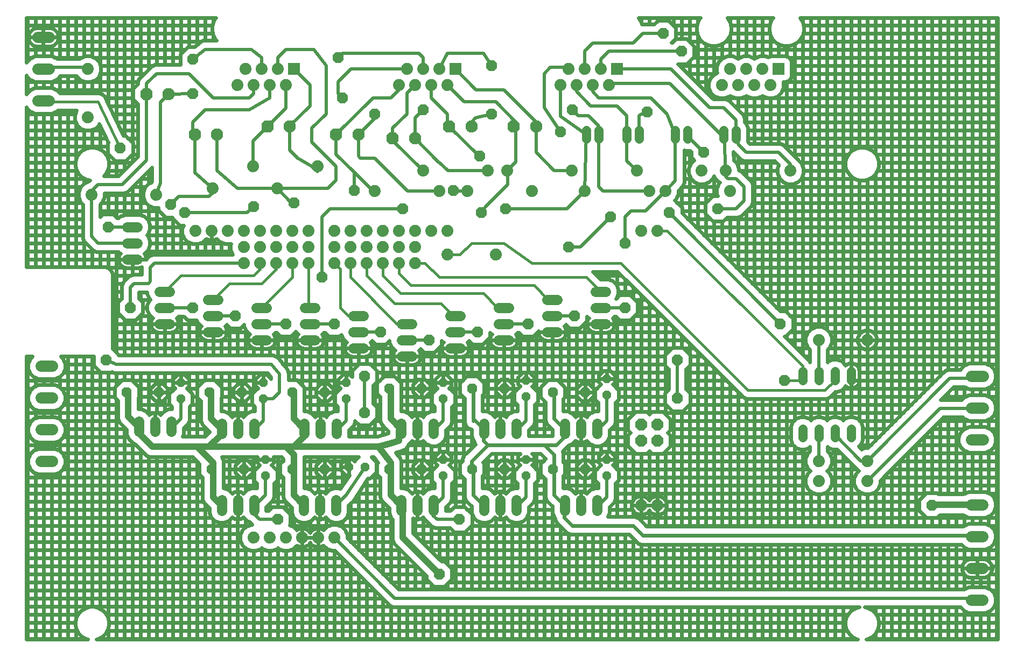
<source format=gbl>
G75*
%MOIN*%
%OFA0B0*%
%FSLAX25Y25*%
%IPPOS*%
%LPD*%
%AMOC8*
5,1,8,0,0,1.08239X$1,22.5*
%
%ADD10C,0.07400*%
%ADD11R,0.07400X0.07400*%
%ADD12OC8,0.07400*%
%ADD13C,0.07600*%
%ADD14OC8,0.07600*%
%ADD15C,0.05600*%
%ADD16OC8,0.06300*%
%ADD17OC8,0.05600*%
%ADD18C,0.06400*%
%ADD19C,0.07100*%
%ADD20C,0.04000*%
%ADD21OC8,0.06756*%
%ADD22C,0.02000*%
%ADD23C,0.02400*%
%ADD24C,0.01600*%
D10*
X0276965Y0179100D03*
X0286965Y0179100D03*
X0296965Y0179100D03*
X0306965Y0179100D03*
X0316965Y0179100D03*
X0326965Y0179100D03*
X0516965Y0199100D03*
X0526965Y0199100D03*
X0626965Y0214100D03*
X0626965Y0226600D03*
X0656965Y0226600D03*
X0656965Y0214100D03*
X0656965Y0301600D03*
X0626965Y0301600D03*
X0526965Y0369100D03*
X0516965Y0369100D03*
X0521965Y0393805D03*
X0531965Y0393805D03*
X0514465Y0406305D03*
X0481965Y0393805D03*
X0474170Y0406600D03*
X0449465Y0393805D03*
X0434170Y0406600D03*
X0421965Y0406305D03*
X0409465Y0393805D03*
X0391965Y0393805D03*
X0381965Y0406305D03*
X0351965Y0393805D03*
X0346965Y0369100D03*
X0336965Y0369100D03*
X0326965Y0369100D03*
X0326965Y0359100D03*
X0336965Y0359100D03*
X0346965Y0359100D03*
X0356965Y0359100D03*
X0356965Y0369100D03*
X0366965Y0369100D03*
X0366965Y0359100D03*
X0376965Y0359100D03*
X0376965Y0369100D03*
X0386965Y0369100D03*
X0396965Y0369100D03*
X0396965Y0354395D03*
X0376965Y0349100D03*
X0366965Y0349100D03*
X0356965Y0349100D03*
X0346965Y0349100D03*
X0336965Y0349100D03*
X0326965Y0349100D03*
X0310965Y0349100D03*
X0300965Y0349100D03*
X0290965Y0349100D03*
X0280965Y0349100D03*
X0270965Y0349100D03*
X0270965Y0359100D03*
X0270965Y0369100D03*
X0260965Y0369100D03*
X0250965Y0369100D03*
X0240965Y0369100D03*
X0251670Y0395350D03*
X0276670Y0409100D03*
X0291670Y0395350D03*
X0316670Y0409100D03*
X0310965Y0369100D03*
X0300965Y0369100D03*
X0290965Y0369100D03*
X0280965Y0369100D03*
X0280965Y0359100D03*
X0290965Y0359100D03*
X0300965Y0359100D03*
X0310965Y0359100D03*
X0216670Y0391600D03*
X0176670Y0391600D03*
X0174465Y0439395D03*
X0174465Y0469395D03*
X0266965Y0459395D03*
X0276965Y0459395D03*
X0286965Y0459395D03*
X0296965Y0459395D03*
X0291965Y0469395D03*
X0281965Y0469395D03*
X0271965Y0469395D03*
X0366965Y0459395D03*
X0376965Y0459395D03*
X0386965Y0459395D03*
X0396965Y0459395D03*
X0391965Y0469395D03*
X0381965Y0469395D03*
X0371965Y0469395D03*
X0466965Y0459395D03*
X0476965Y0459395D03*
X0486965Y0459395D03*
X0496965Y0459395D03*
X0491965Y0469395D03*
X0481965Y0469395D03*
X0471965Y0469395D03*
X0566965Y0459395D03*
X0576965Y0459395D03*
X0586965Y0459395D03*
X0581965Y0469395D03*
X0571965Y0469395D03*
X0591965Y0469395D03*
X0596965Y0459395D03*
X0609465Y0406305D03*
X0571965Y0393805D03*
X0569465Y0406305D03*
X0554465Y0406305D03*
X0426965Y0354395D03*
D11*
X0401965Y0469395D03*
X0501965Y0469395D03*
X0601965Y0469395D03*
X0301965Y0469395D03*
D12*
X0516965Y0249100D03*
X0526965Y0249100D03*
X0526965Y0239100D03*
X0516965Y0239100D03*
D13*
X0376965Y0426305D03*
X0341965Y0428805D03*
X0299465Y0433805D03*
X0254465Y0428805D03*
X0224465Y0453805D03*
X0411965Y0433805D03*
X0451965Y0433805D03*
D14*
X0438215Y0433805D03*
X0398215Y0433805D03*
X0363215Y0426305D03*
X0328215Y0428805D03*
X0285715Y0433805D03*
X0240715Y0428805D03*
X0210715Y0453805D03*
D15*
X0483215Y0431605D02*
X0483215Y0426005D01*
X0490715Y0426005D02*
X0490715Y0431605D01*
X0508215Y0431605D02*
X0508215Y0426005D01*
X0515715Y0426005D02*
X0515715Y0431605D01*
X0538215Y0431605D02*
X0538215Y0426005D01*
X0545715Y0426005D02*
X0545715Y0431605D01*
X0568215Y0431605D02*
X0568215Y0426005D01*
X0575715Y0426005D02*
X0575715Y0431605D01*
X0616965Y0282200D02*
X0616965Y0276600D01*
X0626965Y0276600D02*
X0626965Y0282200D01*
X0636965Y0282200D02*
X0636965Y0276600D01*
X0646965Y0276600D02*
X0646965Y0282200D01*
X0646965Y0246600D02*
X0646965Y0241000D01*
X0636965Y0241000D02*
X0636965Y0246600D01*
X0626965Y0246600D02*
X0626965Y0241000D01*
X0616965Y0241000D02*
X0616965Y0246600D01*
D16*
X0482260Y0269100D03*
X0462260Y0269100D03*
X0432260Y0271600D03*
X0412260Y0271600D03*
X0381010Y0271600D03*
X0361010Y0271600D03*
X0321010Y0269100D03*
X0301010Y0269100D03*
X0269760Y0269100D03*
X0249760Y0269100D03*
X0218510Y0269100D03*
X0198510Y0269100D03*
X0251010Y0221600D03*
X0271010Y0221600D03*
X0301010Y0221600D03*
X0321010Y0221600D03*
X0361010Y0221600D03*
X0381010Y0221600D03*
X0412260Y0221600D03*
X0432260Y0221600D03*
X0462260Y0221600D03*
X0482260Y0221600D03*
D17*
X0495715Y0217555D03*
X0495715Y0227555D03*
X0445715Y0227555D03*
X0445715Y0217555D03*
X0394465Y0217555D03*
X0394465Y0227555D03*
X0346010Y0222850D03*
X0336010Y0222850D03*
X0334465Y0265055D03*
X0334465Y0275055D03*
X0283215Y0275055D03*
X0283215Y0265055D03*
X0284465Y0227555D03*
X0284465Y0217555D03*
X0231965Y0265055D03*
X0231965Y0275055D03*
X0394465Y0275055D03*
X0394465Y0265055D03*
X0445715Y0266305D03*
X0445715Y0276305D03*
X0495715Y0277555D03*
X0495715Y0267555D03*
D18*
X0489760Y0249800D02*
X0489760Y0243400D01*
X0479760Y0243400D02*
X0479760Y0249800D01*
X0469760Y0249800D02*
X0469760Y0243400D01*
X0439760Y0243400D02*
X0439760Y0249800D01*
X0429760Y0249800D02*
X0429760Y0243400D01*
X0419760Y0243400D02*
X0419760Y0249800D01*
X0388510Y0249800D02*
X0388510Y0243400D01*
X0378510Y0243400D02*
X0378510Y0249800D01*
X0368510Y0249800D02*
X0368510Y0243400D01*
X0328510Y0243400D02*
X0328510Y0249800D01*
X0318510Y0249800D02*
X0318510Y0243400D01*
X0308510Y0243400D02*
X0308510Y0249800D01*
X0277260Y0249800D02*
X0277260Y0243400D01*
X0267260Y0243400D02*
X0267260Y0249800D01*
X0257260Y0249800D02*
X0257260Y0243400D01*
X0226010Y0244650D02*
X0226010Y0251050D01*
X0216010Y0251050D02*
X0216010Y0244650D01*
X0206010Y0244650D02*
X0206010Y0251050D01*
X0257260Y0202300D02*
X0257260Y0195900D01*
X0267260Y0195900D02*
X0267260Y0202300D01*
X0277260Y0202300D02*
X0277260Y0195900D01*
X0308215Y0195900D02*
X0308215Y0202300D01*
X0318215Y0202300D02*
X0318215Y0195900D01*
X0328215Y0195900D02*
X0328215Y0202300D01*
X0368510Y0202300D02*
X0368510Y0195900D01*
X0378510Y0195900D02*
X0378510Y0202300D01*
X0388510Y0202300D02*
X0388510Y0195900D01*
X0419760Y0195900D02*
X0419760Y0202300D01*
X0429760Y0202300D02*
X0429760Y0195900D01*
X0439760Y0195900D02*
X0439760Y0202300D01*
X0469760Y0202300D02*
X0469760Y0195900D01*
X0479760Y0195900D02*
X0479760Y0202300D01*
X0489760Y0202300D02*
X0489760Y0195900D01*
X0405165Y0296600D02*
X0398765Y0296600D01*
X0398765Y0306600D02*
X0405165Y0306600D01*
X0405165Y0316600D02*
X0398765Y0316600D01*
X0375165Y0311600D02*
X0368765Y0311600D01*
X0368765Y0301600D02*
X0375165Y0301600D01*
X0375165Y0291600D02*
X0368765Y0291600D01*
X0345165Y0296600D02*
X0338765Y0296600D01*
X0338765Y0306600D02*
X0345165Y0306600D01*
X0345165Y0316600D02*
X0338765Y0316600D01*
X0315165Y0311600D02*
X0308765Y0311600D01*
X0308765Y0301600D02*
X0315165Y0301600D01*
X0285165Y0301600D02*
X0278765Y0301600D01*
X0278765Y0311600D02*
X0285165Y0311600D01*
X0285165Y0321600D02*
X0278765Y0321600D01*
X0255165Y0316600D02*
X0248765Y0316600D01*
X0248765Y0326600D02*
X0255165Y0326600D01*
X0255165Y0306600D02*
X0248765Y0306600D01*
X0225165Y0311600D02*
X0218765Y0311600D01*
X0218765Y0321600D02*
X0225165Y0321600D01*
X0225165Y0331600D02*
X0218765Y0331600D01*
X0205165Y0351600D02*
X0198765Y0351600D01*
X0198765Y0361600D02*
X0205165Y0361600D01*
X0205165Y0371600D02*
X0198765Y0371600D01*
X0308765Y0321600D02*
X0315165Y0321600D01*
X0428765Y0321600D02*
X0435165Y0321600D01*
X0435165Y0311600D02*
X0428765Y0311600D01*
X0428765Y0301600D02*
X0435165Y0301600D01*
X0458765Y0306600D02*
X0465165Y0306600D01*
X0465165Y0316600D02*
X0458765Y0316600D01*
X0458765Y0326600D02*
X0465165Y0326600D01*
X0488765Y0321600D02*
X0495165Y0321600D01*
X0495165Y0331600D02*
X0488765Y0331600D01*
X0488765Y0311600D02*
X0495165Y0311600D01*
D19*
X0721486Y0279080D02*
X0728586Y0279080D01*
X0728586Y0259395D02*
X0721486Y0259395D01*
X0721486Y0239710D02*
X0728586Y0239710D01*
X0728507Y0199553D02*
X0721407Y0199553D01*
X0721407Y0179868D02*
X0728507Y0179868D01*
X0728507Y0160183D02*
X0721407Y0160183D01*
X0721407Y0140498D02*
X0728507Y0140498D01*
X0152436Y0226303D02*
X0145336Y0226303D01*
X0145336Y0245988D02*
X0152436Y0245988D01*
X0152436Y0265673D02*
X0145336Y0265673D01*
X0145336Y0285358D02*
X0152436Y0285358D01*
X0150436Y0449710D02*
X0143336Y0449710D01*
X0143336Y0469395D02*
X0150436Y0469395D01*
X0150436Y0489080D02*
X0143336Y0489080D01*
D20*
X0198510Y0269100D02*
X0199465Y0269100D01*
X0199465Y0254100D01*
X0205715Y0247850D01*
X0206010Y0247850D01*
X0206965Y0246600D01*
X0206965Y0242850D01*
X0214465Y0235350D01*
X0241965Y0235350D01*
X0251965Y0225350D01*
X0251965Y0221600D01*
X0251010Y0221600D01*
X0251965Y0221600D02*
X0251965Y0204100D01*
X0256965Y0199100D01*
X0257260Y0199100D01*
X0301965Y0205350D02*
X0308215Y0199100D01*
X0301965Y0205350D02*
X0301965Y0221600D01*
X0301965Y0230350D01*
X0296965Y0235350D01*
X0249465Y0235350D01*
X0256965Y0242850D01*
X0256965Y0246600D01*
X0257260Y0246600D01*
X0256965Y0246600D02*
X0250715Y0252850D01*
X0250715Y0269100D01*
X0249760Y0269100D01*
X0249465Y0235350D02*
X0241965Y0235350D01*
X0296965Y0235350D02*
X0301965Y0235350D01*
X0308215Y0241600D01*
X0308215Y0246600D01*
X0308510Y0246600D01*
X0308215Y0246600D02*
X0301965Y0252850D01*
X0301965Y0269100D01*
X0301010Y0269100D01*
X0301965Y0235350D02*
X0354465Y0235350D01*
X0361965Y0225350D01*
X0361965Y0221600D01*
X0361010Y0221600D01*
X0361965Y0221600D02*
X0361965Y0205350D01*
X0368215Y0199100D01*
X0368510Y0199100D01*
X0369465Y0197850D01*
X0369465Y0179100D01*
X0391965Y0156600D01*
X0301965Y0221600D02*
X0301010Y0221600D01*
X0334465Y0227555D02*
X0334465Y0227700D01*
X0336010Y0222850D01*
X0354465Y0235350D02*
X0363215Y0237850D01*
X0366965Y0239100D01*
X0366965Y0245055D01*
X0368510Y0246600D01*
X0366965Y0245350D01*
X0368215Y0246600D02*
X0368510Y0246600D01*
X0368215Y0246600D02*
X0361965Y0252850D01*
X0361965Y0271600D01*
X0361010Y0271600D01*
X0696965Y0199553D02*
X0696965Y0199100D01*
X0696965Y0199553D02*
X0724957Y0199553D01*
D21*
X0696965Y0199100D03*
X0605715Y0276600D03*
X0603215Y0311600D03*
X0539465Y0289100D03*
X0539465Y0265350D03*
X0475715Y0316600D03*
X0506965Y0321600D03*
X0506965Y0361600D03*
X0498215Y0377850D03*
X0471965Y0359100D03*
X0433215Y0382850D03*
X0418215Y0380350D03*
X0400715Y0394100D03*
X0416965Y0415350D03*
X0424465Y0441600D03*
X0424465Y0471600D03*
X0381965Y0444100D03*
X0351965Y0441600D03*
X0331965Y0451600D03*
X0329465Y0476600D03*
X0239465Y0475350D03*
X0239465Y0454100D03*
X0194465Y0420350D03*
X0225715Y0385350D03*
X0234465Y0380350D03*
X0276965Y0384100D03*
X0301965Y0386600D03*
X0339465Y0394100D03*
X0369465Y0382850D03*
X0319465Y0340350D03*
X0326965Y0311600D03*
X0355715Y0306600D03*
X0385715Y0301600D03*
X0415715Y0306600D03*
X0446965Y0311600D03*
X0345715Y0279100D03*
X0345715Y0256600D03*
X0296965Y0311600D03*
X0265715Y0316600D03*
X0239465Y0321600D03*
X0200715Y0321600D03*
X0185715Y0289100D03*
X0186965Y0371600D03*
X0291965Y0190350D03*
X0391965Y0156600D03*
X0404465Y0190350D03*
X0534465Y0380350D03*
X0564465Y0382850D03*
X0555715Y0417850D03*
X0520715Y0442850D03*
X0474465Y0444100D03*
X0466965Y0430350D03*
X0541965Y0480350D03*
X0530715Y0491600D03*
D22*
X0518215Y0491600D01*
X0511965Y0485350D01*
X0486965Y0485350D01*
X0481965Y0480350D01*
X0481965Y0469395D01*
X0471965Y0469395D02*
X0471010Y0470350D01*
X0460715Y0470350D01*
X0456965Y0466600D01*
X0456965Y0445350D01*
X0466965Y0430350D01*
X0466965Y0440055D02*
X0483215Y0428805D01*
X0481965Y0393805D01*
X0471010Y0382850D01*
X0433215Y0382850D01*
X0420715Y0384100D02*
X0434465Y0397850D01*
X0434465Y0406305D01*
X0434170Y0406600D01*
X0439465Y0411895D01*
X0439465Y0431600D01*
X0438215Y0432850D01*
X0438215Y0433805D01*
X0439465Y0431600D02*
X0439465Y0436600D01*
X0426965Y0449100D01*
X0407260Y0449100D01*
X0396965Y0459395D01*
X0386965Y0459395D02*
X0386965Y0451600D01*
X0396965Y0441600D01*
X0396965Y0435055D01*
X0398215Y0433805D01*
X0416670Y0415350D01*
X0416965Y0415350D01*
X0421965Y0406305D02*
X0397260Y0406305D01*
X0391965Y0411600D01*
X0391670Y0411600D01*
X0376965Y0426305D01*
X0376965Y0439100D01*
X0381965Y0444100D01*
X0371965Y0441600D02*
X0363215Y0432850D01*
X0363215Y0426305D01*
X0363215Y0425055D01*
X0381965Y0406305D01*
X0372260Y0393805D02*
X0351965Y0414100D01*
X0343215Y0414100D01*
X0341965Y0415350D01*
X0341965Y0428805D01*
X0351965Y0438805D01*
X0351965Y0441600D01*
X0351010Y0451600D02*
X0328215Y0428805D01*
X0328215Y0416600D01*
X0339465Y0405350D01*
X0339465Y0394100D01*
X0339465Y0405350D02*
X0351010Y0393805D01*
X0351965Y0393805D01*
X0372260Y0393805D02*
X0391965Y0393805D01*
X0400715Y0394100D02*
X0401010Y0393805D01*
X0409465Y0393805D01*
X0420715Y0384100D02*
X0418215Y0380350D01*
X0369465Y0382850D02*
X0324465Y0382850D01*
X0319465Y0377850D01*
X0319465Y0340350D01*
X0326965Y0311600D02*
X0311965Y0311600D01*
X0296965Y0311600D02*
X0281965Y0311600D01*
X0265715Y0316600D02*
X0251965Y0316600D01*
X0239465Y0321600D02*
X0221965Y0321600D01*
X0211965Y0336600D02*
X0203215Y0336600D01*
X0200715Y0334100D01*
X0200715Y0321600D01*
X0211965Y0336600D02*
X0213215Y0337850D01*
X0213215Y0346600D01*
X0215715Y0349100D01*
X0270965Y0349100D01*
X0273215Y0380350D02*
X0234465Y0380350D01*
X0225715Y0385350D02*
X0230715Y0390350D01*
X0249465Y0390350D01*
X0251965Y0392850D01*
X0251965Y0395055D01*
X0251670Y0395350D01*
X0240715Y0405055D01*
X0240715Y0428805D01*
X0239465Y0430055D01*
X0239465Y0436600D01*
X0246965Y0444100D01*
X0274465Y0444100D01*
X0286965Y0451600D01*
X0286965Y0459395D01*
X0276965Y0459395D02*
X0276965Y0454100D01*
X0274465Y0451600D01*
X0251965Y0451600D01*
X0236965Y0466600D01*
X0216965Y0466600D01*
X0210715Y0460350D01*
X0210715Y0453805D01*
X0210715Y0412850D01*
X0195715Y0397850D01*
X0180715Y0397850D01*
X0176670Y0393805D01*
X0176670Y0391600D01*
X0176670Y0365645D01*
X0180715Y0361600D01*
X0201965Y0361600D01*
X0201965Y0371600D02*
X0186965Y0371600D01*
X0216670Y0391600D02*
X0219465Y0398805D01*
X0219465Y0448805D01*
X0224465Y0453805D01*
X0239465Y0454100D01*
X0239465Y0475350D02*
X0246965Y0481600D01*
X0275715Y0481600D01*
X0281965Y0476600D01*
X0281965Y0469395D01*
X0291965Y0469395D02*
X0291965Y0476600D01*
X0296965Y0481600D01*
X0314465Y0481600D01*
X0321965Y0471600D01*
X0321965Y0441600D01*
X0313215Y0432850D01*
X0313215Y0424100D01*
X0328215Y0409100D01*
X0328215Y0400350D01*
X0323215Y0395350D01*
X0291670Y0395350D01*
X0300420Y0386600D01*
X0301965Y0386600D01*
X0291670Y0395350D02*
X0266965Y0395350D01*
X0254465Y0406600D01*
X0254465Y0428805D01*
X0276670Y0424759D02*
X0285715Y0433805D01*
X0296965Y0445055D01*
X0296965Y0459395D01*
X0301965Y0469395D02*
X0311965Y0459395D01*
X0311965Y0446600D01*
X0299465Y0434100D01*
X0299465Y0433805D01*
X0299465Y0419100D01*
X0304465Y0414100D01*
X0313215Y0409100D01*
X0316670Y0405645D01*
X0316670Y0409100D01*
X0276670Y0409100D02*
X0276670Y0424759D01*
X0276965Y0384100D02*
X0273215Y0380350D01*
X0371965Y0441600D02*
X0371965Y0454395D01*
X0376965Y0459395D01*
X0366965Y0459395D02*
X0366965Y0456600D01*
X0361965Y0451600D01*
X0351010Y0451600D01*
X0331965Y0451600D02*
X0329465Y0454100D01*
X0329465Y0461600D01*
X0337260Y0469395D01*
X0371965Y0469395D01*
X0381965Y0469395D02*
X0381965Y0476600D01*
X0379465Y0479100D01*
X0331965Y0479100D01*
X0329465Y0476600D01*
X0391965Y0469395D02*
X0396965Y0479100D01*
X0419465Y0479100D01*
X0424465Y0471600D01*
X0414760Y0456600D02*
X0401965Y0469395D01*
X0414760Y0456600D02*
X0431965Y0456600D01*
X0451965Y0436600D01*
X0451965Y0433805D01*
X0451965Y0417850D01*
X0463215Y0406600D01*
X0474170Y0406600D01*
X0490715Y0396600D02*
X0493510Y0393805D01*
X0521965Y0393805D01*
X0531965Y0393805D02*
X0538215Y0400055D01*
X0538215Y0428805D01*
X0533215Y0441600D01*
X0523215Y0451600D01*
X0490715Y0451600D01*
X0486965Y0455350D01*
X0486965Y0459395D01*
X0476965Y0459395D02*
X0476965Y0455350D01*
X0485715Y0446600D01*
X0501965Y0446600D01*
X0508215Y0440350D01*
X0508215Y0428805D01*
X0508215Y0412555D01*
X0514465Y0406305D01*
X0531965Y0393805D02*
X0519760Y0381600D01*
X0510715Y0381600D01*
X0506965Y0377850D01*
X0506965Y0361600D01*
X0498215Y0377850D02*
X0479465Y0359100D01*
X0471965Y0359100D01*
X0490715Y0396600D02*
X0490715Y0428805D01*
X0490715Y0434100D01*
X0484465Y0440350D01*
X0478215Y0440350D01*
X0474465Y0444100D01*
X0466965Y0440055D02*
X0466965Y0459395D01*
X0491965Y0469395D02*
X0491965Y0475350D01*
X0496965Y0480350D01*
X0541965Y0480350D01*
X0535420Y0469395D02*
X0559465Y0445350D01*
X0568215Y0445350D01*
X0575715Y0437850D01*
X0575715Y0428805D01*
X0576965Y0427555D01*
X0576965Y0426600D01*
X0576965Y0422850D01*
X0581965Y0417850D01*
X0601965Y0417850D01*
X0609465Y0410350D01*
X0609465Y0406305D01*
X0580715Y0396600D02*
X0580715Y0387850D01*
X0575715Y0382850D01*
X0564465Y0382850D01*
X0570715Y0401600D02*
X0569465Y0402850D01*
X0569465Y0406305D01*
X0568333Y0426676D01*
X0534659Y0460350D01*
X0497920Y0460350D01*
X0496965Y0459395D01*
X0501965Y0469395D02*
X0535420Y0469395D01*
X0520715Y0442850D02*
X0519465Y0441600D01*
X0516965Y0441600D01*
X0515715Y0440350D01*
X0515715Y0428805D01*
X0545715Y0428805D02*
X0545715Y0427850D01*
X0555715Y0417850D01*
X0568333Y0426676D02*
X0568215Y0428805D01*
X0566965Y0430055D01*
X0566965Y0431600D01*
X0575715Y0428805D02*
X0575715Y0427850D01*
X0576965Y0426600D01*
X0575715Y0401600D02*
X0570715Y0401600D01*
X0575715Y0401600D02*
X0580715Y0396600D01*
X0534465Y0380350D02*
X0603215Y0311600D01*
X0626965Y0301600D02*
X0626965Y0276600D01*
X0626965Y0246600D02*
X0626965Y0226600D01*
X0636965Y0242850D02*
X0653215Y0226600D01*
X0656965Y0226600D01*
X0708215Y0277850D01*
X0724465Y0277850D01*
X0725036Y0279080D01*
X0725036Y0259395D02*
X0724465Y0259100D01*
X0701965Y0259100D01*
X0656965Y0214100D01*
X0636965Y0242850D02*
X0636965Y0246600D01*
X0539465Y0265350D02*
X0539465Y0289100D01*
X0495715Y0267555D02*
X0495715Y0251600D01*
X0490715Y0246600D01*
X0489760Y0246600D01*
X0495715Y0217555D02*
X0495715Y0204100D01*
X0490715Y0199100D01*
X0489760Y0199100D01*
X0445715Y0204100D02*
X0440715Y0199100D01*
X0439760Y0199100D01*
X0445715Y0204100D02*
X0445715Y0217555D01*
X0440715Y0246600D02*
X0439760Y0246600D01*
X0440715Y0246600D02*
X0445715Y0251600D01*
X0445715Y0266305D01*
X0394465Y0265055D02*
X0394465Y0251600D01*
X0389465Y0246600D01*
X0388510Y0246600D01*
X0394465Y0217555D02*
X0394465Y0204100D01*
X0389465Y0199100D01*
X0388510Y0199100D01*
X0388215Y0198805D01*
X0388215Y0192850D01*
X0390715Y0190350D01*
X0404465Y0190350D01*
X0346010Y0222850D02*
X0334465Y0205350D01*
X0328215Y0199100D01*
X0328215Y0196600D01*
X0326965Y0179100D02*
X0364465Y0141600D01*
X0724465Y0141600D01*
X0724957Y0140498D01*
X0475715Y0316600D02*
X0461965Y0316600D01*
X0446965Y0311600D02*
X0431965Y0311600D01*
X0415715Y0306600D02*
X0401965Y0306600D01*
X0385715Y0301600D02*
X0371965Y0301600D01*
X0355715Y0306600D02*
X0341965Y0306600D01*
X0345715Y0279100D02*
X0345715Y0256600D01*
X0334465Y0251600D02*
X0329465Y0246600D01*
X0328510Y0246600D01*
X0334465Y0251600D02*
X0334465Y0265055D01*
X0293215Y0269100D02*
X0289170Y0265055D01*
X0283215Y0265055D01*
X0283215Y0251600D01*
X0278215Y0246600D01*
X0277260Y0246600D01*
X0293215Y0269100D02*
X0293215Y0280350D01*
X0288215Y0286600D01*
X0191965Y0286600D01*
X0185715Y0289100D01*
X0231965Y0265055D02*
X0231965Y0252850D01*
X0226965Y0247850D01*
X0226010Y0247850D01*
X0284465Y0217555D02*
X0284465Y0205350D01*
X0278215Y0199100D01*
X0277260Y0199100D01*
X0276965Y0198805D01*
X0276965Y0194100D01*
X0280715Y0190350D01*
X0291965Y0190350D01*
X0491965Y0321600D02*
X0506965Y0321600D01*
X0411965Y0433805D02*
X0411965Y0436600D01*
X0414465Y0439100D01*
X0424465Y0441600D01*
X0174465Y0469395D02*
X0174465Y0470350D01*
X0146965Y0470350D01*
X0146886Y0469395D01*
D23*
X0136365Y0291400D02*
X0136365Y0116000D01*
X0174435Y0116000D01*
X0173066Y0116367D01*
X0170716Y0117724D01*
X0168797Y0119642D01*
X0167441Y0121992D01*
X0166738Y0124613D01*
X0166738Y0127327D01*
X0167441Y0129948D01*
X0168797Y0132298D01*
X0170716Y0134217D01*
X0173066Y0135573D01*
X0175687Y0136276D01*
X0178401Y0136276D01*
X0181022Y0135573D01*
X0183372Y0134217D01*
X0185290Y0132298D01*
X0186647Y0129948D01*
X0187349Y0127327D01*
X0187349Y0124613D01*
X0186647Y0121992D01*
X0185290Y0119642D01*
X0183372Y0117724D01*
X0181022Y0116367D01*
X0179652Y0116000D01*
X0651207Y0116000D01*
X0649838Y0116367D01*
X0647488Y0117724D01*
X0645569Y0119642D01*
X0644212Y0121992D01*
X0643510Y0124613D01*
X0643510Y0127327D01*
X0644212Y0129948D01*
X0645569Y0132298D01*
X0647488Y0134217D01*
X0649838Y0135573D01*
X0652177Y0136200D01*
X0363391Y0136200D01*
X0361406Y0137022D01*
X0327428Y0171000D01*
X0325354Y0171000D01*
X0322377Y0172233D01*
X0320346Y0174264D01*
X0320057Y0174054D01*
X0319230Y0173632D01*
X0318347Y0173345D01*
X0317430Y0173200D01*
X0316965Y0173200D01*
X0316965Y0179100D01*
X0316965Y0179100D01*
X0306965Y0179100D01*
X0306965Y0185000D01*
X0306501Y0185000D01*
X0305584Y0184855D01*
X0304700Y0184568D01*
X0303873Y0184146D01*
X0303584Y0183936D01*
X0301553Y0185967D01*
X0299452Y0186837D01*
X0299743Y0187128D01*
X0299743Y0193572D01*
X0295187Y0198128D01*
X0288743Y0198128D01*
X0286366Y0195750D01*
X0284860Y0195750D01*
X0284860Y0198109D01*
X0289043Y0202291D01*
X0289865Y0204276D01*
X0289865Y0212772D01*
X0291665Y0214572D01*
X0291665Y0220537D01*
X0288092Y0224110D01*
X0289465Y0225484D01*
X0289465Y0227555D01*
X0289465Y0228950D01*
X0294314Y0228950D01*
X0295565Y0227699D01*
X0295565Y0226832D01*
X0293460Y0224727D01*
X0293460Y0218473D01*
X0295565Y0216368D01*
X0295565Y0204077D01*
X0296540Y0201725D01*
X0300615Y0197649D01*
X0300615Y0194388D01*
X0301772Y0191595D01*
X0303910Y0189457D01*
X0306703Y0188300D01*
X0309727Y0188300D01*
X0312520Y0189457D01*
X0314658Y0191595D01*
X0314727Y0191760D01*
X0315385Y0191282D01*
X0316142Y0190896D01*
X0316951Y0190633D01*
X0317790Y0190500D01*
X0318215Y0190500D01*
X0318215Y0199100D01*
X0318215Y0207700D01*
X0317790Y0207700D01*
X0316951Y0207567D01*
X0316142Y0207304D01*
X0315385Y0206918D01*
X0314727Y0206440D01*
X0314658Y0206605D01*
X0312520Y0208743D01*
X0309727Y0209900D01*
X0308365Y0209900D01*
X0308365Y0218277D01*
X0308560Y0218473D01*
X0308560Y0224727D01*
X0308365Y0224923D01*
X0308365Y0228950D01*
X0341928Y0228950D01*
X0339455Y0226477D01*
X0338082Y0227850D01*
X0336011Y0227850D01*
X0336011Y0222850D01*
X0336011Y0217850D01*
X0336243Y0217850D01*
X0330725Y0209487D01*
X0329727Y0209900D01*
X0326703Y0209900D01*
X0323910Y0208743D01*
X0321772Y0206605D01*
X0321704Y0206440D01*
X0321045Y0206918D01*
X0320288Y0207304D01*
X0319480Y0207567D01*
X0318640Y0207700D01*
X0318215Y0207700D01*
X0318215Y0199100D01*
X0318215Y0199100D01*
X0318215Y0199100D01*
X0318215Y0190500D01*
X0318640Y0190500D01*
X0319480Y0190633D01*
X0320288Y0190896D01*
X0321045Y0191282D01*
X0321704Y0191760D01*
X0321772Y0191595D01*
X0323910Y0189457D01*
X0326703Y0188300D01*
X0329727Y0188300D01*
X0332520Y0189457D01*
X0334658Y0191595D01*
X0335815Y0194388D01*
X0335815Y0199063D01*
X0337919Y0201167D01*
X0338381Y0201480D01*
X0338671Y0201919D01*
X0339043Y0202291D01*
X0339257Y0202807D01*
X0347730Y0215650D01*
X0348993Y0215650D01*
X0353210Y0219868D01*
X0353210Y0225832D01*
X0350093Y0228950D01*
X0351265Y0228950D01*
X0354016Y0225283D01*
X0353460Y0224727D01*
X0353460Y0218473D01*
X0355565Y0216368D01*
X0355565Y0204077D01*
X0356540Y0201725D01*
X0360910Y0197354D01*
X0360910Y0194388D01*
X0362068Y0191595D01*
X0363065Y0190597D01*
X0363065Y0177827D01*
X0364040Y0175475D01*
X0365840Y0173674D01*
X0384187Y0155327D01*
X0384187Y0153378D01*
X0388743Y0148822D01*
X0395187Y0148822D01*
X0399743Y0153378D01*
X0399743Y0159822D01*
X0395187Y0164378D01*
X0393238Y0164378D01*
X0375865Y0181751D01*
X0375865Y0191187D01*
X0376438Y0190896D01*
X0377246Y0190633D01*
X0378085Y0190500D01*
X0378510Y0190500D01*
X0378510Y0199100D01*
X0378510Y0207700D01*
X0378085Y0207700D01*
X0377246Y0207567D01*
X0376438Y0207304D01*
X0375680Y0206918D01*
X0375022Y0206440D01*
X0374953Y0206605D01*
X0372816Y0208743D01*
X0370022Y0209900D01*
X0368365Y0209900D01*
X0368365Y0218277D01*
X0368560Y0218473D01*
X0368560Y0224727D01*
X0368369Y0224919D01*
X0368481Y0225705D01*
X0368365Y0226157D01*
X0368365Y0226623D01*
X0368052Y0227379D01*
X0367849Y0228172D01*
X0367569Y0228545D01*
X0367391Y0228975D01*
X0366812Y0229554D01*
X0365165Y0231751D01*
X0366197Y0232046D01*
X0366310Y0232135D01*
X0368004Y0232700D01*
X0368238Y0232700D01*
X0369205Y0233100D01*
X0370197Y0233431D01*
X0370374Y0233585D01*
X0370591Y0233674D01*
X0371330Y0234414D01*
X0372120Y0235099D01*
X0372225Y0235309D01*
X0372391Y0235475D01*
X0372791Y0236441D01*
X0373259Y0237376D01*
X0373261Y0237402D01*
X0374953Y0239095D01*
X0375022Y0239260D01*
X0375680Y0238782D01*
X0376438Y0238396D01*
X0377246Y0238133D01*
X0378085Y0238000D01*
X0378510Y0238000D01*
X0378510Y0246600D01*
X0378510Y0255200D01*
X0378085Y0255200D01*
X0377246Y0255067D01*
X0376438Y0254804D01*
X0375680Y0254418D01*
X0375022Y0253940D01*
X0374953Y0254105D01*
X0372816Y0256243D01*
X0370022Y0257400D01*
X0368365Y0257400D01*
X0368365Y0268277D01*
X0368560Y0268473D01*
X0368560Y0274727D01*
X0364138Y0279150D01*
X0357883Y0279150D01*
X0353460Y0274727D01*
X0353460Y0268473D01*
X0355565Y0266368D01*
X0355565Y0251577D01*
X0356540Y0249225D01*
X0360519Y0245246D01*
X0360467Y0244756D01*
X0360565Y0244424D01*
X0360565Y0243749D01*
X0353569Y0241750D01*
X0336053Y0241750D01*
X0336110Y0241888D01*
X0336110Y0245609D01*
X0339043Y0248541D01*
X0339865Y0250526D01*
X0339865Y0251450D01*
X0342493Y0248822D01*
X0348937Y0248822D01*
X0353493Y0253378D01*
X0353493Y0259822D01*
X0351115Y0262200D01*
X0351115Y0273500D01*
X0353493Y0275878D01*
X0353493Y0282322D01*
X0348937Y0286878D01*
X0342493Y0286878D01*
X0337937Y0282322D01*
X0337937Y0278654D01*
X0336536Y0280055D01*
X0334465Y0280055D01*
X0332394Y0280055D01*
X0329465Y0277126D01*
X0329465Y0275055D01*
X0334465Y0275055D01*
X0334465Y0280055D01*
X0334465Y0275055D01*
X0334465Y0275055D01*
X0334465Y0275055D01*
X0329465Y0275055D01*
X0329465Y0272984D01*
X0330839Y0271610D01*
X0327265Y0268037D01*
X0327265Y0262072D01*
X0329065Y0260272D01*
X0329065Y0257400D01*
X0326999Y0257400D01*
X0324205Y0256243D01*
X0322068Y0254105D01*
X0321999Y0253940D01*
X0321341Y0254418D01*
X0320583Y0254804D01*
X0319775Y0255067D01*
X0318935Y0255200D01*
X0318511Y0255200D01*
X0318511Y0246600D01*
X0318510Y0246600D01*
X0318510Y0255200D01*
X0318085Y0255200D01*
X0317246Y0255067D01*
X0316438Y0254804D01*
X0315680Y0254418D01*
X0315022Y0253940D01*
X0314953Y0254105D01*
X0312816Y0256243D01*
X0310022Y0257400D01*
X0308365Y0257400D01*
X0308365Y0265777D01*
X0308560Y0265973D01*
X0308560Y0272227D01*
X0304138Y0276650D01*
X0298615Y0276650D01*
X0298615Y0280051D01*
X0298701Y0280821D01*
X0298615Y0281117D01*
X0298615Y0281424D01*
X0298319Y0282140D01*
X0298103Y0282885D01*
X0297911Y0283125D01*
X0297793Y0283409D01*
X0297245Y0283957D01*
X0292911Y0289375D01*
X0292793Y0289659D01*
X0292245Y0290207D01*
X0291761Y0290812D01*
X0291492Y0290960D01*
X0291274Y0291178D01*
X0290558Y0291475D01*
X0289879Y0291848D01*
X0289573Y0291882D01*
X0289289Y0292000D01*
X0288514Y0292000D01*
X0287744Y0292086D01*
X0287449Y0292000D01*
X0193493Y0292000D01*
X0193493Y0292322D01*
X0189665Y0296150D01*
X0189665Y0342634D01*
X0188874Y0344546D01*
X0187411Y0346008D01*
X0185500Y0346800D01*
X0136365Y0346800D01*
X0136365Y0445766D01*
X0136597Y0445207D01*
X0138833Y0442971D01*
X0141755Y0441760D01*
X0152018Y0441760D01*
X0154940Y0442971D01*
X0155869Y0443900D01*
X0167564Y0443900D01*
X0166365Y0441006D01*
X0166365Y0437784D01*
X0167598Y0434807D01*
X0169877Y0432528D01*
X0172854Y0431295D01*
X0176076Y0431295D01*
X0179053Y0432528D01*
X0181332Y0434807D01*
X0181543Y0435317D01*
X0187007Y0423892D01*
X0186687Y0423572D01*
X0186687Y0417128D01*
X0191243Y0412572D01*
X0197687Y0412572D01*
X0202243Y0417128D01*
X0202243Y0423572D01*
X0197687Y0428128D01*
X0196509Y0428128D01*
X0185466Y0451218D01*
X0185124Y0452046D01*
X0185022Y0452147D01*
X0184960Y0452277D01*
X0184294Y0452875D01*
X0183661Y0453508D01*
X0183528Y0453563D01*
X0183421Y0453659D01*
X0182577Y0453957D01*
X0181750Y0454300D01*
X0181606Y0454300D01*
X0181471Y0454348D01*
X0180576Y0454300D01*
X0157090Y0454300D01*
X0154940Y0456450D01*
X0152018Y0457660D01*
X0141755Y0457660D01*
X0138833Y0456450D01*
X0136597Y0454214D01*
X0136365Y0453654D01*
X0136365Y0465451D01*
X0136597Y0464892D01*
X0138833Y0462656D01*
X0141755Y0461445D01*
X0152018Y0461445D01*
X0154940Y0462656D01*
X0157176Y0464892D01*
X0157200Y0464950D01*
X0167539Y0464950D01*
X0167598Y0464807D01*
X0169877Y0462528D01*
X0172854Y0461295D01*
X0176076Y0461295D01*
X0179053Y0462528D01*
X0181332Y0464807D01*
X0182565Y0467784D01*
X0182565Y0471006D01*
X0181332Y0473984D01*
X0179053Y0476262D01*
X0176076Y0477495D01*
X0172854Y0477495D01*
X0169877Y0476262D01*
X0169365Y0475750D01*
X0155325Y0475750D01*
X0154940Y0476135D01*
X0152018Y0477345D01*
X0141755Y0477345D01*
X0138833Y0476135D01*
X0136597Y0473899D01*
X0136365Y0473339D01*
X0136365Y0501196D01*
X0253639Y0501200D01*
X0253404Y0500965D01*
X0251995Y0498525D01*
X0251266Y0495804D01*
X0251266Y0492987D01*
X0251995Y0490266D01*
X0253404Y0487826D01*
X0254230Y0487000D01*
X0247210Y0487000D01*
X0246384Y0487075D01*
X0246143Y0487000D01*
X0245891Y0487000D01*
X0245125Y0486683D01*
X0244333Y0486436D01*
X0244140Y0486274D01*
X0243906Y0486178D01*
X0243320Y0485592D01*
X0240364Y0483128D01*
X0236243Y0483128D01*
X0231687Y0478572D01*
X0231687Y0472128D01*
X0231816Y0472000D01*
X0215891Y0472000D01*
X0213906Y0471178D01*
X0207656Y0464928D01*
X0206137Y0463409D01*
X0205315Y0461424D01*
X0205315Y0460001D01*
X0202515Y0457201D01*
X0202515Y0450408D01*
X0205315Y0447608D01*
X0205315Y0415087D01*
X0193478Y0403250D01*
X0184252Y0403250D01*
X0185290Y0404288D01*
X0186647Y0406638D01*
X0187349Y0409259D01*
X0187349Y0411972D01*
X0186647Y0414594D01*
X0185290Y0416943D01*
X0183372Y0418862D01*
X0181022Y0420219D01*
X0178401Y0420921D01*
X0175687Y0420921D01*
X0173066Y0420219D01*
X0170716Y0418862D01*
X0168797Y0416943D01*
X0167441Y0414594D01*
X0166738Y0411972D01*
X0166738Y0409259D01*
X0167441Y0406638D01*
X0168797Y0404288D01*
X0170716Y0402369D01*
X0173066Y0401013D01*
X0175570Y0400342D01*
X0174836Y0399608D01*
X0172082Y0398467D01*
X0169803Y0396188D01*
X0168570Y0393211D01*
X0168570Y0389989D01*
X0169803Y0387012D01*
X0171270Y0385545D01*
X0171270Y0364571D01*
X0172092Y0362586D01*
X0173611Y0361067D01*
X0177656Y0357022D01*
X0179641Y0356200D01*
X0193417Y0356200D01*
X0194460Y0355157D01*
X0194625Y0355089D01*
X0194147Y0354430D01*
X0193761Y0353673D01*
X0193498Y0352865D01*
X0193365Y0352025D01*
X0193365Y0351600D01*
X0201965Y0351600D01*
X0136365Y0351600D01*
X0136965Y0346800D02*
X0136965Y0444838D01*
X0136365Y0441600D02*
X0166611Y0441600D01*
X0166965Y0442455D02*
X0166965Y0443900D01*
X0161965Y0443900D02*
X0161965Y0346800D01*
X0156965Y0346800D02*
X0156965Y0443900D01*
X0151965Y0441760D02*
X0151965Y0346800D01*
X0146965Y0346800D02*
X0146965Y0441760D01*
X0141965Y0441760D02*
X0141965Y0346800D01*
X0136365Y0356600D02*
X0178675Y0356600D01*
X0176965Y0357713D02*
X0176965Y0346800D01*
X0171965Y0346800D02*
X0171965Y0362893D01*
X0173078Y0361600D02*
X0136365Y0361600D01*
X0136365Y0366600D02*
X0171270Y0366600D01*
X0171270Y0371600D02*
X0136365Y0371600D01*
X0136365Y0376600D02*
X0171270Y0376600D01*
X0171270Y0381600D02*
X0136365Y0381600D01*
X0136365Y0386600D02*
X0170215Y0386600D01*
X0168570Y0391600D02*
X0136365Y0391600D01*
X0136365Y0396600D02*
X0170215Y0396600D01*
X0171965Y0398350D02*
X0171965Y0401648D01*
X0172049Y0401600D02*
X0136365Y0401600D01*
X0136365Y0406600D02*
X0167463Y0406600D01*
X0166965Y0408413D02*
X0166965Y0346800D01*
X0181965Y0346800D02*
X0181965Y0356200D01*
X0186965Y0356200D02*
X0186965Y0346193D01*
X0185982Y0346600D02*
X0196684Y0346600D01*
X0196692Y0346596D02*
X0197501Y0346333D01*
X0198340Y0346200D01*
X0201965Y0346200D01*
X0201965Y0351600D01*
X0201965Y0351600D01*
X0193365Y0351600D01*
X0193365Y0351175D01*
X0193498Y0350335D01*
X0193761Y0349527D01*
X0194147Y0348770D01*
X0194646Y0348082D01*
X0195247Y0347481D01*
X0195935Y0346982D01*
X0196692Y0346596D01*
X0196965Y0346507D02*
X0196965Y0337987D01*
X0197656Y0338678D02*
X0196137Y0337159D01*
X0195315Y0335174D01*
X0195315Y0327200D01*
X0192937Y0324822D01*
X0192937Y0318378D01*
X0197493Y0313822D01*
X0203937Y0313822D01*
X0208493Y0318378D01*
X0208493Y0324822D01*
X0206115Y0327200D01*
X0206115Y0331200D01*
X0211165Y0331200D01*
X0211165Y0330088D01*
X0212322Y0327295D01*
X0213017Y0326600D01*
X0206715Y0326600D01*
X0206965Y0326350D02*
X0206965Y0331200D01*
X0211965Y0328157D02*
X0211965Y0325043D01*
X0212322Y0325905D02*
X0211165Y0323112D01*
X0211165Y0320088D01*
X0212322Y0317295D01*
X0214460Y0315157D01*
X0214625Y0315089D01*
X0214147Y0314430D01*
X0213761Y0313673D01*
X0213498Y0312865D01*
X0213365Y0312025D01*
X0213365Y0311600D01*
X0221965Y0311600D01*
X0189665Y0311600D01*
X0189665Y0306600D02*
X0216684Y0306600D01*
X0216692Y0306596D02*
X0217501Y0306333D01*
X0218340Y0306200D01*
X0221965Y0306200D01*
X0221965Y0311600D01*
X0221965Y0311600D01*
X0213365Y0311600D01*
X0213365Y0311175D01*
X0213498Y0310335D01*
X0213761Y0309527D01*
X0214147Y0308770D01*
X0214646Y0308082D01*
X0215247Y0307481D01*
X0215935Y0306982D01*
X0216692Y0306596D01*
X0216965Y0306507D02*
X0216965Y0292000D01*
X0211965Y0292000D02*
X0211965Y0318157D01*
X0213017Y0316600D02*
X0206715Y0316600D01*
X0206965Y0316850D02*
X0206965Y0292000D01*
X0201965Y0292000D02*
X0201965Y0313822D01*
X0196965Y0314350D02*
X0196965Y0292000D01*
X0191965Y0293850D02*
X0191965Y0356200D01*
X0196965Y0351600D02*
X0196965Y0351600D01*
X0201965Y0351600D02*
X0201965Y0351600D01*
X0201965Y0341927D01*
X0202141Y0342000D02*
X0200156Y0341178D01*
X0197656Y0338678D01*
X0195906Y0336600D02*
X0189665Y0336600D01*
X0189665Y0331600D02*
X0195315Y0331600D01*
X0194716Y0326600D02*
X0189665Y0326600D01*
X0189665Y0321600D02*
X0192937Y0321600D01*
X0194716Y0316600D02*
X0189665Y0316600D01*
X0208493Y0321600D02*
X0211165Y0321600D01*
X0212322Y0325905D02*
X0213017Y0326600D01*
X0216965Y0311600D02*
X0216965Y0311600D01*
X0221965Y0311600D02*
X0221965Y0311600D01*
X0221965Y0292000D01*
X0226965Y0292000D02*
X0226965Y0306507D01*
X0227238Y0306596D02*
X0227995Y0306982D01*
X0228683Y0307481D01*
X0229284Y0308082D01*
X0229784Y0308770D01*
X0230170Y0309527D01*
X0230432Y0310335D01*
X0230565Y0311175D01*
X0230565Y0311600D01*
X0230565Y0312025D01*
X0230432Y0312865D01*
X0230170Y0313673D01*
X0229784Y0314430D01*
X0229305Y0315089D01*
X0229470Y0315157D01*
X0230513Y0316200D01*
X0233866Y0316200D01*
X0236243Y0313822D01*
X0241690Y0313822D01*
X0242322Y0312295D01*
X0244460Y0310157D01*
X0244625Y0310089D01*
X0244147Y0309430D01*
X0243761Y0308673D01*
X0243498Y0307865D01*
X0243365Y0307025D01*
X0243365Y0306600D01*
X0251965Y0306600D01*
X0227247Y0306600D01*
X0227238Y0306596D02*
X0226430Y0306333D01*
X0225590Y0306200D01*
X0221965Y0306200D01*
X0221965Y0311600D01*
X0243017Y0311600D01*
X0241965Y0313157D02*
X0241965Y0292000D01*
X0236965Y0292000D02*
X0236965Y0313822D01*
X0231965Y0316200D02*
X0231965Y0292000D01*
X0231965Y0281200D02*
X0231965Y0275055D01*
X0231965Y0280055D01*
X0229894Y0280055D01*
X0226965Y0277126D01*
X0226965Y0281200D01*
X0226965Y0277126D02*
X0226965Y0275055D01*
X0226965Y0275055D01*
X0231965Y0275055D01*
X0231965Y0275055D01*
X0231965Y0275055D01*
X0231965Y0280055D01*
X0234036Y0280055D01*
X0236965Y0277126D01*
X0236965Y0275055D01*
X0231965Y0275055D01*
X0226965Y0275055D01*
X0226965Y0272984D01*
X0226965Y0270237D01*
X0228328Y0271600D02*
X0223577Y0271600D01*
X0223860Y0271316D02*
X0220727Y0274450D01*
X0218511Y0274450D01*
X0218511Y0269100D01*
X0223860Y0269100D01*
X0223860Y0271316D01*
X0223860Y0269100D02*
X0218511Y0269100D01*
X0218511Y0269100D01*
X0218511Y0263750D01*
X0220727Y0263750D01*
X0223860Y0266884D01*
X0223860Y0269100D01*
X0224765Y0268037D02*
X0224765Y0262072D01*
X0226565Y0260272D01*
X0226565Y0258650D01*
X0224499Y0258650D01*
X0221705Y0257493D01*
X0219568Y0255355D01*
X0219499Y0255190D01*
X0218841Y0255668D01*
X0218083Y0256054D01*
X0217275Y0256317D01*
X0216435Y0256450D01*
X0216011Y0256450D01*
X0216011Y0247850D01*
X0216010Y0247850D01*
X0216010Y0256450D01*
X0215585Y0256450D01*
X0214746Y0256317D01*
X0213938Y0256054D01*
X0213180Y0255668D01*
X0212522Y0255190D01*
X0212453Y0255355D01*
X0210316Y0257493D01*
X0207522Y0258650D01*
X0205865Y0258650D01*
X0205865Y0265777D01*
X0206060Y0265973D01*
X0206060Y0272227D01*
X0201638Y0276650D01*
X0195383Y0276650D01*
X0190960Y0272227D01*
X0190960Y0265973D01*
X0193065Y0263868D01*
X0193065Y0252827D01*
X0194040Y0250475D01*
X0198410Y0246104D01*
X0198410Y0243138D01*
X0199568Y0240345D01*
X0201705Y0238207D01*
X0203160Y0237605D01*
X0209040Y0231725D01*
X0209040Y0231725D01*
X0210840Y0229924D01*
X0213192Y0228950D01*
X0239314Y0228950D01*
X0243499Y0224766D01*
X0243460Y0224727D01*
X0243460Y0218473D01*
X0245565Y0216368D01*
X0245565Y0202827D01*
X0246540Y0200475D01*
X0249660Y0197354D01*
X0249660Y0194388D01*
X0250818Y0191595D01*
X0252955Y0189457D01*
X0255749Y0188300D01*
X0258772Y0188300D01*
X0261566Y0189457D01*
X0263703Y0191595D01*
X0263772Y0191760D01*
X0264430Y0191282D01*
X0265188Y0190896D01*
X0265996Y0190633D01*
X0266835Y0190500D01*
X0267260Y0190500D01*
X0267260Y0199100D01*
X0267261Y0199100D01*
X0267261Y0190500D01*
X0267685Y0190500D01*
X0268525Y0190633D01*
X0269333Y0190896D01*
X0270091Y0191282D01*
X0270749Y0191760D01*
X0270818Y0191595D01*
X0272955Y0189457D01*
X0274690Y0188739D01*
X0276228Y0187200D01*
X0275354Y0187200D01*
X0272377Y0185967D01*
X0270098Y0183688D01*
X0268865Y0180711D01*
X0268865Y0177489D01*
X0270098Y0174512D01*
X0272377Y0172233D01*
X0275354Y0171000D01*
X0278576Y0171000D01*
X0281553Y0172233D01*
X0281965Y0172645D01*
X0282377Y0172233D01*
X0285354Y0171000D01*
X0288576Y0171000D01*
X0291553Y0172233D01*
X0291965Y0172645D01*
X0292377Y0172233D01*
X0295354Y0171000D01*
X0298576Y0171000D01*
X0301553Y0172233D01*
X0303584Y0174264D01*
X0303873Y0174054D01*
X0304700Y0173632D01*
X0305584Y0173345D01*
X0306501Y0173200D01*
X0306965Y0173200D01*
X0306965Y0179100D01*
X0306965Y0179100D01*
X0306965Y0179100D01*
X0306965Y0188300D01*
X0306965Y0185000D02*
X0306965Y0179100D01*
X0306965Y0116000D01*
X0301965Y0116000D02*
X0301965Y0172645D01*
X0300025Y0171600D02*
X0323905Y0171600D01*
X0321965Y0172645D02*
X0321965Y0116000D01*
X0316965Y0116000D02*
X0316965Y0179100D01*
X0311065Y0179100D01*
X0306965Y0179100D01*
X0306965Y0173200D01*
X0307430Y0173200D01*
X0308347Y0173345D01*
X0309230Y0173632D01*
X0310057Y0174054D01*
X0310809Y0174600D01*
X0311465Y0175256D01*
X0311965Y0175944D01*
X0311965Y0116000D01*
X0296965Y0116000D02*
X0296965Y0171000D01*
X0293905Y0171600D02*
X0290025Y0171600D01*
X0291965Y0172645D02*
X0291965Y0116000D01*
X0286965Y0116000D02*
X0286965Y0171000D01*
X0283905Y0171600D02*
X0280025Y0171600D01*
X0281965Y0172645D02*
X0281965Y0116000D01*
X0276965Y0116000D02*
X0276965Y0171000D01*
X0273905Y0171600D02*
X0136365Y0171600D01*
X0136365Y0166600D02*
X0331828Y0166600D01*
X0331965Y0166463D02*
X0331965Y0116000D01*
X0326965Y0116000D02*
X0326965Y0171000D01*
X0316965Y0173200D02*
X0316965Y0179100D01*
X0316965Y0185000D01*
X0316501Y0185000D01*
X0315584Y0184855D01*
X0314700Y0184568D01*
X0313873Y0184146D01*
X0313122Y0183600D01*
X0312465Y0182944D01*
X0311965Y0182256D01*
X0311965Y0189227D01*
X0314660Y0191600D02*
X0314947Y0191600D01*
X0316965Y0190631D02*
X0316965Y0179100D01*
X0316965Y0179100D01*
X0316965Y0179100D01*
X0316965Y0185000D01*
X0317430Y0185000D01*
X0318347Y0184855D01*
X0319230Y0184568D01*
X0320057Y0184146D01*
X0320346Y0183936D01*
X0322377Y0185967D01*
X0325354Y0187200D01*
X0328576Y0187200D01*
X0331553Y0185967D01*
X0333832Y0183688D01*
X0335065Y0180711D01*
X0335065Y0178637D01*
X0366702Y0147000D01*
X0716667Y0147000D01*
X0716904Y0147237D01*
X0719826Y0148448D01*
X0730089Y0148448D01*
X0733011Y0147237D01*
X0735247Y0145001D01*
X0736457Y0142079D01*
X0736457Y0138916D01*
X0735247Y0135994D01*
X0733011Y0133758D01*
X0730089Y0132548D01*
X0719826Y0132548D01*
X0716904Y0133758D01*
X0714668Y0135994D01*
X0714582Y0136200D01*
X0655454Y0136200D01*
X0657793Y0135573D01*
X0660143Y0134217D01*
X0662062Y0132298D01*
X0663419Y0129948D01*
X0664121Y0127327D01*
X0664121Y0124613D01*
X0663419Y0121992D01*
X0662062Y0119642D01*
X0660143Y0117724D01*
X0657793Y0116367D01*
X0656424Y0116000D01*
X0737801Y0116000D01*
X0737801Y0501216D01*
X0615280Y0501212D01*
X0615527Y0500965D01*
X0616935Y0498525D01*
X0617664Y0495804D01*
X0617664Y0492987D01*
X0616935Y0490266D01*
X0615527Y0487826D01*
X0613535Y0485834D01*
X0611095Y0484425D01*
X0608374Y0483696D01*
X0605557Y0483696D01*
X0602835Y0484425D01*
X0600396Y0485834D01*
X0598404Y0487826D01*
X0596995Y0490266D01*
X0596266Y0492987D01*
X0596266Y0495804D01*
X0596995Y0498525D01*
X0598404Y0500965D01*
X0598650Y0501211D01*
X0570281Y0501210D01*
X0570527Y0500965D01*
X0571935Y0498525D01*
X0572664Y0495804D01*
X0572664Y0492987D01*
X0571935Y0490266D01*
X0570527Y0487826D01*
X0568535Y0485834D01*
X0566095Y0484425D01*
X0563374Y0483696D01*
X0560557Y0483696D01*
X0557835Y0484425D01*
X0555396Y0485834D01*
X0553404Y0487826D01*
X0551995Y0490266D01*
X0551266Y0492987D01*
X0551266Y0495804D01*
X0551995Y0498525D01*
X0553404Y0500965D01*
X0553649Y0501210D01*
X0515283Y0501208D01*
X0515527Y0500965D01*
X0516935Y0498525D01*
X0517344Y0497000D01*
X0525116Y0497000D01*
X0527493Y0499378D01*
X0533937Y0499378D01*
X0538493Y0494822D01*
X0538493Y0488378D01*
X0535865Y0485750D01*
X0536366Y0485750D01*
X0538743Y0488128D01*
X0545187Y0488128D01*
X0549743Y0483572D01*
X0549743Y0477128D01*
X0545187Y0472572D01*
X0539880Y0472572D01*
X0561702Y0450750D01*
X0569289Y0450750D01*
X0571274Y0449928D01*
X0578774Y0442428D01*
X0580293Y0440909D01*
X0581115Y0438924D01*
X0581115Y0436387D01*
X0581819Y0435683D01*
X0582915Y0433037D01*
X0582915Y0424573D01*
X0582905Y0424547D01*
X0584202Y0423250D01*
X0603039Y0423250D01*
X0605024Y0422428D01*
X0606543Y0420909D01*
X0614043Y0413409D01*
X0614204Y0413022D01*
X0616332Y0410893D01*
X0617565Y0407916D01*
X0617565Y0404694D01*
X0616332Y0401716D01*
X0614053Y0399438D01*
X0611076Y0398205D01*
X0607854Y0398205D01*
X0604877Y0399438D01*
X0602598Y0401716D01*
X0601365Y0404694D01*
X0601365Y0407916D01*
X0602214Y0409965D01*
X0599728Y0412450D01*
X0580891Y0412450D01*
X0578906Y0413272D01*
X0574226Y0417952D01*
X0574518Y0412707D01*
X0576332Y0410893D01*
X0577565Y0407916D01*
X0577565Y0406679D01*
X0578774Y0406178D01*
X0580293Y0404659D01*
X0580293Y0404659D01*
X0583774Y0401178D01*
X0583774Y0401178D01*
X0585293Y0399659D01*
X0586115Y0397674D01*
X0586115Y0386776D01*
X0585293Y0384791D01*
X0580293Y0379791D01*
X0578774Y0378272D01*
X0576789Y0377450D01*
X0570065Y0377450D01*
X0567687Y0375072D01*
X0561243Y0375072D01*
X0556687Y0379628D01*
X0556687Y0386072D01*
X0561243Y0390628D01*
X0564514Y0390628D01*
X0563865Y0392194D01*
X0563865Y0395416D01*
X0565098Y0398393D01*
X0565692Y0398987D01*
X0565498Y0399181D01*
X0564877Y0399438D01*
X0562598Y0401716D01*
X0561965Y0403245D01*
X0561332Y0401716D01*
X0559053Y0399438D01*
X0556076Y0398205D01*
X0552854Y0398205D01*
X0549877Y0399438D01*
X0547598Y0401716D01*
X0546365Y0404694D01*
X0546365Y0407916D01*
X0547598Y0410893D01*
X0549635Y0412930D01*
X0547937Y0414628D01*
X0547937Y0417991D01*
X0547124Y0418805D01*
X0544283Y0418805D01*
X0543615Y0419081D01*
X0543615Y0398981D01*
X0542793Y0396996D01*
X0541274Y0395477D01*
X0540065Y0394268D01*
X0540065Y0392194D01*
X0538832Y0389216D01*
X0537715Y0388100D01*
X0542243Y0383572D01*
X0542243Y0380209D01*
X0603074Y0319378D01*
X0606437Y0319378D01*
X0610993Y0314822D01*
X0610993Y0308378D01*
X0606437Y0303822D01*
X0605847Y0303822D01*
X0621374Y0288296D01*
X0621565Y0287833D01*
X0621565Y0295545D01*
X0620098Y0297012D01*
X0618865Y0299989D01*
X0618865Y0303211D01*
X0620098Y0306188D01*
X0622377Y0308467D01*
X0625354Y0309700D01*
X0628576Y0309700D01*
X0631553Y0308467D01*
X0633832Y0306188D01*
X0635065Y0303211D01*
X0635065Y0299989D01*
X0633832Y0297012D01*
X0632365Y0295545D01*
X0632365Y0287782D01*
X0632887Y0288304D01*
X0635533Y0289400D01*
X0638397Y0289400D01*
X0641044Y0288304D01*
X0643069Y0286278D01*
X0643334Y0285640D01*
X0643708Y0286014D01*
X0644345Y0286476D01*
X0645046Y0286834D01*
X0645794Y0287077D01*
X0646572Y0287200D01*
X0646965Y0287200D01*
X0646965Y0276600D01*
X0646965Y0276600D01*
X0646965Y0276600D01*
X0646965Y0271600D01*
X0646965Y0271600D01*
X0646572Y0271600D01*
X0642148Y0271600D01*
X0641965Y0271418D02*
X0641965Y0251782D01*
X0641044Y0252704D01*
X0638397Y0253800D01*
X0635533Y0253800D01*
X0632887Y0252704D01*
X0631965Y0251782D01*
X0631044Y0252704D01*
X0628397Y0253800D01*
X0625533Y0253800D01*
X0622887Y0252704D01*
X0621965Y0251782D01*
X0621044Y0252704D01*
X0618397Y0253800D01*
X0615533Y0253800D01*
X0612887Y0252704D01*
X0610861Y0250678D01*
X0609765Y0248032D01*
X0609765Y0239568D01*
X0610861Y0236922D01*
X0612887Y0234896D01*
X0615533Y0233800D01*
X0618397Y0233800D01*
X0621044Y0234896D01*
X0621565Y0235418D01*
X0621565Y0232655D01*
X0620098Y0231188D01*
X0618865Y0228211D01*
X0618865Y0224989D01*
X0620098Y0222012D01*
X0621760Y0220350D01*
X0620098Y0218688D01*
X0618865Y0215711D01*
X0618865Y0212489D01*
X0620098Y0209512D01*
X0622377Y0207233D01*
X0625354Y0206000D01*
X0628576Y0206000D01*
X0631553Y0207233D01*
X0633832Y0209512D01*
X0635065Y0212489D01*
X0635065Y0215711D01*
X0633832Y0218688D01*
X0632170Y0220350D01*
X0633832Y0222012D01*
X0635065Y0224989D01*
X0635065Y0228211D01*
X0633832Y0231188D01*
X0632365Y0232655D01*
X0632365Y0235418D01*
X0632887Y0234896D01*
X0635533Y0233800D01*
X0638378Y0233800D01*
X0648637Y0223541D01*
X0650050Y0222128D01*
X0650098Y0222012D01*
X0651760Y0220350D01*
X0650098Y0218688D01*
X0648865Y0215711D01*
X0648865Y0212489D01*
X0650098Y0209512D01*
X0652377Y0207233D01*
X0655354Y0206000D01*
X0658576Y0206000D01*
X0661553Y0207233D01*
X0663832Y0209512D01*
X0665065Y0212489D01*
X0665065Y0214563D01*
X0704202Y0253700D01*
X0715938Y0253700D01*
X0716983Y0252656D01*
X0719905Y0251445D01*
X0730167Y0251445D01*
X0733089Y0252656D01*
X0735326Y0254892D01*
X0736536Y0257814D01*
X0736536Y0260977D01*
X0735326Y0263899D01*
X0733089Y0266135D01*
X0730167Y0267345D01*
X0719905Y0267345D01*
X0716983Y0266135D01*
X0715348Y0264500D01*
X0702502Y0264500D01*
X0710452Y0272450D01*
X0716873Y0272450D01*
X0716983Y0272341D01*
X0719905Y0271130D01*
X0730167Y0271130D01*
X0733089Y0272341D01*
X0735326Y0274577D01*
X0736536Y0277499D01*
X0736536Y0280662D01*
X0735326Y0283584D01*
X0733089Y0285820D01*
X0730167Y0287030D01*
X0719905Y0287030D01*
X0716983Y0285820D01*
X0714746Y0283584D01*
X0714608Y0283250D01*
X0707141Y0283250D01*
X0705156Y0282428D01*
X0657428Y0234700D01*
X0655354Y0234700D01*
X0653514Y0233938D01*
X0651800Y0235652D01*
X0653069Y0236922D01*
X0654165Y0239568D01*
X0654165Y0248032D01*
X0653069Y0250678D01*
X0651044Y0252704D01*
X0648397Y0253800D01*
X0645533Y0253800D01*
X0642887Y0252704D01*
X0641965Y0251782D01*
X0636965Y0253800D02*
X0636965Y0269246D01*
X0637119Y0269400D02*
X0638397Y0269400D01*
X0641044Y0270496D01*
X0643069Y0272522D01*
X0643334Y0273160D01*
X0643708Y0272786D01*
X0644345Y0272324D01*
X0645046Y0271966D01*
X0645794Y0271723D01*
X0646572Y0271600D01*
X0646965Y0271600D02*
X0647359Y0271600D01*
X0694328Y0271600D01*
X0691965Y0269237D02*
X0691965Y0501214D01*
X0686965Y0501214D02*
X0686965Y0264237D01*
X0689328Y0266600D02*
X0634319Y0266600D01*
X0633661Y0265942D02*
X0635124Y0267404D01*
X0637119Y0269400D01*
X0633661Y0265942D02*
X0631750Y0265150D01*
X0582181Y0265150D01*
X0580270Y0265942D01*
X0502311Y0343900D01*
X0487019Y0343900D01*
X0491719Y0339200D01*
X0496677Y0339200D01*
X0499470Y0338043D01*
X0501608Y0335905D01*
X0502765Y0333112D01*
X0502765Y0330088D01*
X0501608Y0327295D01*
X0501313Y0327000D01*
X0501366Y0327000D01*
X0503743Y0329378D01*
X0510187Y0329378D01*
X0514743Y0324822D01*
X0514743Y0318378D01*
X0510187Y0313822D01*
X0503743Y0313822D01*
X0501366Y0316200D01*
X0500513Y0316200D01*
X0499470Y0315157D01*
X0499305Y0315089D01*
X0499784Y0314430D01*
X0500170Y0313673D01*
X0500432Y0312865D01*
X0500565Y0312025D01*
X0500565Y0311600D01*
X0491965Y0311600D01*
X0481715Y0311600D01*
X0481965Y0311850D02*
X0481965Y0274450D01*
X0482260Y0274450D02*
X0480044Y0274450D01*
X0476910Y0271316D01*
X0476910Y0269100D01*
X0476910Y0266884D01*
X0480044Y0263750D01*
X0482260Y0263750D01*
X0482260Y0269100D01*
X0476910Y0269100D01*
X0482260Y0269100D01*
X0482260Y0269100D01*
X0482261Y0269100D01*
X0487610Y0269100D01*
X0487610Y0271316D01*
X0484477Y0274450D01*
X0482261Y0274450D01*
X0482261Y0269100D01*
X0482261Y0269100D01*
X0487610Y0269100D01*
X0487610Y0266884D01*
X0484477Y0263750D01*
X0482261Y0263750D01*
X0482261Y0269100D01*
X0482260Y0269100D01*
X0482260Y0274450D01*
X0482260Y0271600D02*
X0482261Y0271600D01*
X0481965Y0269100D02*
X0481965Y0269100D01*
X0482260Y0266600D02*
X0482261Y0266600D01*
X0481965Y0263750D02*
X0481965Y0254737D01*
X0481833Y0254804D02*
X0481025Y0255067D01*
X0480185Y0255200D01*
X0479761Y0255200D01*
X0479761Y0246600D01*
X0479760Y0246600D01*
X0479760Y0255200D01*
X0479335Y0255200D01*
X0478496Y0255067D01*
X0477688Y0254804D01*
X0476930Y0254418D01*
X0476272Y0253940D01*
X0476203Y0254105D01*
X0474066Y0256243D01*
X0471272Y0257400D01*
X0468815Y0257400D01*
X0468815Y0264977D01*
X0469810Y0265973D01*
X0469810Y0272227D01*
X0465388Y0276650D01*
X0459133Y0276650D01*
X0454710Y0272227D01*
X0454710Y0265973D01*
X0457615Y0263068D01*
X0457615Y0251736D01*
X0458468Y0249678D01*
X0462160Y0245985D01*
X0462160Y0242215D01*
X0462146Y0242200D01*
X0447360Y0242200D01*
X0447360Y0245609D01*
X0450293Y0248541D01*
X0451115Y0250526D01*
X0451115Y0261522D01*
X0452915Y0263322D01*
X0452915Y0269287D01*
X0449342Y0272860D01*
X0450715Y0274234D01*
X0450715Y0276305D01*
X0450715Y0278376D01*
X0447786Y0281305D01*
X0445715Y0281305D01*
X0443644Y0281305D01*
X0440715Y0278376D01*
X0440715Y0276305D01*
X0445715Y0276305D01*
X0445715Y0281305D01*
X0445715Y0276305D01*
X0445715Y0276305D01*
X0445715Y0276305D01*
X0440715Y0276305D01*
X0440715Y0274234D01*
X0442089Y0272860D01*
X0438515Y0269287D01*
X0438515Y0263322D01*
X0440315Y0261522D01*
X0440315Y0257400D01*
X0438249Y0257400D01*
X0435455Y0256243D01*
X0433318Y0254105D01*
X0433249Y0253940D01*
X0432591Y0254418D01*
X0431833Y0254804D01*
X0431025Y0255067D01*
X0430185Y0255200D01*
X0429761Y0255200D01*
X0429761Y0246600D01*
X0429760Y0246600D01*
X0429760Y0255200D01*
X0429335Y0255200D01*
X0428496Y0255067D01*
X0427688Y0254804D01*
X0426930Y0254418D01*
X0426272Y0253940D01*
X0426203Y0254105D01*
X0424066Y0256243D01*
X0421272Y0257400D01*
X0418815Y0257400D01*
X0418815Y0267477D01*
X0419810Y0268473D01*
X0419810Y0274727D01*
X0415388Y0279150D01*
X0409133Y0279150D01*
X0404710Y0274727D01*
X0404710Y0268473D01*
X0407615Y0265568D01*
X0407615Y0250486D01*
X0408468Y0248428D01*
X0410043Y0246853D01*
X0412101Y0246000D01*
X0412146Y0246000D01*
X0412160Y0245985D01*
X0412160Y0241888D01*
X0413318Y0239095D01*
X0413865Y0238547D01*
X0413865Y0237986D01*
X0414324Y0236878D01*
X0408793Y0231347D01*
X0407218Y0229772D01*
X0406365Y0227714D01*
X0406365Y0226382D01*
X0404710Y0224727D01*
X0404710Y0218473D01*
X0407615Y0215568D01*
X0407615Y0204236D01*
X0408468Y0202178D01*
X0412160Y0198485D01*
X0412160Y0194388D01*
X0413318Y0191595D01*
X0415455Y0189457D01*
X0418249Y0188300D01*
X0421272Y0188300D01*
X0424066Y0189457D01*
X0426203Y0191595D01*
X0426272Y0191760D01*
X0426930Y0191282D01*
X0427688Y0190896D01*
X0428496Y0190633D01*
X0429335Y0190500D01*
X0429760Y0190500D01*
X0429760Y0199100D01*
X0429761Y0199100D01*
X0429761Y0190500D01*
X0430185Y0190500D01*
X0431025Y0190633D01*
X0431833Y0190896D01*
X0432591Y0191282D01*
X0433249Y0191760D01*
X0433318Y0191595D01*
X0435455Y0189457D01*
X0438249Y0188300D01*
X0441272Y0188300D01*
X0444066Y0189457D01*
X0446203Y0191595D01*
X0447360Y0194388D01*
X0447360Y0198109D01*
X0450293Y0201041D01*
X0451115Y0203026D01*
X0451115Y0212772D01*
X0452915Y0214572D01*
X0452915Y0220537D01*
X0449342Y0224110D01*
X0450715Y0225484D01*
X0450715Y0227555D01*
X0450715Y0229626D01*
X0449341Y0231000D01*
X0454646Y0231000D01*
X0457615Y0228030D01*
X0457615Y0227632D01*
X0454710Y0224727D01*
X0454710Y0218473D01*
X0457615Y0215568D01*
X0457615Y0204236D01*
X0458468Y0202178D01*
X0460043Y0200603D01*
X0462160Y0198485D01*
X0462160Y0194388D01*
X0463318Y0191595D01*
X0463865Y0191047D01*
X0463865Y0190486D01*
X0464718Y0188428D01*
X0466293Y0186853D01*
X0471293Y0181853D01*
X0473351Y0181000D01*
X0509646Y0181000D01*
X0515043Y0175603D01*
X0517101Y0174750D01*
X0715282Y0174750D01*
X0716904Y0173128D01*
X0719826Y0171918D01*
X0730089Y0171918D01*
X0733011Y0173128D01*
X0735247Y0175364D01*
X0736457Y0178286D01*
X0736457Y0181449D01*
X0735247Y0184371D01*
X0733011Y0186607D01*
X0730089Y0187818D01*
X0719826Y0187818D01*
X0716904Y0186607D01*
X0716247Y0185950D01*
X0520535Y0185950D01*
X0516713Y0189772D01*
X0515137Y0191347D01*
X0513079Y0192200D01*
X0496454Y0192200D01*
X0497360Y0194388D01*
X0497360Y0198109D01*
X0500293Y0201041D01*
X0501115Y0203026D01*
X0501115Y0212772D01*
X0502915Y0214572D01*
X0502915Y0220537D01*
X0499342Y0224110D01*
X0500715Y0225484D01*
X0500715Y0227555D01*
X0500715Y0229626D01*
X0497786Y0232555D01*
X0495715Y0232555D01*
X0493644Y0232555D01*
X0490715Y0229626D01*
X0490715Y0227555D01*
X0495715Y0227555D01*
X0495715Y0232555D01*
X0495715Y0227555D01*
X0495715Y0227555D01*
X0495715Y0227555D01*
X0490715Y0227555D01*
X0490715Y0225484D01*
X0492089Y0224110D01*
X0488515Y0220537D01*
X0488515Y0214572D01*
X0490315Y0212772D01*
X0490315Y0209900D01*
X0488249Y0209900D01*
X0485455Y0208743D01*
X0483318Y0206605D01*
X0483249Y0206440D01*
X0482591Y0206918D01*
X0481833Y0207304D01*
X0481025Y0207567D01*
X0480185Y0207700D01*
X0479761Y0207700D01*
X0479761Y0199100D01*
X0479760Y0199100D01*
X0479760Y0207700D01*
X0479335Y0207700D01*
X0478496Y0207567D01*
X0477688Y0207304D01*
X0476930Y0206918D01*
X0476272Y0206440D01*
X0476203Y0206605D01*
X0474066Y0208743D01*
X0471272Y0209900D01*
X0468815Y0209900D01*
X0468815Y0217477D01*
X0469810Y0218473D01*
X0469810Y0224727D01*
X0468815Y0225723D01*
X0468815Y0231464D01*
X0468356Y0232572D01*
X0471806Y0236021D01*
X0474066Y0236957D01*
X0476203Y0239095D01*
X0476272Y0239260D01*
X0476930Y0238782D01*
X0477688Y0238396D01*
X0478496Y0238133D01*
X0479335Y0238000D01*
X0479760Y0238000D01*
X0479760Y0246600D01*
X0479761Y0246600D01*
X0479761Y0238000D01*
X0480185Y0238000D01*
X0481025Y0238133D01*
X0481833Y0238396D01*
X0482591Y0238782D01*
X0483249Y0239260D01*
X0483318Y0239095D01*
X0485455Y0236957D01*
X0488249Y0235800D01*
X0491272Y0235800D01*
X0494066Y0236957D01*
X0496203Y0239095D01*
X0497360Y0241888D01*
X0497360Y0245609D01*
X0500293Y0248541D01*
X0501115Y0250526D01*
X0501115Y0262772D01*
X0502915Y0264572D01*
X0502915Y0270537D01*
X0499342Y0274110D01*
X0500715Y0275484D01*
X0500715Y0277555D01*
X0500715Y0279626D01*
X0497786Y0282555D01*
X0495715Y0282555D01*
X0493644Y0282555D01*
X0490715Y0279626D01*
X0490715Y0277555D01*
X0495715Y0277555D01*
X0495715Y0282555D01*
X0495715Y0277555D01*
X0495715Y0277555D01*
X0495715Y0277555D01*
X0490715Y0277555D01*
X0490715Y0275484D01*
X0492089Y0274110D01*
X0488515Y0270537D01*
X0488515Y0264572D01*
X0490315Y0262772D01*
X0490315Y0257400D01*
X0488249Y0257400D01*
X0485455Y0256243D01*
X0483318Y0254105D01*
X0483249Y0253940D01*
X0482591Y0254418D01*
X0481833Y0254804D01*
X0479761Y0251600D02*
X0479760Y0251600D01*
X0476965Y0254436D02*
X0476965Y0266829D01*
X0477194Y0266600D02*
X0469810Y0266600D01*
X0469810Y0271600D02*
X0477194Y0271600D01*
X0476965Y0271371D02*
X0476965Y0308822D01*
X0478937Y0308822D02*
X0483493Y0313378D01*
X0483493Y0316124D01*
X0484460Y0315157D01*
X0484625Y0315089D01*
X0484147Y0314430D01*
X0483761Y0313673D01*
X0483498Y0312865D01*
X0483365Y0312025D01*
X0483365Y0311600D01*
X0483365Y0311175D01*
X0483498Y0310335D01*
X0483761Y0309527D01*
X0484147Y0308770D01*
X0484646Y0308082D01*
X0485247Y0307481D01*
X0485935Y0306982D01*
X0486692Y0306596D01*
X0487501Y0306333D01*
X0488340Y0306200D01*
X0491965Y0306200D01*
X0491965Y0311600D01*
X0491965Y0311600D01*
X0483365Y0311600D01*
X0491965Y0311600D01*
X0491965Y0311600D01*
X0491965Y0280876D01*
X0492689Y0281600D02*
X0353493Y0281600D01*
X0351965Y0283850D02*
X0351965Y0299350D01*
X0352493Y0298822D02*
X0358937Y0298822D01*
X0361165Y0301050D01*
X0361165Y0300088D01*
X0362322Y0297295D01*
X0364460Y0295157D01*
X0364625Y0295089D01*
X0364147Y0294430D01*
X0363761Y0293673D01*
X0363498Y0292865D01*
X0363365Y0292025D01*
X0363365Y0291600D01*
X0371965Y0291600D01*
X0347247Y0291600D01*
X0347238Y0291596D02*
X0347995Y0291982D01*
X0348683Y0292481D01*
X0349284Y0293082D01*
X0349784Y0293770D01*
X0350170Y0294527D01*
X0350432Y0295335D01*
X0350565Y0296175D01*
X0350565Y0296600D01*
X0350565Y0297025D01*
X0350432Y0297865D01*
X0350170Y0298673D01*
X0349784Y0299430D01*
X0349305Y0300089D01*
X0349470Y0300157D01*
X0350314Y0301001D01*
X0352493Y0298822D01*
X0350565Y0296600D02*
X0341965Y0296600D01*
X0317247Y0296600D01*
X0317238Y0296596D02*
X0317995Y0296982D01*
X0318683Y0297481D01*
X0319284Y0298082D01*
X0319784Y0298770D01*
X0320170Y0299527D01*
X0320432Y0300335D01*
X0320565Y0301175D01*
X0320565Y0301600D01*
X0320565Y0302025D01*
X0320432Y0302865D01*
X0320170Y0303673D01*
X0319784Y0304430D01*
X0319305Y0305089D01*
X0319470Y0305157D01*
X0320513Y0306200D01*
X0321366Y0306200D01*
X0323743Y0303822D01*
X0330187Y0303822D01*
X0331250Y0304885D01*
X0332322Y0302295D01*
X0334460Y0300157D01*
X0334625Y0300089D01*
X0334147Y0299430D01*
X0333761Y0298673D01*
X0333498Y0297865D01*
X0333365Y0297025D01*
X0333365Y0296600D01*
X0341965Y0296600D01*
X0341965Y0296600D01*
X0333365Y0296600D01*
X0333365Y0296175D01*
X0333498Y0295335D01*
X0333761Y0294527D01*
X0334147Y0293770D01*
X0334646Y0293082D01*
X0335247Y0292481D01*
X0335935Y0291982D01*
X0336692Y0291596D01*
X0337501Y0291333D01*
X0338340Y0291200D01*
X0341965Y0291200D01*
X0341965Y0296600D01*
X0341965Y0296600D01*
X0341965Y0286350D01*
X0342216Y0286600D02*
X0295131Y0286600D01*
X0296965Y0284307D02*
X0296965Y0303822D01*
X0293743Y0303822D02*
X0300187Y0303822D01*
X0302991Y0306626D01*
X0304460Y0305157D01*
X0304625Y0305089D01*
X0304147Y0304430D01*
X0303761Y0303673D01*
X0303498Y0302865D01*
X0303365Y0302025D01*
X0303365Y0301600D01*
X0311965Y0301600D01*
X0281965Y0301600D01*
X0257247Y0301600D01*
X0257238Y0301596D02*
X0257995Y0301982D01*
X0258683Y0302481D01*
X0259284Y0303082D01*
X0259784Y0303770D01*
X0260170Y0304527D01*
X0260432Y0305335D01*
X0260565Y0306175D01*
X0260565Y0306600D01*
X0260565Y0307025D01*
X0260432Y0307865D01*
X0260170Y0308673D01*
X0259784Y0309430D01*
X0259305Y0310089D01*
X0259470Y0310157D01*
X0260314Y0311001D01*
X0262493Y0308822D01*
X0268937Y0308822D01*
X0271165Y0311050D01*
X0271165Y0310088D01*
X0272322Y0307295D01*
X0274460Y0305157D01*
X0274625Y0305089D01*
X0274147Y0304430D01*
X0273761Y0303673D01*
X0273498Y0302865D01*
X0273365Y0302025D01*
X0273365Y0301600D01*
X0281965Y0301600D01*
X0281965Y0301600D01*
X0273365Y0301600D01*
X0273365Y0301175D01*
X0273498Y0300335D01*
X0273761Y0299527D01*
X0274147Y0298770D01*
X0274646Y0298082D01*
X0275247Y0297481D01*
X0275935Y0296982D01*
X0276692Y0296596D01*
X0277501Y0296333D01*
X0278340Y0296200D01*
X0281965Y0296200D01*
X0281965Y0301600D01*
X0281965Y0301600D01*
X0281965Y0292000D01*
X0281965Y0296200D02*
X0285590Y0296200D01*
X0286430Y0296333D01*
X0287238Y0296596D01*
X0287995Y0296982D01*
X0288683Y0297481D01*
X0289284Y0298082D01*
X0289784Y0298770D01*
X0290170Y0299527D01*
X0290432Y0300335D01*
X0290565Y0301175D01*
X0290565Y0301600D01*
X0290565Y0302025D01*
X0290432Y0302865D01*
X0290170Y0303673D01*
X0289784Y0304430D01*
X0289305Y0305089D01*
X0289470Y0305157D01*
X0290513Y0306200D01*
X0291366Y0306200D01*
X0293743Y0303822D01*
X0291965Y0305600D02*
X0291965Y0290557D01*
X0290330Y0291600D02*
X0336684Y0291600D01*
X0336965Y0291507D02*
X0336965Y0279626D01*
X0337937Y0281600D02*
X0298542Y0281600D01*
X0301965Y0276650D02*
X0301965Y0305600D01*
X0302965Y0306600D02*
X0303017Y0306600D01*
X0303365Y0301600D02*
X0303365Y0301175D01*
X0303498Y0300335D01*
X0303761Y0299527D01*
X0304147Y0298770D01*
X0304646Y0298082D01*
X0305247Y0297481D01*
X0305935Y0296982D01*
X0306692Y0296596D01*
X0307501Y0296333D01*
X0308340Y0296200D01*
X0311965Y0296200D01*
X0311965Y0301600D01*
X0311965Y0301600D01*
X0303365Y0301600D01*
X0306965Y0301600D02*
X0306965Y0301600D01*
X0311965Y0301600D02*
X0311965Y0301600D01*
X0311965Y0256595D01*
X0311954Y0256600D02*
X0325067Y0256600D01*
X0326965Y0257386D02*
X0326965Y0303822D01*
X0331965Y0303157D02*
X0331965Y0279626D01*
X0329465Y0276600D02*
X0304188Y0276600D01*
X0306965Y0273823D02*
X0306965Y0296507D01*
X0306684Y0296600D02*
X0287247Y0296600D01*
X0286965Y0296507D02*
X0286965Y0292000D01*
X0281965Y0296200D02*
X0281965Y0301600D01*
X0290565Y0301600D01*
X0281965Y0301600D01*
X0281965Y0301600D01*
X0276965Y0301600D02*
X0276965Y0301600D01*
X0276684Y0296600D02*
X0189665Y0296600D01*
X0189665Y0301600D02*
X0246684Y0301600D01*
X0246692Y0301596D02*
X0247501Y0301333D01*
X0248340Y0301200D01*
X0251965Y0301200D01*
X0251965Y0306600D01*
X0251965Y0306600D01*
X0243365Y0306600D01*
X0243365Y0306175D01*
X0243498Y0305335D01*
X0243761Y0304527D01*
X0244147Y0303770D01*
X0244646Y0303082D01*
X0245247Y0302481D01*
X0245935Y0301982D01*
X0246692Y0301596D01*
X0246965Y0301507D02*
X0246965Y0292000D01*
X0251965Y0292000D02*
X0251965Y0306600D01*
X0251965Y0306600D01*
X0251965Y0301200D01*
X0255590Y0301200D01*
X0256430Y0301333D01*
X0257238Y0301596D01*
X0256965Y0301507D02*
X0256965Y0292000D01*
X0261965Y0292000D02*
X0261965Y0309350D01*
X0260565Y0306600D02*
X0251965Y0306600D01*
X0273017Y0306600D01*
X0271965Y0308157D02*
X0271965Y0292000D01*
X0266965Y0292000D02*
X0266965Y0308822D01*
X0260565Y0306600D02*
X0251965Y0306600D01*
X0251965Y0306600D01*
X0246965Y0306600D02*
X0246965Y0306600D01*
X0251965Y0301600D02*
X0251965Y0301600D01*
X0256965Y0306600D02*
X0256965Y0306600D01*
X0276965Y0296507D02*
X0276965Y0292000D01*
X0281965Y0296600D02*
X0281965Y0296600D01*
X0286965Y0301600D02*
X0286965Y0301600D01*
X0285620Y0281200D02*
X0287815Y0278456D01*
X0287815Y0277526D01*
X0285286Y0280055D01*
X0283215Y0280055D01*
X0281144Y0280055D01*
X0278215Y0277126D01*
X0278215Y0275055D01*
X0283215Y0275055D01*
X0283215Y0280055D01*
X0283215Y0275055D01*
X0283215Y0275055D01*
X0283215Y0275055D01*
X0278215Y0275055D01*
X0278215Y0272984D01*
X0279589Y0271610D01*
X0276015Y0268037D01*
X0276015Y0262072D01*
X0277815Y0260272D01*
X0277815Y0257400D01*
X0275749Y0257400D01*
X0272955Y0256243D01*
X0270818Y0254105D01*
X0270749Y0253940D01*
X0270091Y0254418D01*
X0269333Y0254804D01*
X0268525Y0255067D01*
X0267685Y0255200D01*
X0267261Y0255200D01*
X0267261Y0246600D01*
X0267260Y0246600D01*
X0267260Y0255200D01*
X0266835Y0255200D01*
X0265996Y0255067D01*
X0265188Y0254804D01*
X0264430Y0254418D01*
X0263772Y0253940D01*
X0263703Y0254105D01*
X0261566Y0256243D01*
X0258772Y0257400D01*
X0257115Y0257400D01*
X0257115Y0265777D01*
X0257310Y0265973D01*
X0257310Y0272227D01*
X0252888Y0276650D01*
X0246633Y0276650D01*
X0242210Y0272227D01*
X0242210Y0265973D01*
X0244315Y0263868D01*
X0244315Y0251577D01*
X0245290Y0249225D01*
X0249660Y0244854D01*
X0249660Y0244596D01*
X0246814Y0241750D01*
X0233035Y0241750D01*
X0233610Y0243138D01*
X0233610Y0246859D01*
X0236543Y0249791D01*
X0237365Y0251776D01*
X0237365Y0260272D01*
X0239165Y0262072D01*
X0239165Y0268037D01*
X0235592Y0271610D01*
X0236965Y0272984D01*
X0236965Y0275055D01*
X0231965Y0275055D01*
X0231965Y0275055D01*
X0231965Y0276600D02*
X0231965Y0276600D01*
X0226965Y0276600D02*
X0201688Y0276600D01*
X0201965Y0276323D02*
X0201965Y0281200D01*
X0196965Y0281200D02*
X0196965Y0276650D01*
X0195333Y0276600D02*
X0136365Y0276600D01*
X0138597Y0280855D02*
X0140833Y0278619D01*
X0143755Y0277408D01*
X0154018Y0277408D01*
X0156940Y0278619D01*
X0159176Y0280855D01*
X0160386Y0283777D01*
X0160386Y0286940D01*
X0159176Y0289862D01*
X0157638Y0291400D01*
X0177937Y0291400D01*
X0177937Y0285878D01*
X0182493Y0281322D01*
X0188937Y0281322D01*
X0189418Y0281803D01*
X0189929Y0281598D01*
X0190891Y0281200D01*
X0190925Y0281200D01*
X0190957Y0281187D01*
X0191998Y0281200D01*
X0285620Y0281200D01*
X0286965Y0279518D02*
X0286965Y0278376D01*
X0283215Y0276600D02*
X0283215Y0276600D01*
X0281965Y0275055D02*
X0281965Y0275055D01*
X0278215Y0276600D02*
X0252938Y0276600D01*
X0251965Y0276650D02*
X0251965Y0281200D01*
X0246965Y0281200D02*
X0246965Y0276650D01*
X0246583Y0276600D02*
X0236965Y0276600D01*
X0236965Y0281200D02*
X0236965Y0270237D01*
X0235602Y0271600D02*
X0242210Y0271600D01*
X0242210Y0266600D02*
X0239165Y0266600D01*
X0238693Y0261600D02*
X0244315Y0261600D01*
X0244315Y0256600D02*
X0237365Y0256600D01*
X0237292Y0251600D02*
X0244315Y0251600D01*
X0246965Y0247549D02*
X0246965Y0241901D01*
X0247914Y0246600D02*
X0233610Y0246600D01*
X0236965Y0250810D02*
X0236965Y0241750D01*
X0241965Y0241750D02*
X0241965Y0281200D01*
X0228339Y0271610D02*
X0226965Y0272984D01*
X0228339Y0271610D02*
X0224765Y0268037D01*
X0224765Y0266600D02*
X0223577Y0266600D01*
X0221965Y0264989D02*
X0221965Y0257601D01*
X0220812Y0256600D02*
X0211209Y0256600D01*
X0211965Y0255843D02*
X0211965Y0281200D01*
X0206965Y0281200D02*
X0206965Y0258650D01*
X0205865Y0261600D02*
X0225238Y0261600D01*
X0218510Y0263750D02*
X0218510Y0269100D01*
X0213160Y0269100D01*
X0213160Y0266884D01*
X0216294Y0263750D01*
X0218510Y0263750D01*
X0216965Y0263750D02*
X0216965Y0256366D01*
X0216010Y0251600D02*
X0216011Y0251600D01*
X0197914Y0246600D02*
X0160386Y0246600D01*
X0160386Y0247570D02*
X0160386Y0244407D01*
X0159176Y0241485D01*
X0156940Y0239248D01*
X0154018Y0238038D01*
X0143755Y0238038D01*
X0140833Y0239248D01*
X0138597Y0241485D01*
X0137386Y0244407D01*
X0137386Y0247570D01*
X0138597Y0250491D01*
X0140833Y0252728D01*
X0143755Y0253938D01*
X0154018Y0253938D01*
X0156940Y0252728D01*
X0159176Y0250491D01*
X0160386Y0247570D01*
X0158068Y0251600D02*
X0193573Y0251600D01*
X0193065Y0256600D02*
X0136365Y0256600D01*
X0136365Y0251600D02*
X0139705Y0251600D01*
X0141965Y0253197D02*
X0141965Y0258465D01*
X0140833Y0258934D02*
X0143755Y0257723D01*
X0154018Y0257723D01*
X0156940Y0258934D01*
X0159176Y0261170D01*
X0160386Y0264092D01*
X0160386Y0267255D01*
X0159176Y0270177D01*
X0156940Y0272413D01*
X0154018Y0273623D01*
X0143755Y0273623D01*
X0140833Y0272413D01*
X0138597Y0270177D01*
X0137386Y0267255D01*
X0137386Y0264092D01*
X0138597Y0261170D01*
X0140833Y0258934D01*
X0138419Y0261600D02*
X0136365Y0261600D01*
X0136365Y0266600D02*
X0137386Y0266600D01*
X0136365Y0271600D02*
X0140020Y0271600D01*
X0141965Y0272882D02*
X0141965Y0278150D01*
X0138597Y0280855D02*
X0137386Y0283777D01*
X0137386Y0286940D01*
X0138597Y0289862D01*
X0140135Y0291400D01*
X0136365Y0291400D01*
X0136965Y0291400D02*
X0136965Y0116000D01*
X0136365Y0116600D02*
X0172662Y0116600D01*
X0171965Y0117003D02*
X0171965Y0116000D01*
X0166965Y0116000D02*
X0166965Y0123767D01*
X0167667Y0121600D02*
X0136365Y0121600D01*
X0136365Y0126600D02*
X0166738Y0126600D01*
X0166965Y0128173D02*
X0166965Y0291400D01*
X0161965Y0291400D02*
X0161965Y0116000D01*
X0156965Y0116000D02*
X0156965Y0219589D01*
X0156940Y0219563D02*
X0159176Y0221800D01*
X0160386Y0224722D01*
X0160386Y0227884D01*
X0159176Y0230806D01*
X0156940Y0233043D01*
X0154018Y0234253D01*
X0143755Y0234253D01*
X0140833Y0233043D01*
X0138597Y0230806D01*
X0137386Y0227884D01*
X0137386Y0224722D01*
X0138597Y0221800D01*
X0140833Y0219563D01*
X0143755Y0218353D01*
X0154018Y0218353D01*
X0156940Y0219563D01*
X0158976Y0221600D02*
X0243460Y0221600D01*
X0241965Y0226299D02*
X0241965Y0116000D01*
X0236965Y0116000D02*
X0236965Y0228950D01*
X0231965Y0228950D02*
X0231965Y0116000D01*
X0226965Y0116000D02*
X0226965Y0228950D01*
X0221965Y0228950D02*
X0221965Y0116000D01*
X0216965Y0116000D02*
X0216965Y0228950D01*
X0211965Y0229458D02*
X0211965Y0116000D01*
X0206965Y0116000D02*
X0206965Y0233799D01*
X0209164Y0231600D02*
X0158383Y0231600D01*
X0156965Y0233017D02*
X0156965Y0239274D01*
X0159224Y0241600D02*
X0199048Y0241600D01*
X0201965Y0238099D02*
X0201965Y0116000D01*
X0196965Y0116000D02*
X0196965Y0247549D01*
X0204164Y0236600D02*
X0136365Y0236600D01*
X0136365Y0231600D02*
X0139390Y0231600D01*
X0141965Y0233512D02*
X0141965Y0238780D01*
X0138549Y0241600D02*
X0136365Y0241600D01*
X0136365Y0246600D02*
X0137386Y0246600D01*
X0146965Y0238038D02*
X0146965Y0234253D01*
X0151965Y0234253D02*
X0151965Y0238038D01*
X0160386Y0226600D02*
X0241664Y0226600D01*
X0245333Y0216600D02*
X0136365Y0216600D01*
X0136365Y0221600D02*
X0138797Y0221600D01*
X0141965Y0219095D02*
X0141965Y0116000D01*
X0146965Y0116000D02*
X0146965Y0218353D01*
X0151965Y0218353D02*
X0151965Y0116000D01*
X0136365Y0131600D02*
X0168395Y0131600D01*
X0171965Y0134938D02*
X0171965Y0291400D01*
X0176965Y0291400D02*
X0176965Y0136276D01*
X0181965Y0135029D02*
X0181965Y0281850D01*
X0182216Y0281600D02*
X0159485Y0281600D01*
X0156965Y0278644D02*
X0156965Y0272387D01*
X0157753Y0271600D02*
X0190960Y0271600D01*
X0191965Y0273232D02*
X0191965Y0281200D01*
X0189925Y0281600D02*
X0189215Y0281600D01*
X0186965Y0281322D02*
X0186965Y0128761D01*
X0187349Y0126600D02*
X0643510Y0126600D01*
X0644439Y0121600D02*
X0186421Y0121600D01*
X0186965Y0123179D02*
X0186965Y0116000D01*
X0181965Y0116000D02*
X0181965Y0116912D01*
X0181426Y0116600D02*
X0649434Y0116600D01*
X0646965Y0116000D02*
X0646965Y0118246D01*
X0641965Y0116000D02*
X0641965Y0136200D01*
X0636965Y0136200D02*
X0636965Y0116000D01*
X0631965Y0116000D02*
X0631965Y0136200D01*
X0626965Y0136200D02*
X0626965Y0116000D01*
X0621965Y0116000D02*
X0621965Y0136200D01*
X0616965Y0136200D02*
X0616965Y0116000D01*
X0611965Y0116000D02*
X0611965Y0136200D01*
X0606965Y0136200D02*
X0606965Y0116000D01*
X0601965Y0116000D02*
X0601965Y0136200D01*
X0596965Y0136200D02*
X0596965Y0116000D01*
X0591965Y0116000D02*
X0591965Y0136200D01*
X0586965Y0136200D02*
X0586965Y0116000D01*
X0581965Y0116000D02*
X0581965Y0136200D01*
X0576965Y0136200D02*
X0576965Y0116000D01*
X0571965Y0116000D02*
X0571965Y0136200D01*
X0566965Y0136200D02*
X0566965Y0116000D01*
X0561965Y0116000D02*
X0561965Y0136200D01*
X0556965Y0136200D02*
X0556965Y0116000D01*
X0551965Y0116000D02*
X0551965Y0136200D01*
X0546965Y0136200D02*
X0546965Y0116000D01*
X0541965Y0116000D02*
X0541965Y0136200D01*
X0536965Y0136200D02*
X0536965Y0116000D01*
X0531965Y0116000D02*
X0531965Y0136200D01*
X0526965Y0136200D02*
X0526965Y0116000D01*
X0521965Y0116000D02*
X0521965Y0136200D01*
X0516965Y0136200D02*
X0516965Y0116000D01*
X0511965Y0116000D02*
X0511965Y0136200D01*
X0506965Y0136200D02*
X0506965Y0116000D01*
X0501965Y0116000D02*
X0501965Y0136200D01*
X0496965Y0136200D02*
X0496965Y0116000D01*
X0491965Y0116000D02*
X0491965Y0136200D01*
X0486965Y0136200D02*
X0486965Y0116000D01*
X0481965Y0116000D02*
X0481965Y0136200D01*
X0476965Y0136200D02*
X0476965Y0116000D01*
X0471965Y0116000D02*
X0471965Y0136200D01*
X0466965Y0136200D02*
X0466965Y0116000D01*
X0461965Y0116000D02*
X0461965Y0136200D01*
X0456965Y0136200D02*
X0456965Y0116000D01*
X0451965Y0116000D02*
X0451965Y0136200D01*
X0446965Y0136200D02*
X0446965Y0116000D01*
X0441965Y0116000D02*
X0441965Y0136200D01*
X0436965Y0136200D02*
X0436965Y0116000D01*
X0431965Y0116000D02*
X0431965Y0136200D01*
X0426965Y0136200D02*
X0426965Y0116000D01*
X0421965Y0116000D02*
X0421965Y0136200D01*
X0416965Y0136200D02*
X0416965Y0116000D01*
X0411965Y0116000D02*
X0411965Y0136200D01*
X0406965Y0136200D02*
X0406965Y0116000D01*
X0401965Y0116000D02*
X0401965Y0136200D01*
X0396965Y0136200D02*
X0396965Y0116000D01*
X0391965Y0116000D02*
X0391965Y0136200D01*
X0386965Y0136200D02*
X0386965Y0116000D01*
X0381965Y0116000D02*
X0381965Y0136200D01*
X0376965Y0136200D02*
X0376965Y0116000D01*
X0371965Y0116000D02*
X0371965Y0136200D01*
X0366965Y0136200D02*
X0366965Y0116000D01*
X0361965Y0116000D02*
X0361965Y0136791D01*
X0362425Y0136600D02*
X0136365Y0136600D01*
X0136365Y0141600D02*
X0356828Y0141600D01*
X0356965Y0141463D02*
X0356965Y0116000D01*
X0351965Y0116000D02*
X0351965Y0146463D01*
X0351828Y0146600D02*
X0136365Y0146600D01*
X0136365Y0151600D02*
X0346828Y0151600D01*
X0346965Y0151463D02*
X0346965Y0116000D01*
X0341965Y0116000D02*
X0341965Y0156463D01*
X0341828Y0156600D02*
X0136365Y0156600D01*
X0136365Y0161600D02*
X0336828Y0161600D01*
X0336965Y0161463D02*
X0336965Y0116000D01*
X0366965Y0147000D02*
X0366965Y0172549D01*
X0367914Y0171600D02*
X0342102Y0171600D01*
X0341965Y0171737D02*
X0341965Y0206912D01*
X0341759Y0206600D02*
X0355565Y0206600D01*
X0355565Y0211600D02*
X0345058Y0211600D01*
X0346965Y0214491D02*
X0346965Y0166737D01*
X0347102Y0166600D02*
X0372914Y0166600D01*
X0371965Y0167549D02*
X0371965Y0147000D01*
X0376965Y0147000D02*
X0376965Y0162549D01*
X0377914Y0161600D02*
X0352102Y0161600D01*
X0351965Y0161737D02*
X0351965Y0218622D01*
X0349943Y0216600D02*
X0355333Y0216600D01*
X0353460Y0221600D02*
X0353210Y0221600D01*
X0353028Y0226600D02*
X0352443Y0226600D01*
X0351965Y0227078D02*
X0351965Y0228017D01*
X0339578Y0226600D02*
X0339332Y0226600D01*
X0336965Y0227850D02*
X0336965Y0228950D01*
X0336010Y0227850D02*
X0333939Y0227850D01*
X0331010Y0224921D01*
X0331010Y0222850D01*
X0331010Y0220779D01*
X0333939Y0217850D01*
X0336010Y0217850D01*
X0336010Y0222850D01*
X0331010Y0222850D01*
X0336010Y0222850D01*
X0336010Y0222850D01*
X0336011Y0222850D01*
X0336010Y0222850D01*
X0336010Y0227850D01*
X0336010Y0226600D02*
X0336011Y0226600D01*
X0332689Y0226600D02*
X0323577Y0226600D01*
X0323227Y0226950D02*
X0321011Y0226950D01*
X0321011Y0221600D01*
X0331010Y0221600D01*
X0331965Y0222850D02*
X0331965Y0222850D01*
X0331965Y0225876D02*
X0331965Y0228950D01*
X0326965Y0228950D02*
X0326965Y0209900D01*
X0331965Y0211367D02*
X0331965Y0219824D01*
X0336010Y0221600D02*
X0336011Y0221600D01*
X0335418Y0216600D02*
X0323577Y0216600D01*
X0323227Y0216250D02*
X0326360Y0219384D01*
X0326360Y0221600D01*
X0326360Y0223816D01*
X0323227Y0226950D01*
X0321965Y0226950D02*
X0321965Y0228950D01*
X0321010Y0226950D02*
X0318794Y0226950D01*
X0315660Y0223816D01*
X0315660Y0221600D01*
X0315660Y0219384D01*
X0318794Y0216250D01*
X0321010Y0216250D01*
X0321010Y0221600D01*
X0308560Y0221600D01*
X0308365Y0216600D02*
X0318444Y0216600D01*
X0316965Y0218079D02*
X0316965Y0207569D01*
X0318215Y0206600D02*
X0318215Y0206600D01*
X0314947Y0206600D02*
X0314660Y0206600D01*
X0311965Y0208973D02*
X0311965Y0228950D01*
X0308365Y0226600D02*
X0318444Y0226600D01*
X0316965Y0225121D02*
X0316965Y0228950D01*
X0321010Y0226950D02*
X0321010Y0221600D01*
X0315660Y0221600D01*
X0321010Y0221600D01*
X0321010Y0221600D01*
X0321011Y0221600D01*
X0326360Y0221600D01*
X0321011Y0221600D01*
X0321011Y0221600D01*
X0321011Y0216250D01*
X0323227Y0216250D01*
X0321965Y0216250D02*
X0321965Y0206798D01*
X0321770Y0206600D02*
X0321484Y0206600D01*
X0318215Y0201600D02*
X0318215Y0201600D01*
X0318215Y0196600D02*
X0318215Y0196600D01*
X0318215Y0191600D02*
X0318215Y0191600D01*
X0321484Y0191600D02*
X0321770Y0191600D01*
X0321965Y0191402D02*
X0321965Y0185555D01*
X0323906Y0186600D02*
X0300025Y0186600D01*
X0301965Y0185555D02*
X0301965Y0191402D01*
X0301770Y0191600D02*
X0299743Y0191600D01*
X0300615Y0196600D02*
X0296715Y0196600D01*
X0296965Y0196350D02*
X0296965Y0201299D01*
X0296664Y0201600D02*
X0288352Y0201600D01*
X0286965Y0200213D02*
X0286965Y0196350D01*
X0287216Y0196600D02*
X0284860Y0196600D01*
X0291965Y0198128D02*
X0291965Y0228950D01*
X0289465Y0227555D02*
X0284465Y0227555D01*
X0284465Y0227555D01*
X0279465Y0227555D01*
X0279465Y0228950D01*
X0257401Y0228950D01*
X0258365Y0226623D01*
X0258365Y0224923D01*
X0258560Y0224727D01*
X0258560Y0218473D01*
X0258365Y0218277D01*
X0258365Y0209900D01*
X0258772Y0209900D01*
X0261566Y0208743D01*
X0263703Y0206605D01*
X0263772Y0206440D01*
X0264430Y0206918D01*
X0265188Y0207304D01*
X0265996Y0207567D01*
X0266835Y0207700D01*
X0267260Y0207700D01*
X0267260Y0199100D01*
X0267261Y0199100D01*
X0267261Y0207700D01*
X0267685Y0207700D01*
X0268525Y0207567D01*
X0269333Y0207304D01*
X0270091Y0206918D01*
X0270749Y0206440D01*
X0270818Y0206605D01*
X0272955Y0208743D01*
X0275749Y0209900D01*
X0278772Y0209900D01*
X0279065Y0209779D01*
X0279065Y0212772D01*
X0277265Y0214572D01*
X0277265Y0220537D01*
X0280839Y0224110D01*
X0279465Y0225484D01*
X0279465Y0227555D01*
X0284465Y0227555D01*
X0284465Y0227555D01*
X0289465Y0227555D01*
X0289465Y0226600D02*
X0295333Y0226600D01*
X0293460Y0221600D02*
X0290602Y0221600D01*
X0291665Y0216600D02*
X0295333Y0216600D01*
X0295565Y0211600D02*
X0289865Y0211600D01*
X0289865Y0206600D02*
X0295565Y0206600D01*
X0308365Y0211600D02*
X0332119Y0211600D01*
X0321011Y0216600D02*
X0321010Y0216600D01*
X0321011Y0221600D02*
X0321010Y0221600D01*
X0321965Y0221600D02*
X0321965Y0221600D01*
X0316965Y0221600D02*
X0316965Y0221600D01*
X0321010Y0226600D02*
X0321011Y0226600D01*
X0336965Y0241750D02*
X0336965Y0246463D01*
X0337102Y0246600D02*
X0359164Y0246600D01*
X0356965Y0248799D02*
X0356965Y0242720D01*
X0351965Y0241750D02*
X0351965Y0251850D01*
X0351715Y0251600D02*
X0355565Y0251600D01*
X0355565Y0256600D02*
X0353493Y0256600D01*
X0351965Y0261350D02*
X0351965Y0274350D01*
X0353493Y0276600D02*
X0355333Y0276600D01*
X0356965Y0278232D02*
X0356965Y0298822D01*
X0361965Y0298157D02*
X0361965Y0279150D01*
X0366688Y0276600D02*
X0378444Y0276600D01*
X0378794Y0276950D02*
X0375660Y0273816D01*
X0375660Y0271600D01*
X0375660Y0269384D01*
X0378794Y0266250D01*
X0381010Y0266250D01*
X0381010Y0271600D01*
X0368560Y0271600D01*
X0366965Y0276323D02*
X0366965Y0286507D01*
X0366692Y0286596D02*
X0367501Y0286333D01*
X0368340Y0286200D01*
X0371965Y0286200D01*
X0371965Y0291600D01*
X0371965Y0291600D01*
X0363365Y0291600D01*
X0363365Y0291175D01*
X0363498Y0290335D01*
X0363761Y0289527D01*
X0364147Y0288770D01*
X0364646Y0288082D01*
X0365247Y0287481D01*
X0365935Y0286982D01*
X0366692Y0286596D01*
X0366684Y0286600D02*
X0349215Y0286600D01*
X0346965Y0286878D02*
X0346965Y0291507D01*
X0347238Y0291596D02*
X0346430Y0291333D01*
X0345590Y0291200D01*
X0341965Y0291200D01*
X0341965Y0296600D01*
X0363017Y0296600D01*
X0366965Y0291600D02*
X0366965Y0291600D01*
X0371965Y0291600D02*
X0371965Y0291600D01*
X0371965Y0256595D01*
X0371954Y0256600D02*
X0385067Y0256600D01*
X0384205Y0256243D02*
X0382068Y0254105D01*
X0381999Y0253940D01*
X0381341Y0254418D01*
X0380583Y0254804D01*
X0379775Y0255067D01*
X0378935Y0255200D01*
X0378511Y0255200D01*
X0378511Y0246600D01*
X0378510Y0246600D01*
X0378511Y0246600D01*
X0378511Y0238000D01*
X0378935Y0238000D01*
X0379775Y0238133D01*
X0380583Y0238396D01*
X0381341Y0238782D01*
X0381999Y0239260D01*
X0382068Y0239095D01*
X0384205Y0236957D01*
X0386999Y0235800D01*
X0390022Y0235800D01*
X0392816Y0236957D01*
X0394953Y0239095D01*
X0396110Y0241888D01*
X0396110Y0245609D01*
X0399043Y0248541D01*
X0399865Y0250526D01*
X0399865Y0260272D01*
X0401665Y0262072D01*
X0401665Y0268037D01*
X0398092Y0271610D01*
X0399465Y0272984D01*
X0399465Y0275055D01*
X0399465Y0277126D01*
X0396536Y0280055D01*
X0394465Y0280055D01*
X0392394Y0280055D01*
X0389465Y0277126D01*
X0389465Y0275055D01*
X0394465Y0275055D01*
X0394465Y0280055D01*
X0394465Y0275055D01*
X0394465Y0275055D01*
X0394465Y0275055D01*
X0389465Y0275055D01*
X0389465Y0272984D01*
X0390839Y0271610D01*
X0387265Y0268037D01*
X0387265Y0262072D01*
X0389065Y0260272D01*
X0389065Y0257400D01*
X0386999Y0257400D01*
X0384205Y0256243D01*
X0386965Y0257386D02*
X0386965Y0293822D01*
X0388937Y0293822D02*
X0393493Y0298378D01*
X0393493Y0301124D01*
X0394460Y0300157D01*
X0394625Y0300089D01*
X0394147Y0299430D01*
X0393761Y0298673D01*
X0393498Y0297865D01*
X0393365Y0297025D01*
X0393365Y0296600D01*
X0401965Y0296600D01*
X0391715Y0296600D01*
X0391965Y0296850D02*
X0391965Y0279626D01*
X0389465Y0276600D02*
X0383577Y0276600D01*
X0383227Y0276950D02*
X0381011Y0276950D01*
X0381011Y0271600D01*
X0390828Y0271600D01*
X0391965Y0275055D02*
X0391965Y0275055D01*
X0394465Y0275055D02*
X0399465Y0275055D01*
X0394465Y0275055D01*
X0394465Y0275055D01*
X0394465Y0276600D02*
X0394465Y0276600D01*
X0396965Y0275055D02*
X0396965Y0275055D01*
X0399465Y0276600D02*
X0406583Y0276600D01*
X0406965Y0276982D02*
X0406965Y0291507D01*
X0407238Y0291596D02*
X0407995Y0291982D01*
X0408683Y0292481D01*
X0409284Y0293082D01*
X0409784Y0293770D01*
X0410170Y0294527D01*
X0410432Y0295335D01*
X0410565Y0296175D01*
X0410565Y0296600D01*
X0410565Y0297025D01*
X0410432Y0297865D01*
X0410170Y0298673D01*
X0409784Y0299430D01*
X0409305Y0300089D01*
X0409470Y0300157D01*
X0410314Y0301001D01*
X0412493Y0298822D01*
X0418937Y0298822D01*
X0423493Y0303378D01*
X0423493Y0306124D01*
X0424460Y0305157D01*
X0424625Y0305089D01*
X0424147Y0304430D01*
X0423761Y0303673D01*
X0423498Y0302865D01*
X0423365Y0302025D01*
X0423365Y0301600D01*
X0423365Y0301175D01*
X0423498Y0300335D01*
X0423761Y0299527D01*
X0424147Y0298770D01*
X0424646Y0298082D01*
X0425247Y0297481D01*
X0425935Y0296982D01*
X0426692Y0296596D01*
X0427501Y0296333D01*
X0428340Y0296200D01*
X0431965Y0296200D01*
X0431965Y0301600D01*
X0421715Y0301600D01*
X0421965Y0301850D02*
X0421965Y0257113D01*
X0423204Y0256600D02*
X0436317Y0256600D01*
X0436965Y0256868D02*
X0436965Y0268739D01*
X0437610Y0269384D02*
X0437610Y0271600D01*
X0437610Y0273816D01*
X0434477Y0276950D01*
X0432261Y0276950D01*
X0432261Y0271600D01*
X0440828Y0271600D01*
X0441965Y0272737D02*
X0441965Y0272984D01*
X0441965Y0276305D02*
X0441965Y0276305D01*
X0440715Y0276600D02*
X0434827Y0276600D01*
X0432261Y0276600D02*
X0432260Y0276600D01*
X0432260Y0276950D02*
X0430044Y0276950D01*
X0426910Y0273816D01*
X0426910Y0271600D01*
X0426910Y0269384D01*
X0430044Y0266250D01*
X0432260Y0266250D01*
X0432260Y0271600D01*
X0419810Y0271600D01*
X0418815Y0266600D02*
X0429694Y0266600D01*
X0431965Y0266250D02*
X0431965Y0254737D01*
X0429761Y0251600D02*
X0429760Y0251600D01*
X0426965Y0254436D02*
X0426965Y0269329D01*
X0426965Y0271600D02*
X0426965Y0271600D01*
X0426910Y0271600D02*
X0432260Y0271600D01*
X0432260Y0271600D01*
X0426910Y0271600D01*
X0426965Y0273871D02*
X0426965Y0296507D01*
X0426684Y0296600D02*
X0401965Y0296600D01*
X0401965Y0296600D01*
X0393365Y0296600D01*
X0393365Y0296175D01*
X0393498Y0295335D01*
X0393761Y0294527D01*
X0394147Y0293770D01*
X0394646Y0293082D01*
X0395247Y0292481D01*
X0395935Y0291982D01*
X0396692Y0291596D01*
X0397501Y0291333D01*
X0398340Y0291200D01*
X0401965Y0291200D01*
X0401965Y0296600D01*
X0401965Y0296600D01*
X0401965Y0198128D01*
X0401243Y0198128D02*
X0398866Y0195750D01*
X0396110Y0195750D01*
X0396110Y0198109D01*
X0399043Y0201041D01*
X0399865Y0203026D01*
X0399865Y0212772D01*
X0401665Y0214572D01*
X0401665Y0220537D01*
X0398092Y0224110D01*
X0399465Y0225484D01*
X0399465Y0227555D01*
X0399465Y0229626D01*
X0396536Y0232555D01*
X0394465Y0232555D01*
X0392394Y0232555D01*
X0389465Y0229626D01*
X0389465Y0227555D01*
X0394465Y0227555D01*
X0394465Y0232555D01*
X0394465Y0227555D01*
X0394465Y0227555D01*
X0394465Y0227555D01*
X0389465Y0227555D01*
X0389465Y0225484D01*
X0390839Y0224110D01*
X0387265Y0220537D01*
X0387265Y0214572D01*
X0389065Y0212772D01*
X0389065Y0209900D01*
X0386999Y0209900D01*
X0384205Y0208743D01*
X0382068Y0206605D01*
X0381999Y0206440D01*
X0381341Y0206918D01*
X0380583Y0207304D01*
X0379775Y0207567D01*
X0378935Y0207700D01*
X0378511Y0207700D01*
X0378511Y0199100D01*
X0378510Y0199100D01*
X0378511Y0199100D01*
X0378511Y0190500D01*
X0378935Y0190500D01*
X0379775Y0190633D01*
X0380583Y0190896D01*
X0381341Y0191282D01*
X0381999Y0191760D01*
X0382068Y0191595D01*
X0383472Y0190191D01*
X0383637Y0189791D01*
X0385156Y0188272D01*
X0387656Y0185772D01*
X0389641Y0184950D01*
X0398866Y0184950D01*
X0401243Y0182572D01*
X0407687Y0182572D01*
X0412243Y0187128D01*
X0412243Y0193572D01*
X0407687Y0198128D01*
X0401243Y0198128D01*
X0399716Y0196600D02*
X0396110Y0196600D01*
X0396965Y0195750D02*
X0396965Y0198963D01*
X0399275Y0201600D02*
X0409046Y0201600D01*
X0406965Y0198128D02*
X0406965Y0216218D01*
X0406583Y0216600D02*
X0401665Y0216600D01*
X0400602Y0221600D02*
X0404710Y0221600D01*
X0406365Y0226600D02*
X0399465Y0226600D01*
X0399465Y0227555D02*
X0394465Y0227555D01*
X0399465Y0227555D01*
X0396965Y0227555D02*
X0396965Y0227555D01*
X0394465Y0227555D02*
X0394465Y0227555D01*
X0391965Y0227555D02*
X0391965Y0227555D01*
X0389465Y0226600D02*
X0383577Y0226600D01*
X0383227Y0226950D02*
X0381011Y0226950D01*
X0381011Y0221600D01*
X0388328Y0221600D01*
X0386360Y0221600D02*
X0386360Y0223816D01*
X0383227Y0226950D01*
X0381965Y0226950D02*
X0381965Y0239235D01*
X0385067Y0236600D02*
X0372871Y0236600D01*
X0371965Y0234965D02*
X0371965Y0209095D01*
X0374956Y0206600D02*
X0375242Y0206600D01*
X0376965Y0207476D02*
X0376965Y0218079D01*
X0375660Y0219384D02*
X0378794Y0216250D01*
X0381010Y0216250D01*
X0381010Y0221600D01*
X0368560Y0221600D01*
X0368365Y0216600D02*
X0378444Y0216600D01*
X0381010Y0216600D02*
X0381011Y0216600D01*
X0381011Y0216250D02*
X0381011Y0221600D01*
X0386360Y0221600D01*
X0381011Y0221600D01*
X0381011Y0221600D01*
X0381010Y0221600D01*
X0375660Y0221600D01*
X0375660Y0219384D01*
X0375660Y0221600D02*
X0381010Y0221600D01*
X0381010Y0221600D01*
X0381010Y0226950D01*
X0378794Y0226950D01*
X0375660Y0223816D01*
X0375660Y0221600D01*
X0376965Y0221600D02*
X0376965Y0221600D01*
X0376965Y0225121D02*
X0376965Y0238224D01*
X0378510Y0241600D02*
X0378511Y0241600D01*
X0378510Y0251600D02*
X0378511Y0251600D01*
X0376965Y0254976D02*
X0376965Y0268079D01*
X0378444Y0266600D02*
X0368365Y0266600D01*
X0368365Y0261600D02*
X0387738Y0261600D01*
X0387265Y0266600D02*
X0383577Y0266600D01*
X0383227Y0266250D02*
X0386360Y0269384D01*
X0386360Y0271600D01*
X0386360Y0273816D01*
X0383227Y0276950D01*
X0381965Y0276950D02*
X0381965Y0294350D01*
X0382493Y0293822D02*
X0380314Y0296001D01*
X0379470Y0295157D01*
X0379305Y0295089D01*
X0379784Y0294430D01*
X0380170Y0293673D01*
X0380432Y0292865D01*
X0380565Y0292025D01*
X0380565Y0291600D01*
X0371965Y0291600D01*
X0371965Y0286200D01*
X0375590Y0286200D01*
X0376430Y0286333D01*
X0377238Y0286596D01*
X0377995Y0286982D01*
X0378683Y0287481D01*
X0379284Y0288082D01*
X0379784Y0288770D01*
X0380170Y0289527D01*
X0380432Y0290335D01*
X0380565Y0291175D01*
X0380565Y0291600D01*
X0371965Y0291600D01*
X0396684Y0291600D01*
X0396965Y0291507D02*
X0396965Y0279626D01*
X0398102Y0271600D02*
X0404710Y0271600D01*
X0406583Y0266600D02*
X0401665Y0266600D01*
X0401193Y0261600D02*
X0407615Y0261600D01*
X0406965Y0266218D02*
X0406965Y0229162D01*
X0409046Y0231600D02*
X0397491Y0231600D01*
X0396965Y0232126D02*
X0396965Y0246463D01*
X0397102Y0246600D02*
X0410653Y0246600D01*
X0411965Y0246056D02*
X0411965Y0234520D01*
X0414046Y0236600D02*
X0391954Y0236600D01*
X0391965Y0236605D02*
X0391965Y0232126D01*
X0391439Y0231600D02*
X0365278Y0231600D01*
X0366965Y0232354D02*
X0366965Y0229401D01*
X0368365Y0226600D02*
X0378444Y0226600D01*
X0381010Y0226600D02*
X0381011Y0226600D01*
X0381011Y0221600D02*
X0381010Y0221600D01*
X0381965Y0221600D02*
X0381965Y0221600D01*
X0386360Y0221600D02*
X0386360Y0219384D01*
X0383227Y0216250D01*
X0381011Y0216250D01*
X0381965Y0216250D02*
X0381965Y0206465D01*
X0382065Y0206600D02*
X0381779Y0206600D01*
X0378511Y0206600D02*
X0378510Y0206600D01*
X0378510Y0201600D02*
X0378511Y0201600D01*
X0378510Y0196600D02*
X0378511Y0196600D01*
X0378510Y0191600D02*
X0378511Y0191600D01*
X0376965Y0190724D02*
X0376965Y0180651D01*
X0376016Y0181600D02*
X0471903Y0181600D01*
X0471965Y0181574D02*
X0471965Y0147000D01*
X0466965Y0147000D02*
X0466965Y0186180D01*
X0466546Y0186600D02*
X0411715Y0186600D01*
X0411965Y0186850D02*
X0411965Y0147000D01*
X0406965Y0147000D02*
X0406965Y0182572D01*
X0401965Y0182572D02*
X0401965Y0147000D01*
X0396965Y0147000D02*
X0396965Y0150600D01*
X0397965Y0151600D02*
X0737801Y0151600D01*
X0737801Y0146600D02*
X0733648Y0146600D01*
X0731965Y0147670D02*
X0731965Y0155588D01*
X0732253Y0155797D02*
X0732893Y0156437D01*
X0733425Y0157169D01*
X0733836Y0157975D01*
X0734116Y0158836D01*
X0734257Y0159730D01*
X0734257Y0160183D01*
X0734257Y0160635D01*
X0734116Y0161529D01*
X0733836Y0162390D01*
X0733425Y0163196D01*
X0732893Y0163929D01*
X0732253Y0164569D01*
X0731521Y0165101D01*
X0730715Y0165511D01*
X0729854Y0165791D01*
X0728960Y0165933D01*
X0724957Y0165933D01*
X0720955Y0165933D01*
X0720061Y0165791D01*
X0719200Y0165511D01*
X0718394Y0165101D01*
X0717661Y0164569D01*
X0717021Y0163929D01*
X0716490Y0163196D01*
X0716079Y0162390D01*
X0715799Y0161529D01*
X0715657Y0160635D01*
X0715657Y0160183D01*
X0724957Y0160183D01*
X0724957Y0165933D01*
X0724957Y0160183D01*
X0724957Y0160183D01*
X0724957Y0160183D01*
X0715657Y0160183D01*
X0715657Y0159730D01*
X0715799Y0158836D01*
X0716079Y0157975D01*
X0716490Y0157169D01*
X0717021Y0156437D01*
X0717661Y0155797D01*
X0718394Y0155265D01*
X0719200Y0154854D01*
X0720061Y0154574D01*
X0720955Y0154433D01*
X0724957Y0154433D01*
X0724957Y0160183D01*
X0734257Y0160183D01*
X0724957Y0160183D01*
X0724957Y0160183D01*
X0724957Y0160183D01*
X0724957Y0154433D01*
X0728960Y0154433D01*
X0729854Y0154574D01*
X0730715Y0154854D01*
X0731521Y0155265D01*
X0732253Y0155797D01*
X0733012Y0156600D02*
X0737801Y0156600D01*
X0737801Y0161600D02*
X0734093Y0161600D01*
X0731965Y0160183D02*
X0731965Y0160183D01*
X0731965Y0164778D02*
X0731965Y0172695D01*
X0726965Y0171918D02*
X0726965Y0165933D01*
X0724957Y0161600D02*
X0724957Y0161600D01*
X0726965Y0160183D02*
X0726965Y0160183D01*
X0724957Y0156600D02*
X0724957Y0156600D01*
X0726965Y0154433D02*
X0726965Y0148448D01*
X0721965Y0148448D02*
X0721965Y0154433D01*
X0716965Y0156514D02*
X0716965Y0147263D01*
X0711965Y0147000D02*
X0711965Y0174750D01*
X0706965Y0174750D02*
X0706965Y0147000D01*
X0701965Y0147000D02*
X0701965Y0174750D01*
X0696965Y0174750D02*
X0696965Y0147000D01*
X0691965Y0147000D02*
X0691965Y0174750D01*
X0686965Y0174750D02*
X0686965Y0147000D01*
X0681965Y0147000D02*
X0681965Y0174750D01*
X0676965Y0174750D02*
X0676965Y0147000D01*
X0671965Y0147000D02*
X0671965Y0174750D01*
X0666965Y0174750D02*
X0666965Y0147000D01*
X0661965Y0147000D02*
X0661965Y0174750D01*
X0656965Y0174750D02*
X0656965Y0147000D01*
X0651965Y0147000D02*
X0651965Y0174750D01*
X0646965Y0174750D02*
X0646965Y0147000D01*
X0641965Y0147000D02*
X0641965Y0174750D01*
X0636965Y0174750D02*
X0636965Y0147000D01*
X0631965Y0147000D02*
X0631965Y0174750D01*
X0626965Y0174750D02*
X0626965Y0147000D01*
X0621965Y0147000D02*
X0621965Y0174750D01*
X0616965Y0174750D02*
X0616965Y0147000D01*
X0611965Y0147000D02*
X0611965Y0174750D01*
X0606965Y0174750D02*
X0606965Y0147000D01*
X0601965Y0147000D02*
X0601965Y0174750D01*
X0596965Y0174750D02*
X0596965Y0147000D01*
X0591965Y0147000D02*
X0591965Y0174750D01*
X0586965Y0174750D02*
X0586965Y0147000D01*
X0581965Y0147000D02*
X0581965Y0174750D01*
X0576965Y0174750D02*
X0576965Y0147000D01*
X0571965Y0147000D02*
X0571965Y0174750D01*
X0566965Y0174750D02*
X0566965Y0147000D01*
X0561965Y0147000D02*
X0561965Y0174750D01*
X0556965Y0174750D02*
X0556965Y0147000D01*
X0551965Y0147000D02*
X0551965Y0174750D01*
X0546965Y0174750D02*
X0546965Y0147000D01*
X0541965Y0147000D02*
X0541965Y0174750D01*
X0536965Y0174750D02*
X0536965Y0147000D01*
X0531965Y0147000D02*
X0531965Y0174750D01*
X0526965Y0174750D02*
X0526965Y0147000D01*
X0521965Y0147000D02*
X0521965Y0174750D01*
X0516965Y0174806D02*
X0516965Y0147000D01*
X0511965Y0147000D02*
X0511965Y0178680D01*
X0514046Y0176600D02*
X0381016Y0176600D01*
X0381965Y0175651D02*
X0381965Y0191735D01*
X0382065Y0191600D02*
X0381779Y0191600D01*
X0386828Y0186600D02*
X0375865Y0186600D01*
X0386965Y0186463D02*
X0386965Y0170651D01*
X0386016Y0171600D02*
X0737801Y0171600D01*
X0737801Y0176600D02*
X0735759Y0176600D01*
X0736395Y0181600D02*
X0737801Y0181600D01*
X0737801Y0186600D02*
X0733018Y0186600D01*
X0731965Y0187040D02*
X0731965Y0192380D01*
X0733011Y0192813D02*
X0735247Y0195049D01*
X0736457Y0197971D01*
X0736457Y0201134D01*
X0735247Y0204056D01*
X0733011Y0206292D01*
X0730089Y0207503D01*
X0719826Y0207503D01*
X0716904Y0206292D01*
X0716564Y0205953D01*
X0701112Y0205953D01*
X0700187Y0206878D01*
X0693743Y0206878D01*
X0689187Y0202322D01*
X0689187Y0195878D01*
X0693743Y0191322D01*
X0700187Y0191322D01*
X0702018Y0193153D01*
X0716564Y0193153D01*
X0716904Y0192813D01*
X0719826Y0191603D01*
X0730089Y0191603D01*
X0733011Y0192813D01*
X0735889Y0196600D02*
X0737801Y0196600D01*
X0737801Y0191600D02*
X0700465Y0191600D01*
X0701965Y0193100D02*
X0701965Y0185950D01*
X0696965Y0185950D02*
X0696965Y0191322D01*
X0693466Y0191600D02*
X0514528Y0191600D01*
X0514700Y0193632D02*
X0515584Y0193345D01*
X0516501Y0193200D01*
X0516965Y0193200D01*
X0516965Y0199100D01*
X0516965Y0199100D01*
X0511065Y0199100D01*
X0511065Y0198636D01*
X0511210Y0197718D01*
X0511497Y0196835D01*
X0511919Y0196008D01*
X0512465Y0195256D01*
X0513122Y0194600D01*
X0513873Y0194054D01*
X0514700Y0193632D01*
X0516965Y0193200D02*
X0517430Y0193200D01*
X0518347Y0193345D01*
X0519230Y0193632D01*
X0520057Y0194054D01*
X0520809Y0194600D01*
X0521465Y0195256D01*
X0521965Y0195944D01*
X0521965Y0185950D01*
X0519885Y0186600D02*
X0716897Y0186600D01*
X0716965Y0186633D02*
X0716965Y0192788D01*
X0711965Y0193153D02*
X0711965Y0185950D01*
X0706965Y0185950D02*
X0706965Y0193153D01*
X0691965Y0193100D02*
X0691965Y0185950D01*
X0686965Y0185950D02*
X0686965Y0236463D01*
X0687102Y0236600D02*
X0714169Y0236600D01*
X0714746Y0235207D02*
X0716983Y0232971D01*
X0719905Y0231760D01*
X0730167Y0231760D01*
X0733089Y0232971D01*
X0735326Y0235207D01*
X0736536Y0238129D01*
X0736536Y0241292D01*
X0735326Y0244214D01*
X0733089Y0246450D01*
X0730167Y0247660D01*
X0719905Y0247660D01*
X0716983Y0246450D01*
X0714746Y0244214D01*
X0713536Y0241292D01*
X0713536Y0238129D01*
X0714746Y0235207D01*
X0716965Y0232988D02*
X0716965Y0206318D01*
X0717647Y0206600D02*
X0700465Y0206600D01*
X0701965Y0205953D02*
X0701965Y0251463D01*
X0702102Y0251600D02*
X0719531Y0251600D01*
X0721965Y0251445D02*
X0721965Y0247660D01*
X0717345Y0246600D02*
X0697102Y0246600D01*
X0696965Y0246463D02*
X0696965Y0206878D01*
X0693466Y0206600D02*
X0660025Y0206600D01*
X0661965Y0207645D02*
X0661965Y0185950D01*
X0656965Y0185950D02*
X0656965Y0206000D01*
X0653905Y0206600D02*
X0630025Y0206600D01*
X0631965Y0207645D02*
X0631965Y0185950D01*
X0626965Y0185950D02*
X0626965Y0206000D01*
X0623905Y0206600D02*
X0501115Y0206600D01*
X0501115Y0211600D02*
X0619233Y0211600D01*
X0621965Y0207645D02*
X0621965Y0185950D01*
X0616965Y0185950D02*
X0616965Y0233800D01*
X0620510Y0231600D02*
X0530920Y0231600D01*
X0530320Y0231000D02*
X0535065Y0235745D01*
X0535065Y0242455D01*
X0533420Y0244100D01*
X0535065Y0245745D01*
X0535065Y0252455D01*
X0530320Y0257200D01*
X0523610Y0257200D01*
X0521965Y0255555D01*
X0521965Y0324246D01*
X0519611Y0326600D02*
X0512965Y0326600D01*
X0511965Y0327600D02*
X0511965Y0334246D01*
X0509611Y0336600D02*
X0500913Y0336600D01*
X0501965Y0335043D02*
X0501965Y0343900D01*
X0504611Y0341600D02*
X0489319Y0341600D01*
X0491965Y0343900D02*
X0491965Y0339200D01*
X0496965Y0339081D02*
X0496965Y0343900D01*
X0506965Y0339246D02*
X0506965Y0329378D01*
X0502765Y0331600D02*
X0514611Y0331600D01*
X0516965Y0329246D02*
X0516965Y0257200D01*
X0513610Y0257200D02*
X0508865Y0252455D01*
X0508865Y0245745D01*
X0510510Y0244100D01*
X0508865Y0242455D01*
X0508865Y0235745D01*
X0513610Y0231000D01*
X0520320Y0231000D01*
X0521965Y0232645D01*
X0523610Y0231000D01*
X0530320Y0231000D01*
X0531965Y0232645D02*
X0531965Y0202256D01*
X0532011Y0202192D02*
X0531465Y0202944D01*
X0530809Y0203600D01*
X0530057Y0204146D01*
X0529230Y0204568D01*
X0528347Y0204855D01*
X0527430Y0205000D01*
X0526965Y0205000D01*
X0526501Y0205000D01*
X0525584Y0204855D01*
X0524700Y0204568D01*
X0523873Y0204146D01*
X0523122Y0203600D01*
X0522465Y0202944D01*
X0521965Y0202256D01*
X0521965Y0232645D01*
X0520920Y0231600D02*
X0523010Y0231600D01*
X0526965Y0231000D02*
X0526965Y0199100D01*
X0526965Y0199100D01*
X0516965Y0199100D01*
X0511065Y0199100D01*
X0511065Y0199564D01*
X0511210Y0200482D01*
X0511497Y0201365D01*
X0511919Y0202192D01*
X0512465Y0202944D01*
X0513122Y0203600D01*
X0513873Y0204146D01*
X0514700Y0204568D01*
X0515584Y0204855D01*
X0516501Y0205000D01*
X0516965Y0205000D01*
X0516965Y0199100D01*
X0516965Y0199100D01*
X0516965Y0199100D01*
X0516965Y0231000D01*
X0513010Y0231600D02*
X0498741Y0231600D01*
X0496965Y0232555D02*
X0496965Y0240934D01*
X0497241Y0241600D02*
X0508865Y0241600D01*
X0508865Y0246600D02*
X0498352Y0246600D01*
X0501115Y0251600D02*
X0508865Y0251600D01*
X0511965Y0255555D02*
X0511965Y0315600D01*
X0512965Y0316600D02*
X0529611Y0316600D01*
X0531965Y0314246D02*
X0531965Y0292600D01*
X0531687Y0292322D02*
X0531687Y0285878D01*
X0534065Y0283500D01*
X0534065Y0270950D01*
X0531687Y0268572D01*
X0531687Y0262128D01*
X0536243Y0257572D01*
X0542687Y0257572D01*
X0547243Y0262128D01*
X0547243Y0268572D01*
X0544865Y0270950D01*
X0544865Y0283500D01*
X0547243Y0285878D01*
X0547243Y0292322D01*
X0542687Y0296878D01*
X0536243Y0296878D01*
X0531687Y0292322D01*
X0531687Y0291600D02*
X0407247Y0291600D01*
X0407238Y0291596D02*
X0406430Y0291333D01*
X0405590Y0291200D01*
X0401965Y0291200D01*
X0401965Y0296600D01*
X0410565Y0296600D01*
X0401965Y0296600D01*
X0401965Y0296600D01*
X0396965Y0296600D02*
X0396965Y0296600D01*
X0401965Y0291600D02*
X0401965Y0291600D01*
X0406965Y0296600D02*
X0406965Y0296600D01*
X0411965Y0299350D02*
X0411965Y0279150D01*
X0416965Y0277573D02*
X0416965Y0298822D01*
X0423365Y0301600D02*
X0431965Y0301600D01*
X0431965Y0301600D01*
X0423365Y0301600D01*
X0426965Y0301600D02*
X0426965Y0301600D01*
X0431965Y0301600D02*
X0431965Y0301600D01*
X0431965Y0276950D01*
X0432260Y0276950D02*
X0432260Y0271600D01*
X0432261Y0271600D01*
X0437610Y0271600D01*
X0432261Y0271600D01*
X0432261Y0271600D01*
X0432261Y0266250D01*
X0434477Y0266250D01*
X0437610Y0269384D01*
X0436965Y0271600D02*
X0436965Y0271600D01*
X0436965Y0274461D02*
X0436965Y0296507D01*
X0437238Y0296596D02*
X0437995Y0296982D01*
X0438683Y0297481D01*
X0439284Y0298082D01*
X0439784Y0298770D01*
X0440170Y0299527D01*
X0440432Y0300335D01*
X0440565Y0301175D01*
X0440565Y0301600D01*
X0440565Y0302025D01*
X0440432Y0302865D01*
X0440170Y0303673D01*
X0439784Y0304430D01*
X0439305Y0305089D01*
X0439470Y0305157D01*
X0440513Y0306200D01*
X0441366Y0306200D01*
X0443743Y0303822D01*
X0450187Y0303822D01*
X0453365Y0307000D01*
X0453365Y0306600D01*
X0453365Y0306175D01*
X0453498Y0305335D01*
X0453761Y0304527D01*
X0454147Y0303770D01*
X0454646Y0303082D01*
X0455247Y0302481D01*
X0455935Y0301982D01*
X0456692Y0301596D01*
X0457501Y0301333D01*
X0458340Y0301200D01*
X0461965Y0301200D01*
X0461965Y0306600D01*
X0452965Y0306600D01*
X0453365Y0306600D02*
X0461965Y0306600D01*
X0461965Y0306600D01*
X0453365Y0306600D01*
X0451965Y0305600D02*
X0451965Y0270237D01*
X0450602Y0271600D02*
X0454710Y0271600D01*
X0456965Y0274482D02*
X0456965Y0301507D01*
X0456684Y0301600D02*
X0431965Y0301600D01*
X0431965Y0296200D01*
X0435590Y0296200D01*
X0436430Y0296333D01*
X0437238Y0296596D01*
X0437247Y0296600D02*
X0535966Y0296600D01*
X0536965Y0296878D02*
X0536965Y0309246D01*
X0534611Y0311600D02*
X0491965Y0311600D01*
X0491965Y0306200D01*
X0495590Y0306200D01*
X0496430Y0306333D01*
X0497238Y0306596D01*
X0497995Y0306982D01*
X0498683Y0307481D01*
X0499284Y0308082D01*
X0499784Y0308770D01*
X0500170Y0309527D01*
X0500432Y0310335D01*
X0500565Y0311175D01*
X0500565Y0311600D01*
X0491965Y0311600D01*
X0491965Y0311600D01*
X0486965Y0311600D02*
X0486965Y0311600D01*
X0486684Y0306600D02*
X0461965Y0306600D01*
X0461965Y0306600D01*
X0461965Y0276650D01*
X0459083Y0276600D02*
X0450715Y0276600D01*
X0450715Y0276305D02*
X0445715Y0276305D01*
X0445715Y0276305D01*
X0450715Y0276305D01*
X0446965Y0276305D02*
X0446965Y0276305D01*
X0445715Y0276600D02*
X0445715Y0276600D01*
X0441965Y0279626D02*
X0441965Y0305600D01*
X0440565Y0301600D02*
X0431965Y0301600D01*
X0431965Y0301600D01*
X0440565Y0301600D01*
X0436965Y0301600D02*
X0436965Y0301600D01*
X0431965Y0296600D02*
X0431965Y0296600D01*
X0446965Y0303822D02*
X0446965Y0281305D01*
X0429694Y0276600D02*
X0417938Y0276600D01*
X0413215Y0271600D02*
X0412260Y0271600D01*
X0413215Y0271600D02*
X0413215Y0252850D01*
X0413840Y0252225D01*
X0413215Y0251600D01*
X0413840Y0252225D02*
X0419465Y0246600D01*
X0419760Y0246600D01*
X0419465Y0246305D01*
X0419465Y0239100D01*
X0421965Y0236600D01*
X0411965Y0226600D01*
X0411965Y0221895D01*
X0412260Y0221600D01*
X0413215Y0221600D01*
X0413215Y0205350D01*
X0419465Y0199100D01*
X0419760Y0199100D01*
X0411965Y0198680D02*
X0411965Y0193850D01*
X0412243Y0191600D02*
X0413315Y0191600D01*
X0416965Y0188832D02*
X0416965Y0147000D01*
X0421965Y0147000D02*
X0421965Y0188587D01*
X0426206Y0191600D02*
X0426492Y0191600D01*
X0426965Y0191264D02*
X0426965Y0147000D01*
X0431965Y0147000D02*
X0431965Y0190963D01*
X0433029Y0191600D02*
X0433315Y0191600D01*
X0429761Y0191600D02*
X0429760Y0191600D01*
X0429760Y0196600D02*
X0429761Y0196600D01*
X0429760Y0199100D02*
X0429760Y0207700D01*
X0429335Y0207700D01*
X0428496Y0207567D01*
X0427688Y0207304D01*
X0426930Y0206918D01*
X0426272Y0206440D01*
X0426203Y0206605D01*
X0424066Y0208743D01*
X0421272Y0209900D01*
X0418815Y0209900D01*
X0418815Y0217477D01*
X0419810Y0218473D01*
X0419810Y0224727D01*
X0418911Y0225626D01*
X0424285Y0231000D01*
X0442089Y0231000D01*
X0440715Y0229626D01*
X0440715Y0227555D01*
X0445715Y0227555D01*
X0445715Y0227555D01*
X0440715Y0227555D01*
X0440715Y0225484D01*
X0442089Y0224110D01*
X0438515Y0220537D01*
X0438515Y0214572D01*
X0440315Y0212772D01*
X0440315Y0209900D01*
X0438249Y0209900D01*
X0435455Y0208743D01*
X0433318Y0206605D01*
X0433249Y0206440D01*
X0432591Y0206918D01*
X0431833Y0207304D01*
X0431025Y0207567D01*
X0430185Y0207700D01*
X0429761Y0207700D01*
X0429761Y0199100D01*
X0429760Y0199100D01*
X0429760Y0201600D02*
X0429761Y0201600D01*
X0429760Y0206600D02*
X0429761Y0206600D01*
X0431965Y0207237D02*
X0431965Y0216250D01*
X0432260Y0216250D02*
X0432260Y0221600D01*
X0419810Y0221600D01*
X0419885Y0226600D02*
X0429694Y0226600D01*
X0430044Y0226950D02*
X0426910Y0223816D01*
X0426910Y0221600D01*
X0426910Y0219384D01*
X0430044Y0216250D01*
X0432260Y0216250D01*
X0432261Y0216250D02*
X0434477Y0216250D01*
X0437610Y0219384D01*
X0437610Y0221600D01*
X0437610Y0223816D01*
X0434477Y0226950D01*
X0432261Y0226950D01*
X0432261Y0221600D01*
X0439578Y0221600D01*
X0437610Y0221600D02*
X0432261Y0221600D01*
X0432261Y0221600D01*
X0437610Y0221600D01*
X0436965Y0221600D02*
X0436965Y0221600D01*
X0436965Y0224461D02*
X0436965Y0231000D01*
X0434827Y0226600D02*
X0440715Y0226600D01*
X0441965Y0227555D02*
X0441965Y0227555D01*
X0441965Y0230876D02*
X0441965Y0231000D01*
X0445715Y0227555D02*
X0450715Y0227555D01*
X0445715Y0227555D01*
X0445715Y0227555D01*
X0446965Y0227555D02*
X0446965Y0227555D01*
X0450715Y0226600D02*
X0456583Y0226600D01*
X0456965Y0226982D02*
X0456965Y0228680D01*
X0451965Y0231000D02*
X0451965Y0221487D01*
X0451852Y0221600D02*
X0454710Y0221600D01*
X0452915Y0216600D02*
X0456583Y0216600D01*
X0456965Y0216218D02*
X0456965Y0147000D01*
X0451965Y0147000D02*
X0451965Y0213622D01*
X0451115Y0211600D02*
X0457615Y0211600D01*
X0457615Y0206600D02*
X0451115Y0206600D01*
X0450525Y0201600D02*
X0459046Y0201600D01*
X0460043Y0200603D02*
X0460043Y0200603D01*
X0461965Y0198680D02*
X0461965Y0147000D01*
X0446965Y0147000D02*
X0446965Y0193434D01*
X0446206Y0191600D02*
X0463315Y0191600D01*
X0462160Y0196600D02*
X0447360Y0196600D01*
X0441965Y0188587D02*
X0441965Y0147000D01*
X0436965Y0147000D02*
X0436965Y0188832D01*
X0412160Y0196600D02*
X0409215Y0196600D01*
X0407615Y0206600D02*
X0399865Y0206600D01*
X0399865Y0211600D02*
X0407615Y0211600D01*
X0418815Y0211600D02*
X0440315Y0211600D01*
X0436965Y0209368D02*
X0436965Y0218739D01*
X0438515Y0216600D02*
X0434827Y0216600D01*
X0432261Y0216600D02*
X0432260Y0216600D01*
X0432261Y0216250D02*
X0432261Y0221600D01*
X0432260Y0221600D01*
X0426910Y0221600D01*
X0432260Y0221600D01*
X0432260Y0221600D01*
X0432260Y0226950D01*
X0430044Y0226950D01*
X0431965Y0226950D02*
X0431965Y0231000D01*
X0432260Y0226600D02*
X0432261Y0226600D01*
X0432261Y0221600D02*
X0432260Y0221600D01*
X0431965Y0221600D02*
X0431965Y0221600D01*
X0426965Y0221600D02*
X0426965Y0221600D01*
X0426965Y0223871D02*
X0426965Y0231000D01*
X0421965Y0228680D02*
X0421965Y0209613D01*
X0426206Y0206600D02*
X0426492Y0206600D01*
X0426965Y0206936D02*
X0426965Y0219329D01*
X0429694Y0216600D02*
X0418815Y0216600D01*
X0433029Y0206600D02*
X0433315Y0206600D01*
X0441965Y0223987D02*
X0441965Y0224234D01*
X0456965Y0236600D02*
X0421965Y0236600D01*
X0412280Y0241600D02*
X0395991Y0241600D01*
X0386965Y0235814D02*
X0386965Y0209886D01*
X0389065Y0211600D02*
X0368365Y0211600D01*
X0356965Y0201299D02*
X0356965Y0156737D01*
X0357102Y0156600D02*
X0382914Y0156600D01*
X0381965Y0157549D02*
X0381965Y0147000D01*
X0386965Y0147000D02*
X0386965Y0150600D01*
X0385966Y0151600D02*
X0362102Y0151600D01*
X0361965Y0151737D02*
X0361965Y0191842D01*
X0362065Y0191600D02*
X0334660Y0191600D01*
X0331965Y0189227D02*
X0331965Y0185555D01*
X0330025Y0186600D02*
X0363065Y0186600D01*
X0363065Y0181600D02*
X0334697Y0181600D01*
X0336965Y0176737D02*
X0336965Y0200213D01*
X0338461Y0201600D02*
X0356664Y0201600D01*
X0360910Y0196600D02*
X0335815Y0196600D01*
X0326965Y0188300D02*
X0326965Y0187200D01*
X0316965Y0181600D02*
X0316965Y0181600D01*
X0316965Y0176600D02*
X0316965Y0176600D01*
X0316965Y0173200D02*
X0316501Y0173200D01*
X0315584Y0173345D01*
X0314700Y0173632D01*
X0313873Y0174054D01*
X0313122Y0174600D01*
X0312465Y0175256D01*
X0311965Y0175944D01*
X0311965Y0179100D02*
X0311965Y0179100D01*
X0311965Y0182256D02*
X0311465Y0182944D01*
X0310809Y0183600D01*
X0310057Y0184146D01*
X0309230Y0184568D01*
X0308347Y0184855D01*
X0307430Y0185000D01*
X0306965Y0185000D01*
X0306965Y0181600D02*
X0306965Y0181600D01*
X0306965Y0179100D02*
X0306965Y0179100D01*
X0306965Y0176600D02*
X0306965Y0176600D01*
X0273906Y0186600D02*
X0136365Y0186600D01*
X0136365Y0191600D02*
X0250815Y0191600D01*
X0251965Y0190447D02*
X0251965Y0116000D01*
X0246965Y0116000D02*
X0246965Y0200049D01*
X0246073Y0201600D02*
X0136365Y0201600D01*
X0136365Y0196600D02*
X0249660Y0196600D01*
X0256965Y0188300D02*
X0256965Y0116000D01*
X0261965Y0116000D02*
X0261965Y0189857D01*
X0263706Y0191600D02*
X0263992Y0191600D01*
X0266965Y0190500D02*
X0266965Y0116000D01*
X0271965Y0116000D02*
X0271965Y0172645D01*
X0269233Y0176600D02*
X0136365Y0176600D01*
X0136365Y0181600D02*
X0269233Y0181600D01*
X0271965Y0185555D02*
X0271965Y0190447D01*
X0270815Y0191600D02*
X0270529Y0191600D01*
X0267261Y0191600D02*
X0267260Y0191600D01*
X0267260Y0196600D02*
X0267261Y0196600D01*
X0267260Y0201600D02*
X0267261Y0201600D01*
X0267260Y0206600D02*
X0267261Y0206600D01*
X0266965Y0207700D02*
X0266965Y0218079D01*
X0265660Y0219384D02*
X0268794Y0216250D01*
X0271010Y0216250D01*
X0271010Y0221600D01*
X0258560Y0221600D01*
X0258365Y0216600D02*
X0268444Y0216600D01*
X0271010Y0216600D02*
X0271011Y0216600D01*
X0271011Y0216250D02*
X0271011Y0221600D01*
X0278328Y0221600D01*
X0276360Y0221600D02*
X0276360Y0223816D01*
X0273227Y0226950D01*
X0271011Y0226950D01*
X0271011Y0221600D01*
X0276360Y0221600D01*
X0271011Y0221600D01*
X0271011Y0221600D01*
X0271010Y0221600D01*
X0265660Y0221600D01*
X0265660Y0219384D01*
X0265660Y0221600D02*
X0271010Y0221600D01*
X0271010Y0221600D01*
X0271010Y0226950D01*
X0268794Y0226950D01*
X0265660Y0223816D01*
X0265660Y0221600D01*
X0266965Y0221600D02*
X0266965Y0221600D01*
X0266965Y0225121D02*
X0266965Y0228950D01*
X0268444Y0226600D02*
X0258365Y0226600D01*
X0261965Y0228950D02*
X0261965Y0208343D01*
X0263706Y0206600D02*
X0263992Y0206600D01*
X0270529Y0206600D02*
X0270815Y0206600D01*
X0271965Y0207753D02*
X0271965Y0216250D01*
X0271011Y0216250D02*
X0273227Y0216250D01*
X0276360Y0219384D01*
X0276360Y0221600D01*
X0271965Y0221600D02*
X0271965Y0221600D01*
X0271011Y0221600D02*
X0271010Y0221600D01*
X0271010Y0226600D02*
X0271011Y0226600D01*
X0271965Y0226950D02*
X0271965Y0228950D01*
X0273577Y0226600D02*
X0279465Y0226600D01*
X0281965Y0227555D02*
X0281965Y0227555D01*
X0286965Y0227555D02*
X0286965Y0227555D01*
X0276965Y0228950D02*
X0276965Y0209900D01*
X0279065Y0211600D02*
X0258365Y0211600D01*
X0245565Y0211600D02*
X0136365Y0211600D01*
X0136365Y0206600D02*
X0245565Y0206600D01*
X0273577Y0216600D02*
X0277265Y0216600D01*
X0267260Y0251600D02*
X0267261Y0251600D01*
X0266965Y0255200D02*
X0266965Y0264329D01*
X0267544Y0263750D02*
X0269760Y0263750D01*
X0269760Y0269100D01*
X0264410Y0269100D01*
X0264410Y0266884D01*
X0267544Y0263750D01*
X0269761Y0263750D02*
X0271977Y0263750D01*
X0275110Y0266884D01*
X0275110Y0269100D01*
X0275110Y0271316D01*
X0271977Y0274450D01*
X0269761Y0274450D01*
X0269761Y0269100D01*
X0275110Y0269100D01*
X0269761Y0269100D01*
X0269761Y0269100D01*
X0269761Y0263750D01*
X0271965Y0263750D02*
X0271965Y0255253D01*
X0273817Y0256600D02*
X0260704Y0256600D01*
X0261965Y0255843D02*
X0261965Y0281200D01*
X0256965Y0281200D02*
X0256965Y0272573D01*
X0257310Y0271600D02*
X0264694Y0271600D01*
X0264410Y0271316D02*
X0264410Y0269100D01*
X0269760Y0269100D01*
X0269760Y0269100D01*
X0269761Y0269100D01*
X0269760Y0269100D01*
X0269760Y0274450D01*
X0267544Y0274450D01*
X0264410Y0271316D01*
X0266965Y0269100D02*
X0266965Y0269100D01*
X0264694Y0266600D02*
X0257310Y0266600D01*
X0257115Y0261600D02*
X0276488Y0261600D01*
X0276965Y0261122D02*
X0276965Y0257400D01*
X0276015Y0266600D02*
X0274827Y0266600D01*
X0276965Y0268987D02*
X0276965Y0281200D01*
X0271965Y0281200D02*
X0271965Y0274450D01*
X0269761Y0271600D02*
X0269760Y0271600D01*
X0271965Y0269100D02*
X0271965Y0269100D01*
X0269761Y0266600D02*
X0269760Y0266600D01*
X0274827Y0271600D02*
X0279578Y0271600D01*
X0281965Y0280055D02*
X0281965Y0281200D01*
X0266965Y0281200D02*
X0266965Y0273871D01*
X0308560Y0271600D02*
X0315944Y0271600D01*
X0315660Y0271316D02*
X0315660Y0269100D01*
X0315660Y0266884D01*
X0318794Y0263750D01*
X0321010Y0263750D01*
X0321010Y0269100D01*
X0315660Y0269100D01*
X0321010Y0269100D01*
X0321010Y0269100D01*
X0321011Y0269100D01*
X0326360Y0269100D01*
X0326360Y0271316D01*
X0323227Y0274450D01*
X0321011Y0274450D01*
X0321011Y0269100D01*
X0321011Y0269100D01*
X0326360Y0269100D01*
X0326360Y0266884D01*
X0323227Y0263750D01*
X0321011Y0263750D01*
X0321011Y0269100D01*
X0321010Y0269100D01*
X0321010Y0274450D01*
X0318794Y0274450D01*
X0315660Y0271316D01*
X0316965Y0272621D02*
X0316965Y0296507D01*
X0317238Y0296596D02*
X0316430Y0296333D01*
X0315590Y0296200D01*
X0311965Y0296200D01*
X0311965Y0301600D01*
X0333017Y0301600D01*
X0336965Y0296600D02*
X0336965Y0296600D01*
X0341965Y0296600D02*
X0341965Y0296600D01*
X0350565Y0296600D01*
X0346965Y0296600D02*
X0346965Y0296600D01*
X0341965Y0291600D02*
X0341965Y0291600D01*
X0320565Y0301600D02*
X0311965Y0301600D01*
X0320565Y0301600D01*
X0316965Y0301600D02*
X0316965Y0301600D01*
X0311965Y0301600D02*
X0311965Y0301600D01*
X0311965Y0296600D02*
X0311965Y0296600D01*
X0321965Y0305600D02*
X0321965Y0274450D01*
X0321010Y0271600D02*
X0321011Y0271600D01*
X0321965Y0269100D02*
X0321965Y0269100D01*
X0321011Y0266600D02*
X0321010Y0266600D01*
X0321965Y0263750D02*
X0321965Y0253965D01*
X0318510Y0251600D02*
X0318511Y0251600D01*
X0316965Y0254976D02*
X0316965Y0265579D01*
X0315944Y0266600D02*
X0308560Y0266600D01*
X0308365Y0261600D02*
X0327738Y0261600D01*
X0327265Y0266600D02*
X0326077Y0266600D01*
X0326077Y0271600D02*
X0330828Y0271600D01*
X0331965Y0275055D02*
X0331965Y0275055D01*
X0334465Y0276600D02*
X0334465Y0276600D01*
X0316965Y0269100D02*
X0316965Y0269100D01*
X0341965Y0249350D02*
X0341965Y0241750D01*
X0346965Y0241750D02*
X0346965Y0248822D01*
X0351715Y0261600D02*
X0355565Y0261600D01*
X0355333Y0266600D02*
X0351115Y0266600D01*
X0351115Y0271600D02*
X0353460Y0271600D01*
X0375660Y0271600D02*
X0381010Y0271600D01*
X0381010Y0271600D01*
X0375660Y0271600D01*
X0376965Y0271600D02*
X0376965Y0271600D01*
X0376965Y0275121D02*
X0376965Y0286507D01*
X0377247Y0286600D02*
X0531687Y0286600D01*
X0531965Y0285600D02*
X0531965Y0268850D01*
X0531687Y0266600D02*
X0502915Y0266600D01*
X0501965Y0263622D02*
X0501965Y0221487D01*
X0501852Y0221600D02*
X0620510Y0221600D01*
X0619233Y0216600D02*
X0502915Y0216600D01*
X0501965Y0213622D02*
X0501965Y0192200D01*
X0496965Y0192200D02*
X0496965Y0193434D01*
X0497360Y0196600D02*
X0511617Y0196600D01*
X0511965Y0195944D02*
X0511965Y0192200D01*
X0506965Y0192200D02*
X0506965Y0313822D01*
X0501965Y0315600D02*
X0501965Y0271487D01*
X0501852Y0271600D02*
X0534065Y0271600D01*
X0534065Y0276600D02*
X0500715Y0276600D01*
X0500715Y0277555D02*
X0495715Y0277555D01*
X0500715Y0277555D01*
X0496965Y0277555D02*
X0496965Y0277555D01*
X0495715Y0277555D02*
X0495715Y0277555D01*
X0491965Y0277555D02*
X0491965Y0277555D01*
X0490715Y0276600D02*
X0465438Y0276600D01*
X0466965Y0275073D02*
X0466965Y0301507D01*
X0467238Y0301596D02*
X0467995Y0301982D01*
X0468683Y0302481D01*
X0469284Y0303082D01*
X0469784Y0303770D01*
X0470170Y0304527D01*
X0470432Y0305335D01*
X0470565Y0306175D01*
X0470565Y0306600D01*
X0470565Y0307025D01*
X0470432Y0307865D01*
X0470170Y0308673D01*
X0469784Y0309430D01*
X0469305Y0310089D01*
X0469470Y0310157D01*
X0470314Y0311001D01*
X0472493Y0308822D01*
X0478937Y0308822D01*
X0471965Y0309350D02*
X0471965Y0257113D01*
X0473204Y0256600D02*
X0486317Y0256600D01*
X0486965Y0256868D02*
X0486965Y0266239D01*
X0487327Y0266600D02*
X0488515Y0266600D01*
X0486965Y0269100D02*
X0486965Y0269100D01*
X0487327Y0271600D02*
X0489578Y0271600D01*
X0486965Y0271961D02*
X0486965Y0306507D01*
X0491965Y0306600D02*
X0491965Y0306600D01*
X0496965Y0306507D02*
X0496965Y0282555D01*
X0495715Y0281600D02*
X0495715Y0281600D01*
X0498741Y0281600D02*
X0534065Y0281600D01*
X0544865Y0281600D02*
X0564611Y0281600D01*
X0566965Y0279246D02*
X0566965Y0185950D01*
X0561965Y0185950D02*
X0561965Y0284246D01*
X0559611Y0286600D02*
X0547243Y0286600D01*
X0546965Y0285600D02*
X0546965Y0268850D01*
X0547243Y0266600D02*
X0579611Y0266600D01*
X0581965Y0265239D02*
X0581965Y0185950D01*
X0576965Y0185950D02*
X0576965Y0269246D01*
X0574611Y0271600D02*
X0544865Y0271600D01*
X0544865Y0276600D02*
X0569611Y0276600D01*
X0571965Y0274246D02*
X0571965Y0185950D01*
X0586965Y0185950D02*
X0586965Y0265150D01*
X0591965Y0265150D02*
X0591965Y0185950D01*
X0596965Y0185950D02*
X0596965Y0265150D01*
X0601965Y0265150D02*
X0601965Y0185950D01*
X0606965Y0185950D02*
X0606965Y0265150D01*
X0611965Y0265150D02*
X0611965Y0251782D01*
X0611783Y0251600D02*
X0535065Y0251600D01*
X0535065Y0246600D02*
X0609765Y0246600D01*
X0609765Y0241600D02*
X0535065Y0241600D01*
X0535065Y0236600D02*
X0611183Y0236600D01*
X0611965Y0235818D02*
X0611965Y0185950D01*
X0636965Y0185950D02*
X0636965Y0233800D01*
X0633420Y0231600D02*
X0640578Y0231600D01*
X0641965Y0230213D02*
X0641965Y0185950D01*
X0646965Y0185950D02*
X0646965Y0225213D01*
X0645578Y0226600D02*
X0635065Y0226600D01*
X0633420Y0221600D02*
X0650510Y0221600D01*
X0649233Y0216600D02*
X0634697Y0216600D01*
X0634697Y0211600D02*
X0649233Y0211600D01*
X0651965Y0207645D02*
X0651965Y0185950D01*
X0666965Y0185950D02*
X0666965Y0216463D01*
X0667102Y0216600D02*
X0737801Y0216600D01*
X0737801Y0221600D02*
X0672102Y0221600D01*
X0671965Y0221463D02*
X0671965Y0185950D01*
X0676965Y0185950D02*
X0676965Y0226463D01*
X0677102Y0226600D02*
X0737801Y0226600D01*
X0737801Y0231600D02*
X0682102Y0231600D01*
X0681965Y0231463D02*
X0681965Y0185950D01*
X0689187Y0196600D02*
X0532313Y0196600D01*
X0532433Y0196835D02*
X0532720Y0197718D01*
X0532865Y0198636D01*
X0532865Y0199100D01*
X0532865Y0199564D01*
X0532720Y0200482D01*
X0532433Y0201365D01*
X0532011Y0202192D01*
X0532313Y0201600D02*
X0689187Y0201600D01*
X0691965Y0205100D02*
X0691965Y0241463D01*
X0692102Y0241600D02*
X0713664Y0241600D01*
X0716965Y0246432D02*
X0716965Y0252673D01*
X0711965Y0253700D02*
X0711965Y0205953D01*
X0706965Y0205953D02*
X0706965Y0253700D01*
X0706965Y0264500D02*
X0706965Y0268963D01*
X0704602Y0266600D02*
X0718105Y0266600D01*
X0716965Y0266117D02*
X0716965Y0272358D01*
X0718771Y0271600D02*
X0709602Y0271600D01*
X0711965Y0272450D02*
X0711965Y0264500D01*
X0721965Y0267345D02*
X0721965Y0271130D01*
X0726965Y0271130D02*
X0726965Y0267345D01*
X0731965Y0266601D02*
X0731965Y0271875D01*
X0731301Y0271600D02*
X0737801Y0271600D01*
X0737801Y0266600D02*
X0731967Y0266600D01*
X0736278Y0261600D02*
X0737801Y0261600D01*
X0737801Y0256600D02*
X0736033Y0256600D01*
X0737801Y0251600D02*
X0730541Y0251600D01*
X0731965Y0252190D02*
X0731965Y0246916D01*
X0732727Y0246600D02*
X0737801Y0246600D01*
X0737801Y0241600D02*
X0736408Y0241600D01*
X0735903Y0236600D02*
X0737801Y0236600D01*
X0731965Y0232505D02*
X0731965Y0206725D01*
X0732268Y0206600D02*
X0737801Y0206600D01*
X0737801Y0201600D02*
X0736264Y0201600D01*
X0726965Y0207503D02*
X0726965Y0231760D01*
X0721965Y0231760D02*
X0721965Y0207503D01*
X0737801Y0211600D02*
X0664697Y0211600D01*
X0656965Y0234700D02*
X0656965Y0301600D01*
X0635065Y0301600D01*
X0633420Y0296600D02*
X0653809Y0296600D01*
X0653873Y0296554D02*
X0654700Y0296132D01*
X0655584Y0295845D01*
X0656501Y0295700D01*
X0656965Y0295700D01*
X0656965Y0301600D01*
X0656965Y0301600D01*
X0651065Y0301600D01*
X0651065Y0301136D01*
X0651210Y0300218D01*
X0651497Y0299335D01*
X0651919Y0298508D01*
X0652465Y0297756D01*
X0653122Y0297100D01*
X0653873Y0296554D01*
X0651965Y0298444D02*
X0651965Y0251782D01*
X0652148Y0251600D02*
X0674328Y0251600D01*
X0671965Y0249237D02*
X0671965Y0501213D01*
X0666965Y0501213D02*
X0666965Y0244237D01*
X0669328Y0246600D02*
X0654165Y0246600D01*
X0654165Y0241600D02*
X0664328Y0241600D01*
X0661965Y0239237D02*
X0661965Y0298444D01*
X0662011Y0298508D02*
X0662433Y0299335D01*
X0662720Y0300218D01*
X0662865Y0301136D01*
X0662865Y0301600D01*
X0662865Y0302064D01*
X0662720Y0302982D01*
X0662433Y0303865D01*
X0662011Y0304692D01*
X0661465Y0305444D01*
X0660809Y0306100D01*
X0660057Y0306646D01*
X0659230Y0307068D01*
X0658347Y0307355D01*
X0657430Y0307500D01*
X0656965Y0307500D01*
X0656501Y0307500D01*
X0655584Y0307355D01*
X0654700Y0307068D01*
X0653873Y0306646D01*
X0653122Y0306100D01*
X0652465Y0305444D01*
X0651919Y0304692D01*
X0651497Y0303865D01*
X0651210Y0302982D01*
X0651065Y0302064D01*
X0651065Y0301600D01*
X0656965Y0301600D01*
X0656965Y0307500D01*
X0656965Y0301600D01*
X0656965Y0301600D01*
X0656965Y0301600D01*
X0656965Y0400791D01*
X0657793Y0401013D02*
X0660143Y0402369D01*
X0662062Y0404288D01*
X0663419Y0406638D01*
X0664121Y0409259D01*
X0664121Y0411972D01*
X0663419Y0414594D01*
X0662062Y0416943D01*
X0660143Y0418862D01*
X0657793Y0420219D01*
X0655172Y0420921D01*
X0652459Y0420921D01*
X0649838Y0420219D01*
X0647488Y0418862D01*
X0645569Y0416943D01*
X0644212Y0414594D01*
X0643510Y0411972D01*
X0643510Y0409259D01*
X0644212Y0406638D01*
X0645569Y0404288D01*
X0647488Y0402369D01*
X0649838Y0401013D01*
X0652459Y0400310D01*
X0655172Y0400310D01*
X0657793Y0401013D01*
X0658811Y0401600D02*
X0737801Y0401600D01*
X0737801Y0396600D02*
X0586115Y0396600D01*
X0586115Y0391600D02*
X0737801Y0391600D01*
X0737801Y0386600D02*
X0586042Y0386600D01*
X0582102Y0381600D02*
X0737801Y0381600D01*
X0737801Y0376600D02*
X0569215Y0376600D01*
X0566965Y0375072D02*
X0566965Y0355487D01*
X0565852Y0356600D02*
X0737801Y0356600D01*
X0737801Y0351600D02*
X0570852Y0351600D01*
X0571965Y0350487D02*
X0571965Y0377450D01*
X0576965Y0377523D02*
X0576965Y0345487D01*
X0575852Y0346600D02*
X0737801Y0346600D01*
X0737801Y0341600D02*
X0580852Y0341600D01*
X0581965Y0340487D02*
X0581965Y0381463D01*
X0564111Y0391600D02*
X0539819Y0391600D01*
X0539215Y0386600D02*
X0557216Y0386600D01*
X0556965Y0386350D02*
X0556965Y0398573D01*
X0551965Y0398573D02*
X0551965Y0370487D01*
X0550852Y0371600D02*
X0737801Y0371600D01*
X0737801Y0366600D02*
X0555852Y0366600D01*
X0556965Y0365487D02*
X0556965Y0379350D01*
X0556687Y0381600D02*
X0542243Y0381600D01*
X0541965Y0383850D02*
X0541965Y0396168D01*
X0542397Y0396600D02*
X0564356Y0396600D01*
X0562715Y0401600D02*
X0561216Y0401600D01*
X0561965Y0403245D02*
X0561965Y0390628D01*
X0547715Y0401600D02*
X0543615Y0401600D01*
X0546965Y0403245D02*
X0546965Y0375487D01*
X0545852Y0376600D02*
X0559716Y0376600D01*
X0561965Y0375072D02*
X0561965Y0360487D01*
X0560852Y0361600D02*
X0737801Y0361600D01*
X0737801Y0336600D02*
X0585852Y0336600D01*
X0586965Y0335487D02*
X0586965Y0412450D01*
X0581965Y0412450D02*
X0581965Y0402987D01*
X0583352Y0401600D02*
X0602715Y0401600D01*
X0601965Y0403245D02*
X0601965Y0320487D01*
X0600852Y0321600D02*
X0737801Y0321600D01*
X0737801Y0326600D02*
X0595852Y0326600D01*
X0596965Y0325487D02*
X0596965Y0412450D01*
X0600578Y0411600D02*
X0575625Y0411600D01*
X0576965Y0409364D02*
X0576965Y0415213D01*
X0575578Y0416600D02*
X0574302Y0416600D01*
X0586965Y0423250D02*
X0586965Y0451295D01*
X0585354Y0451295D02*
X0588576Y0451295D01*
X0591553Y0452528D01*
X0591965Y0452940D01*
X0592377Y0452528D01*
X0595354Y0451295D01*
X0598576Y0451295D01*
X0601553Y0452528D01*
X0603832Y0454807D01*
X0605065Y0457784D01*
X0605065Y0461006D01*
X0604946Y0461295D01*
X0606540Y0461295D01*
X0608158Y0461965D01*
X0609395Y0463203D01*
X0610065Y0464820D01*
X0610065Y0473970D01*
X0609395Y0475588D01*
X0608158Y0476825D01*
X0606540Y0477495D01*
X0597390Y0477495D01*
X0595773Y0476825D01*
X0595603Y0476656D01*
X0593576Y0477495D01*
X0590354Y0477495D01*
X0587377Y0476262D01*
X0586965Y0475850D01*
X0586553Y0476262D01*
X0583576Y0477495D01*
X0580354Y0477495D01*
X0577377Y0476262D01*
X0576965Y0475850D01*
X0576553Y0476262D01*
X0573576Y0477495D01*
X0570354Y0477495D01*
X0567377Y0476262D01*
X0565098Y0473984D01*
X0563865Y0471006D01*
X0563865Y0467784D01*
X0564185Y0467011D01*
X0562377Y0466262D01*
X0560098Y0463984D01*
X0558865Y0461006D01*
X0558865Y0457784D01*
X0560098Y0454807D01*
X0562377Y0452528D01*
X0565354Y0451295D01*
X0568576Y0451295D01*
X0571553Y0452528D01*
X0571965Y0452940D01*
X0572377Y0452528D01*
X0575354Y0451295D01*
X0578576Y0451295D01*
X0581553Y0452528D01*
X0581965Y0452940D01*
X0582377Y0452528D01*
X0585354Y0451295D01*
X0584618Y0451600D02*
X0579312Y0451600D01*
X0576965Y0451295D02*
X0576965Y0444237D01*
X0574602Y0446600D02*
X0737801Y0446600D01*
X0737801Y0441600D02*
X0579602Y0441600D01*
X0581115Y0436600D02*
X0737801Y0436600D01*
X0737801Y0431600D02*
X0582915Y0431600D01*
X0581965Y0435330D02*
X0581965Y0452940D01*
X0574618Y0451600D02*
X0569312Y0451600D01*
X0566965Y0451295D02*
X0566965Y0450750D01*
X0564618Y0451600D02*
X0560852Y0451600D01*
X0561965Y0450750D02*
X0561965Y0452940D01*
X0559356Y0456600D02*
X0555852Y0456600D01*
X0556965Y0455487D02*
X0556965Y0484928D01*
X0554630Y0486600D02*
X0546715Y0486600D01*
X0546965Y0486350D02*
X0546965Y0501209D01*
X0541965Y0501209D02*
X0541965Y0488128D01*
X0538493Y0491600D02*
X0551638Y0491600D01*
X0551965Y0490377D02*
X0551965Y0460487D01*
X0550852Y0461600D02*
X0559111Y0461600D01*
X0561965Y0465850D02*
X0561965Y0483696D01*
X0566965Y0484928D02*
X0566965Y0475850D01*
X0568193Y0476600D02*
X0549215Y0476600D01*
X0546965Y0474350D02*
X0546965Y0465487D01*
X0545852Y0466600D02*
X0563193Y0466600D01*
X0564111Y0471600D02*
X0540852Y0471600D01*
X0541965Y0472572D02*
X0541965Y0470487D01*
X0549743Y0481600D02*
X0737801Y0481600D01*
X0737801Y0476600D02*
X0608383Y0476600D01*
X0606965Y0477319D02*
X0606965Y0483696D01*
X0601965Y0484928D02*
X0601965Y0477495D01*
X0596965Y0477319D02*
X0596965Y0490377D01*
X0596638Y0491600D02*
X0572293Y0491600D01*
X0571965Y0490377D02*
X0571965Y0477495D01*
X0575738Y0476600D02*
X0578193Y0476600D01*
X0576965Y0475850D02*
X0576965Y0501210D01*
X0571965Y0501210D02*
X0571965Y0498413D01*
X0572451Y0496600D02*
X0596479Y0496600D01*
X0596965Y0498413D02*
X0596965Y0501211D01*
X0591965Y0501211D02*
X0591965Y0477495D01*
X0588193Y0476600D02*
X0585738Y0476600D01*
X0586965Y0475850D02*
X0586965Y0501211D01*
X0581965Y0501211D02*
X0581965Y0477495D01*
X0569301Y0486600D02*
X0599630Y0486600D01*
X0611965Y0484928D02*
X0611965Y0415487D01*
X0610852Y0416600D02*
X0645371Y0416600D01*
X0646965Y0418340D02*
X0646965Y0501213D01*
X0641965Y0501213D02*
X0641965Y0287382D01*
X0642748Y0286600D02*
X0644587Y0286600D01*
X0646965Y0286600D02*
X0646965Y0286600D01*
X0646965Y0287200D02*
X0646965Y0276600D01*
X0646965Y0402892D01*
X0648820Y0401600D02*
X0616216Y0401600D01*
X0616965Y0403245D02*
X0616965Y0292704D01*
X0618069Y0291600D02*
X0621565Y0291600D01*
X0620510Y0296600D02*
X0613069Y0296600D01*
X0611965Y0297704D02*
X0611965Y0398573D01*
X0606965Y0398573D02*
X0606965Y0318850D01*
X0609215Y0316600D02*
X0737801Y0316600D01*
X0737801Y0311600D02*
X0610993Y0311600D01*
X0609215Y0306600D02*
X0620510Y0306600D01*
X0621965Y0308055D02*
X0621965Y0501212D01*
X0616965Y0501212D02*
X0616965Y0498413D01*
X0617451Y0496600D02*
X0737801Y0496600D01*
X0736965Y0501216D02*
X0736965Y0116000D01*
X0737801Y0116600D02*
X0658197Y0116600D01*
X0656965Y0116145D02*
X0656965Y0116000D01*
X0661965Y0116000D02*
X0661965Y0119545D01*
X0663192Y0121600D02*
X0737801Y0121600D01*
X0737801Y0126600D02*
X0664121Y0126600D01*
X0662465Y0131600D02*
X0737801Y0131600D01*
X0737801Y0136600D02*
X0735498Y0136600D01*
X0731965Y0133325D02*
X0731965Y0116000D01*
X0726965Y0116000D02*
X0726965Y0132548D01*
X0721965Y0132548D02*
X0721965Y0116000D01*
X0716965Y0116000D02*
X0716965Y0133733D01*
X0711965Y0136200D02*
X0711965Y0116000D01*
X0706965Y0116000D02*
X0706965Y0136200D01*
X0701965Y0136200D02*
X0701965Y0116000D01*
X0696965Y0116000D02*
X0696965Y0136200D01*
X0691965Y0136200D02*
X0691965Y0116000D01*
X0686965Y0116000D02*
X0686965Y0136200D01*
X0681965Y0136200D02*
X0681965Y0116000D01*
X0676965Y0116000D02*
X0676965Y0136200D01*
X0671965Y0136200D02*
X0671965Y0116000D01*
X0666965Y0116000D02*
X0666965Y0136200D01*
X0661965Y0136200D02*
X0661965Y0132395D01*
X0656965Y0135795D02*
X0656965Y0136200D01*
X0651965Y0136143D02*
X0651965Y0136200D01*
X0646965Y0136200D02*
X0646965Y0133694D01*
X0645166Y0131600D02*
X0185693Y0131600D01*
X0191965Y0116000D02*
X0191965Y0264968D01*
X0190960Y0266600D02*
X0160386Y0266600D01*
X0159354Y0261600D02*
X0193065Y0261600D01*
X0206060Y0266600D02*
X0213444Y0266600D01*
X0213160Y0269100D02*
X0218510Y0269100D01*
X0218510Y0269100D01*
X0218511Y0269100D01*
X0218510Y0269100D01*
X0218510Y0274450D01*
X0216294Y0274450D01*
X0213160Y0271316D01*
X0213160Y0269100D01*
X0213444Y0271600D02*
X0206060Y0271600D01*
X0216965Y0269100D02*
X0216965Y0269100D01*
X0218510Y0271600D02*
X0218511Y0271600D01*
X0216965Y0274450D02*
X0216965Y0281200D01*
X0221965Y0281200D02*
X0221965Y0273211D01*
X0221965Y0269100D02*
X0221965Y0269100D01*
X0218511Y0266600D02*
X0218510Y0266600D01*
X0177937Y0286600D02*
X0160386Y0286600D01*
X0151965Y0277408D02*
X0151965Y0273623D01*
X0146965Y0273623D02*
X0146965Y0277408D01*
X0138288Y0281600D02*
X0136365Y0281600D01*
X0136365Y0286600D02*
X0137386Y0286600D01*
X0146965Y0257723D02*
X0146965Y0253938D01*
X0151965Y0253938D02*
X0151965Y0257723D01*
X0156965Y0258959D02*
X0156965Y0252702D01*
X0137386Y0226600D02*
X0136365Y0226600D01*
X0221965Y0306600D02*
X0221965Y0306600D01*
X0221965Y0311600D02*
X0221965Y0311600D01*
X0230565Y0311600D01*
X0221965Y0311600D01*
X0226965Y0311600D02*
X0226965Y0311600D01*
X0207815Y0342000D02*
X0202141Y0342000D01*
X0201175Y0341600D02*
X0189665Y0341600D01*
X0201965Y0346200D02*
X0205590Y0346200D01*
X0206430Y0346333D01*
X0207238Y0346596D01*
X0207815Y0346890D01*
X0207815Y0342000D01*
X0206965Y0342000D02*
X0206965Y0346507D01*
X0207247Y0346600D02*
X0207815Y0346600D01*
X0206965Y0351600D02*
X0206965Y0351600D01*
X0210565Y0351600D02*
X0210565Y0352025D01*
X0210432Y0352865D01*
X0210170Y0353673D01*
X0209784Y0354430D01*
X0209305Y0355089D01*
X0209470Y0355157D01*
X0211608Y0357295D01*
X0212765Y0360088D01*
X0212765Y0363112D01*
X0211608Y0365905D01*
X0210913Y0366600D01*
X0233233Y0366600D01*
X0232865Y0367489D02*
X0234098Y0364512D01*
X0236377Y0362233D01*
X0239354Y0361000D01*
X0242576Y0361000D01*
X0245553Y0362233D01*
X0247584Y0364264D01*
X0247873Y0364054D01*
X0248700Y0363632D01*
X0249584Y0363345D01*
X0250501Y0363200D01*
X0250965Y0363200D01*
X0250965Y0369100D01*
X0250965Y0369100D01*
X0250965Y0363200D01*
X0251430Y0363200D01*
X0252347Y0363345D01*
X0253230Y0363632D01*
X0254057Y0364054D01*
X0254346Y0364264D01*
X0256377Y0362233D01*
X0259354Y0361000D01*
X0262576Y0361000D01*
X0263069Y0361204D01*
X0262865Y0360711D01*
X0262865Y0357489D01*
X0264098Y0354512D01*
X0264110Y0354500D01*
X0214641Y0354500D01*
X0212656Y0353678D01*
X0210565Y0351587D01*
X0210565Y0351600D01*
X0201965Y0351600D01*
X0201965Y0346200D01*
X0201965Y0346600D02*
X0201965Y0346600D01*
X0201965Y0351600D02*
X0201965Y0351600D01*
X0210578Y0351600D01*
X0210565Y0351600D02*
X0201965Y0351600D01*
X0211965Y0352987D02*
X0211965Y0358157D01*
X0210913Y0356600D02*
X0263233Y0356600D01*
X0261965Y0354500D02*
X0261965Y0361000D01*
X0257905Y0361600D02*
X0244025Y0361600D01*
X0241965Y0361000D02*
X0241965Y0354500D01*
X0236965Y0354500D02*
X0236965Y0361989D01*
X0237905Y0361600D02*
X0212765Y0361600D01*
X0211965Y0365043D02*
X0211965Y0368157D01*
X0211608Y0367295D02*
X0212765Y0370088D01*
X0212765Y0373112D01*
X0211608Y0375905D01*
X0209470Y0378043D01*
X0206677Y0379200D01*
X0197253Y0379200D01*
X0194460Y0378043D01*
X0193417Y0377000D01*
X0192565Y0377000D01*
X0190187Y0379378D01*
X0183743Y0379378D01*
X0182070Y0377704D01*
X0182070Y0385545D01*
X0183537Y0387012D01*
X0184770Y0389989D01*
X0184770Y0392450D01*
X0196789Y0392450D01*
X0198774Y0393272D01*
X0214065Y0408563D01*
X0214065Y0399816D01*
X0213822Y0399188D01*
X0212082Y0398467D01*
X0209803Y0396188D01*
X0208570Y0393211D01*
X0208570Y0389989D01*
X0209803Y0387012D01*
X0212082Y0384733D01*
X0215059Y0383500D01*
X0217937Y0383500D01*
X0217937Y0382128D01*
X0222493Y0377572D01*
X0226687Y0377572D01*
X0226687Y0377128D01*
X0231243Y0372572D01*
X0233636Y0372572D01*
X0232865Y0370711D01*
X0232865Y0367489D01*
X0233233Y0371600D02*
X0212765Y0371600D01*
X0211965Y0375043D02*
X0211965Y0384850D01*
X0210215Y0386600D02*
X0183125Y0386600D01*
X0182070Y0381600D02*
X0218466Y0381600D01*
X0216965Y0383500D02*
X0216965Y0354500D01*
X0221965Y0354500D02*
X0221965Y0378100D01*
X0226965Y0376850D02*
X0226965Y0354500D01*
X0231965Y0354500D02*
X0231965Y0372572D01*
X0227216Y0376600D02*
X0210913Y0376600D01*
X0206965Y0379081D02*
X0206965Y0401463D01*
X0207102Y0401600D02*
X0214065Y0401600D01*
X0211965Y0398350D02*
X0211965Y0406463D01*
X0212102Y0406600D02*
X0214065Y0406600D01*
X0210215Y0396600D02*
X0202102Y0396600D01*
X0201965Y0396463D02*
X0201965Y0379200D01*
X0196965Y0379081D02*
X0196965Y0392523D01*
X0191965Y0392450D02*
X0191965Y0377600D01*
X0186965Y0379378D02*
X0186965Y0392450D01*
X0184770Y0391600D02*
X0208570Y0391600D01*
X0196828Y0406600D02*
X0186625Y0406600D01*
X0186965Y0407825D02*
X0186965Y0403250D01*
X0191965Y0403250D02*
X0191965Y0412572D01*
X0187349Y0411600D02*
X0201828Y0411600D01*
X0201965Y0411737D02*
X0201965Y0416850D01*
X0201715Y0416600D02*
X0205315Y0416600D01*
X0205315Y0421600D02*
X0202243Y0421600D01*
X0201965Y0423850D02*
X0201965Y0501198D01*
X0196965Y0501198D02*
X0196965Y0428128D01*
X0199215Y0426600D02*
X0205315Y0426600D01*
X0205315Y0431600D02*
X0194849Y0431600D01*
X0192458Y0436600D02*
X0205315Y0436600D01*
X0205315Y0441600D02*
X0190066Y0441600D01*
X0191965Y0437629D02*
X0191965Y0501198D01*
X0186965Y0501198D02*
X0186965Y0448084D01*
X0187675Y0446600D02*
X0205315Y0446600D01*
X0202515Y0451600D02*
X0185308Y0451600D01*
X0181965Y0454211D02*
X0181965Y0466336D01*
X0182075Y0466600D02*
X0209328Y0466600D01*
X0207656Y0464928D02*
X0207656Y0464928D01*
X0206965Y0464237D02*
X0206965Y0501198D01*
X0211965Y0501199D02*
X0211965Y0469237D01*
X0214925Y0471600D02*
X0182319Y0471600D01*
X0181965Y0472455D02*
X0181965Y0501198D01*
X0176965Y0501198D02*
X0176965Y0477127D01*
X0178238Y0476600D02*
X0231687Y0476600D01*
X0231965Y0478850D02*
X0231965Y0501199D01*
X0226965Y0501199D02*
X0226965Y0472000D01*
X0221965Y0472000D02*
X0221965Y0501199D01*
X0216965Y0501199D02*
X0216965Y0472000D01*
X0205388Y0461600D02*
X0176812Y0461600D01*
X0176965Y0461663D02*
X0176965Y0454300D01*
X0171965Y0454300D02*
X0171965Y0461663D01*
X0172118Y0461600D02*
X0152391Y0461600D01*
X0151965Y0461445D02*
X0151965Y0457660D01*
X0154577Y0456600D02*
X0202515Y0456600D01*
X0181965Y0434434D02*
X0181965Y0419674D01*
X0185489Y0416600D02*
X0187216Y0416600D01*
X0186965Y0416850D02*
X0186965Y0413406D01*
X0196965Y0412572D02*
X0196965Y0406737D01*
X0186687Y0421600D02*
X0136365Y0421600D01*
X0136365Y0416600D02*
X0168599Y0416600D01*
X0166965Y0412819D02*
X0166965Y0436336D01*
X0166856Y0436600D02*
X0136365Y0436600D01*
X0136365Y0431600D02*
X0172118Y0431600D01*
X0171965Y0431663D02*
X0171965Y0419583D01*
X0176965Y0420921D02*
X0176965Y0431663D01*
X0176812Y0431600D02*
X0183321Y0431600D01*
X0185712Y0426600D02*
X0136365Y0426600D01*
X0136365Y0411600D02*
X0166738Y0411600D01*
X0186965Y0423850D02*
X0186965Y0423980D01*
X0166965Y0454300D02*
X0166965Y0464950D01*
X0161965Y0464950D02*
X0161965Y0454300D01*
X0156965Y0454424D02*
X0156965Y0464681D01*
X0146965Y0461445D02*
X0146965Y0457660D01*
X0141965Y0457660D02*
X0141965Y0461445D01*
X0141382Y0461600D02*
X0136365Y0461600D01*
X0136965Y0464524D02*
X0136965Y0454582D01*
X0136365Y0456600D02*
X0139196Y0456600D01*
X0136965Y0474267D02*
X0136965Y0501196D01*
X0136365Y0496600D02*
X0251479Y0496600D01*
X0251965Y0498413D02*
X0251965Y0501200D01*
X0246965Y0501200D02*
X0246965Y0487022D01*
X0244860Y0486600D02*
X0155626Y0486600D01*
X0155765Y0486873D02*
X0156045Y0487734D01*
X0156186Y0488628D01*
X0156186Y0489080D01*
X0146887Y0489080D01*
X0146887Y0489080D01*
X0146887Y0483330D01*
X0150889Y0483330D01*
X0151783Y0483472D01*
X0152644Y0483752D01*
X0153450Y0484162D01*
X0154182Y0484694D01*
X0154822Y0485334D01*
X0155354Y0486067D01*
X0155765Y0486873D01*
X0156186Y0489080D02*
X0146887Y0489080D01*
X0146886Y0489080D01*
X0137586Y0489080D01*
X0137586Y0488628D01*
X0137728Y0487734D01*
X0138008Y0486873D01*
X0138419Y0486067D01*
X0138951Y0485334D01*
X0139591Y0484694D01*
X0140323Y0484162D01*
X0141129Y0483752D01*
X0141990Y0483472D01*
X0142884Y0483330D01*
X0146886Y0483330D01*
X0146886Y0489080D01*
X0146886Y0489080D01*
X0137586Y0489080D01*
X0137586Y0489533D01*
X0137728Y0490427D01*
X0138008Y0491288D01*
X0138419Y0492094D01*
X0138951Y0492826D01*
X0139591Y0493466D01*
X0140323Y0493998D01*
X0141129Y0494409D01*
X0141990Y0494689D01*
X0142884Y0494830D01*
X0146886Y0494830D01*
X0146886Y0489080D01*
X0146887Y0489080D01*
X0146887Y0494830D01*
X0150889Y0494830D01*
X0151783Y0494689D01*
X0152644Y0494409D01*
X0153450Y0493998D01*
X0154182Y0493466D01*
X0154822Y0492826D01*
X0155354Y0492094D01*
X0155765Y0491288D01*
X0156045Y0490427D01*
X0156186Y0489533D01*
X0156186Y0489080D01*
X0155606Y0491600D02*
X0251638Y0491600D01*
X0251965Y0490377D02*
X0251965Y0487000D01*
X0241965Y0484463D02*
X0241965Y0501200D01*
X0236965Y0501199D02*
X0236965Y0483128D01*
X0234716Y0481600D02*
X0136365Y0481600D01*
X0136365Y0476600D02*
X0139956Y0476600D01*
X0141965Y0477345D02*
X0141965Y0483480D01*
X0138147Y0486600D02*
X0136365Y0486600D01*
X0136365Y0491600D02*
X0138167Y0491600D01*
X0141965Y0489080D02*
X0141965Y0489080D01*
X0146965Y0489080D02*
X0146965Y0489080D01*
X0146886Y0486600D02*
X0146887Y0486600D01*
X0146965Y0483330D02*
X0146965Y0477345D01*
X0151965Y0477345D02*
X0151965Y0483531D01*
X0151965Y0489080D02*
X0151965Y0489080D01*
X0151965Y0494629D02*
X0151965Y0501197D01*
X0146965Y0501197D02*
X0146965Y0494830D01*
X0146886Y0491600D02*
X0146887Y0491600D01*
X0141965Y0494681D02*
X0141965Y0501196D01*
X0156965Y0501197D02*
X0156965Y0475750D01*
X0153817Y0476600D02*
X0170693Y0476600D01*
X0171965Y0477127D02*
X0171965Y0501197D01*
X0166965Y0501197D02*
X0166965Y0475750D01*
X0161965Y0475750D02*
X0161965Y0501197D01*
X0211608Y0367295D02*
X0210913Y0366600D01*
X0246965Y0363645D02*
X0246965Y0354500D01*
X0251965Y0354500D02*
X0251965Y0363285D01*
X0250965Y0366600D02*
X0250965Y0366600D01*
X0256965Y0361989D02*
X0256965Y0354500D01*
X0371965Y0291600D02*
X0371965Y0291600D01*
X0371965Y0286600D02*
X0371965Y0286600D01*
X0376965Y0291600D02*
X0376965Y0291600D01*
X0382493Y0293822D02*
X0388937Y0293822D01*
X0381010Y0276950D02*
X0378794Y0276950D01*
X0381010Y0276950D02*
X0381010Y0271600D01*
X0381011Y0271600D01*
X0386360Y0271600D01*
X0381011Y0271600D01*
X0381011Y0271600D01*
X0381011Y0266250D01*
X0383227Y0266250D01*
X0381965Y0266250D02*
X0381965Y0253965D01*
X0381011Y0266600D02*
X0381010Y0266600D01*
X0381011Y0271600D02*
X0381010Y0271600D01*
X0381965Y0271600D02*
X0381965Y0271600D01*
X0381010Y0276600D02*
X0381011Y0276600D01*
X0399865Y0256600D02*
X0407615Y0256600D01*
X0407615Y0251600D02*
X0399865Y0251600D01*
X0418815Y0261600D02*
X0440238Y0261600D01*
X0438515Y0266600D02*
X0434827Y0266600D01*
X0432261Y0266600D02*
X0432260Y0266600D01*
X0432261Y0271600D02*
X0432260Y0271600D01*
X0431965Y0271600D02*
X0431965Y0271600D01*
X0452915Y0266600D02*
X0454710Y0266600D01*
X0456965Y0263718D02*
X0456965Y0242200D01*
X0451965Y0242200D02*
X0451965Y0262372D01*
X0451193Y0261600D02*
X0457615Y0261600D01*
X0457615Y0256600D02*
X0451115Y0256600D01*
X0451115Y0251600D02*
X0457672Y0251600D01*
X0463215Y0252850D02*
X0469465Y0246600D01*
X0469760Y0246600D01*
X0469465Y0246305D01*
X0469465Y0241600D01*
X0464465Y0236600D01*
X0456965Y0236600D01*
X0463215Y0230350D01*
X0463215Y0221600D01*
X0462260Y0221600D01*
X0463215Y0221600D02*
X0463215Y0205350D01*
X0469465Y0199100D01*
X0469760Y0199100D01*
X0470715Y0199100D01*
X0470715Y0196600D01*
X0469465Y0195350D01*
X0469465Y0191600D01*
X0474465Y0186600D01*
X0511965Y0186600D01*
X0518215Y0180350D01*
X0724465Y0180350D01*
X0724957Y0179868D01*
X0726965Y0187818D02*
X0726965Y0191603D01*
X0721965Y0191603D02*
X0721965Y0187818D01*
X0716965Y0173103D02*
X0716965Y0163851D01*
X0715822Y0161600D02*
X0397965Y0161600D01*
X0396965Y0162600D02*
X0396965Y0184950D01*
X0391965Y0184950D02*
X0391965Y0165651D01*
X0391016Y0166600D02*
X0737801Y0166600D01*
X0721965Y0165933D02*
X0721965Y0171918D01*
X0721965Y0160183D02*
X0721965Y0160183D01*
X0716965Y0160183D02*
X0716965Y0160183D01*
X0716903Y0156600D02*
X0399743Y0156600D01*
X0391965Y0148822D02*
X0391965Y0147000D01*
X0365840Y0173674D02*
X0365840Y0173674D01*
X0363573Y0176600D02*
X0337102Y0176600D01*
X0383577Y0216600D02*
X0387265Y0216600D01*
X0394465Y0231600D02*
X0394465Y0231600D01*
X0448352Y0246600D02*
X0461546Y0246600D01*
X0461965Y0246180D02*
X0461965Y0242200D01*
X0468215Y0246600D02*
X0469760Y0246600D01*
X0463215Y0252850D02*
X0463215Y0269100D01*
X0462260Y0269100D01*
X0468815Y0261600D02*
X0490315Y0261600D01*
X0501115Y0261600D02*
X0532216Y0261600D01*
X0531965Y0261850D02*
X0531965Y0255555D01*
X0530920Y0256600D02*
X0679328Y0256600D01*
X0676965Y0254237D02*
X0676965Y0501214D01*
X0681965Y0501214D02*
X0681965Y0259237D01*
X0684328Y0261600D02*
X0546715Y0261600D01*
X0546965Y0261850D02*
X0546965Y0185950D01*
X0541965Y0185950D02*
X0541965Y0257572D01*
X0536965Y0257572D02*
X0536965Y0185950D01*
X0531965Y0185950D02*
X0531965Y0195944D01*
X0532011Y0196008D02*
X0532433Y0196835D01*
X0532011Y0196008D02*
X0531465Y0195256D01*
X0530809Y0194600D01*
X0530057Y0194054D01*
X0529230Y0193632D01*
X0528347Y0193345D01*
X0527430Y0193200D01*
X0526965Y0193200D01*
X0526965Y0199100D01*
X0521065Y0199100D01*
X0516965Y0199100D01*
X0516965Y0189520D01*
X0516965Y0193200D02*
X0516965Y0199100D01*
X0516965Y0205000D01*
X0517430Y0205000D01*
X0518347Y0204855D01*
X0519230Y0204568D01*
X0520057Y0204146D01*
X0520809Y0203600D01*
X0521465Y0202944D01*
X0521965Y0202256D01*
X0521965Y0199100D02*
X0521965Y0199100D01*
X0521965Y0195944D02*
X0522465Y0195256D01*
X0523122Y0194600D01*
X0523873Y0194054D01*
X0524700Y0193632D01*
X0525584Y0193345D01*
X0526501Y0193200D01*
X0526965Y0193200D01*
X0526965Y0199100D01*
X0526965Y0205000D01*
X0526965Y0199100D01*
X0526965Y0199100D01*
X0526965Y0199100D01*
X0526965Y0185950D01*
X0526965Y0196600D02*
X0526965Y0196600D01*
X0526965Y0199100D02*
X0526965Y0199100D01*
X0532865Y0199100D01*
X0526965Y0199100D01*
X0526965Y0201600D02*
X0526965Y0201600D01*
X0531965Y0199100D02*
X0531965Y0199100D01*
X0516965Y0199100D02*
X0516965Y0199100D01*
X0516965Y0201600D02*
X0516965Y0201600D01*
X0516965Y0196600D02*
X0516965Y0196600D01*
X0511965Y0199100D02*
X0511965Y0199100D01*
X0511617Y0201600D02*
X0500525Y0201600D01*
X0511965Y0202256D02*
X0511965Y0232645D01*
X0508865Y0236600D02*
X0493204Y0236600D01*
X0491965Y0236087D02*
X0491965Y0230876D01*
X0492689Y0231600D02*
X0468759Y0231600D01*
X0468815Y0226600D02*
X0479694Y0226600D01*
X0480044Y0226950D02*
X0476910Y0223816D01*
X0476910Y0221600D01*
X0476910Y0219384D01*
X0480044Y0216250D01*
X0482260Y0216250D01*
X0482260Y0221600D01*
X0469810Y0221600D01*
X0468815Y0216600D02*
X0479694Y0216600D01*
X0481965Y0216250D02*
X0481965Y0207237D01*
X0483029Y0206600D02*
X0483315Y0206600D01*
X0479761Y0206600D02*
X0479760Y0206600D01*
X0476965Y0206936D02*
X0476965Y0219329D01*
X0476965Y0221600D02*
X0476965Y0221600D01*
X0476910Y0221600D02*
X0482260Y0221600D01*
X0482260Y0221600D01*
X0476910Y0221600D01*
X0476965Y0223871D02*
X0476965Y0238764D01*
X0479760Y0241600D02*
X0479761Y0241600D01*
X0481965Y0238463D02*
X0481965Y0226950D01*
X0482260Y0226950D02*
X0480044Y0226950D01*
X0482260Y0226950D02*
X0482260Y0221600D01*
X0482261Y0221600D01*
X0489578Y0221600D01*
X0487610Y0221600D02*
X0487610Y0223816D01*
X0484477Y0226950D01*
X0482261Y0226950D01*
X0482261Y0221600D01*
X0487610Y0221600D01*
X0482261Y0221600D01*
X0482261Y0221600D01*
X0482261Y0216250D01*
X0484477Y0216250D01*
X0487610Y0219384D01*
X0487610Y0221600D01*
X0486965Y0221600D02*
X0486965Y0221600D01*
X0486965Y0224461D02*
X0486965Y0236332D01*
X0486317Y0236600D02*
X0473204Y0236600D01*
X0471965Y0236087D02*
X0471965Y0209613D01*
X0468815Y0211600D02*
X0490315Y0211600D01*
X0486965Y0209368D02*
X0486965Y0218739D01*
X0488515Y0216600D02*
X0484827Y0216600D01*
X0482261Y0216600D02*
X0482260Y0216600D01*
X0482261Y0221600D02*
X0482260Y0221600D01*
X0481965Y0221600D02*
X0481965Y0221600D01*
X0482260Y0226600D02*
X0482261Y0226600D01*
X0484827Y0226600D02*
X0490715Y0226600D01*
X0491965Y0227555D02*
X0491965Y0227555D01*
X0491965Y0224234D02*
X0491965Y0223987D01*
X0495715Y0227555D02*
X0495715Y0227555D01*
X0500715Y0227555D01*
X0495715Y0227555D01*
X0496965Y0227555D02*
X0496965Y0227555D01*
X0500715Y0226600D02*
X0618865Y0226600D01*
X0651965Y0235487D02*
X0651965Y0235818D01*
X0652748Y0236600D02*
X0659328Y0236600D01*
X0646965Y0253800D02*
X0646965Y0276600D01*
X0646965Y0271600D01*
X0647359Y0271600D02*
X0648136Y0271723D01*
X0648885Y0271966D01*
X0649586Y0272324D01*
X0650222Y0272786D01*
X0650779Y0273343D01*
X0651242Y0273979D01*
X0651599Y0274681D01*
X0651842Y0275429D01*
X0651965Y0276206D01*
X0651965Y0276600D01*
X0651965Y0282594D01*
X0651842Y0283371D01*
X0651599Y0284119D01*
X0651242Y0284821D01*
X0650779Y0285457D01*
X0650222Y0286014D01*
X0649586Y0286476D01*
X0648885Y0286834D01*
X0648136Y0287077D01*
X0647359Y0287200D01*
X0646965Y0287200D01*
X0649343Y0286600D02*
X0718866Y0286600D01*
X0716965Y0285802D02*
X0716965Y0501215D01*
X0711965Y0501215D02*
X0711965Y0283250D01*
X0706965Y0283177D02*
X0706965Y0501215D01*
X0701965Y0501214D02*
X0701965Y0279237D01*
X0704328Y0281600D02*
X0651965Y0281600D01*
X0646965Y0281600D02*
X0646965Y0281600D01*
X0646965Y0276600D02*
X0651965Y0276600D01*
X0646965Y0276600D01*
X0699328Y0276600D01*
X0696965Y0274237D02*
X0696965Y0501214D01*
X0721965Y0501215D02*
X0721965Y0287030D01*
X0726965Y0287030D02*
X0726965Y0501215D01*
X0731965Y0501215D02*
X0731965Y0286286D01*
X0731206Y0286600D02*
X0737801Y0286600D01*
X0737801Y0281600D02*
X0736147Y0281600D01*
X0736164Y0276600D02*
X0737801Y0276600D01*
X0737801Y0291600D02*
X0632365Y0291600D01*
X0636965Y0289400D02*
X0636965Y0501212D01*
X0631965Y0501212D02*
X0631965Y0308055D01*
X0633420Y0306600D02*
X0653809Y0306600D01*
X0651965Y0304756D02*
X0651965Y0400443D01*
X0644234Y0406600D02*
X0617565Y0406600D01*
X0616965Y0409364D02*
X0616965Y0490377D01*
X0617293Y0491600D02*
X0737801Y0491600D01*
X0737801Y0486600D02*
X0614301Y0486600D01*
X0610065Y0471600D02*
X0737801Y0471600D01*
X0737801Y0466600D02*
X0610065Y0466600D01*
X0607276Y0461600D02*
X0737801Y0461600D01*
X0737801Y0456600D02*
X0604575Y0456600D01*
X0601965Y0452940D02*
X0601965Y0423250D01*
X0605852Y0421600D02*
X0737801Y0421600D01*
X0737801Y0416600D02*
X0662260Y0416600D01*
X0661965Y0417040D02*
X0661965Y0501213D01*
X0656965Y0501213D02*
X0656965Y0420441D01*
X0651965Y0420789D02*
X0651965Y0501213D01*
X0626965Y0501212D02*
X0626965Y0309700D01*
X0618865Y0301600D02*
X0608069Y0301600D01*
X0606965Y0302704D02*
X0606965Y0304350D01*
X0591965Y0330487D02*
X0591965Y0412450D01*
X0601965Y0410213D02*
X0601965Y0409364D01*
X0601365Y0406600D02*
X0577755Y0406600D01*
X0591965Y0423250D02*
X0591965Y0452940D01*
X0589312Y0451600D02*
X0594618Y0451600D01*
X0596965Y0451295D02*
X0596965Y0423250D01*
X0606965Y0420487D02*
X0606965Y0461471D01*
X0599312Y0451600D02*
X0737801Y0451600D01*
X0737801Y0426600D02*
X0582915Y0426600D01*
X0571965Y0449237D02*
X0571965Y0452940D01*
X0537216Y0486600D02*
X0536715Y0486600D01*
X0536965Y0486350D02*
X0536965Y0486850D01*
X0536965Y0496350D02*
X0536965Y0501209D01*
X0536715Y0496600D02*
X0551479Y0496600D01*
X0551965Y0498413D02*
X0551965Y0501210D01*
X0531965Y0501209D02*
X0531965Y0499378D01*
X0526965Y0498850D02*
X0526965Y0501209D01*
X0521965Y0501209D02*
X0521965Y0497000D01*
X0516965Y0498413D02*
X0516965Y0501208D01*
X0546965Y0418805D02*
X0546965Y0409364D01*
X0548305Y0411600D02*
X0543615Y0411600D01*
X0543615Y0406600D02*
X0546365Y0406600D01*
X0547937Y0416600D02*
X0543615Y0416600D01*
X0615625Y0411600D02*
X0643510Y0411600D01*
X0661965Y0404191D02*
X0661965Y0304756D01*
X0660121Y0306600D02*
X0737801Y0306600D01*
X0737801Y0301600D02*
X0656965Y0301600D01*
X0656965Y0295700D01*
X0657430Y0295700D01*
X0658347Y0295845D01*
X0659230Y0296132D01*
X0660057Y0296554D01*
X0660809Y0297100D01*
X0661465Y0297756D01*
X0662011Y0298508D01*
X0660121Y0296600D02*
X0737801Y0296600D01*
X0737801Y0331600D02*
X0590852Y0331600D01*
X0546965Y0299246D02*
X0546965Y0292600D01*
X0547243Y0291600D02*
X0554611Y0291600D01*
X0556965Y0289246D02*
X0556965Y0185950D01*
X0551965Y0185950D02*
X0551965Y0294246D01*
X0549611Y0296600D02*
X0542965Y0296600D01*
X0541965Y0296878D02*
X0541965Y0304246D01*
X0539611Y0306600D02*
X0497247Y0306600D01*
X0496965Y0311600D02*
X0496965Y0311600D01*
X0501965Y0327600D02*
X0501965Y0328157D01*
X0514743Y0321600D02*
X0524611Y0321600D01*
X0526965Y0319246D02*
X0526965Y0257200D01*
X0523010Y0256600D02*
X0520920Y0256600D01*
X0520320Y0257200D02*
X0513610Y0257200D01*
X0513010Y0256600D02*
X0501115Y0256600D01*
X0520320Y0257200D02*
X0521965Y0255555D01*
X0491965Y0273987D02*
X0491965Y0274234D01*
X0476965Y0269100D02*
X0476965Y0269100D01*
X0466430Y0301333D02*
X0465590Y0301200D01*
X0461965Y0301200D01*
X0461965Y0306600D01*
X0470565Y0306600D01*
X0461965Y0306600D01*
X0461965Y0306600D01*
X0456965Y0306600D02*
X0456965Y0306600D01*
X0461965Y0301600D02*
X0461965Y0301600D01*
X0466430Y0301333D02*
X0467238Y0301596D01*
X0467247Y0301600D02*
X0544611Y0301600D01*
X0466965Y0306600D02*
X0466965Y0306600D01*
X0495715Y0231600D02*
X0495715Y0231600D01*
X0476492Y0206600D02*
X0476206Y0206600D01*
X0479760Y0201600D02*
X0479761Y0201600D01*
X0470715Y0196600D02*
X0470715Y0195350D01*
X0476965Y0181000D02*
X0476965Y0147000D01*
X0481965Y0147000D02*
X0481965Y0181000D01*
X0486965Y0181000D02*
X0486965Y0147000D01*
X0491965Y0147000D02*
X0491965Y0181000D01*
X0496965Y0181000D02*
X0496965Y0147000D01*
X0501965Y0147000D02*
X0501965Y0181000D01*
X0506965Y0181000D02*
X0506965Y0147000D01*
X0621965Y0251782D02*
X0621965Y0265150D01*
X0616965Y0265150D02*
X0616965Y0253800D01*
X0626965Y0253800D02*
X0626965Y0265150D01*
X0631965Y0265239D02*
X0631965Y0251782D01*
X0646965Y0276600D02*
X0646965Y0276600D01*
X0656965Y0296600D02*
X0656965Y0296600D01*
X0656965Y0301600D02*
X0656965Y0301600D01*
X0662865Y0301600D01*
X0656965Y0301600D01*
X0651965Y0301600D02*
X0651965Y0301600D01*
X0656965Y0306600D02*
X0656965Y0306600D01*
X0661965Y0301600D02*
X0661965Y0301600D01*
X0726965Y0251445D02*
X0726965Y0247660D01*
X0736457Y0141600D02*
X0737801Y0141600D01*
X0737801Y0406600D02*
X0663397Y0406600D01*
X0664121Y0411600D02*
X0737801Y0411600D01*
D24*
X0616965Y0285350D02*
X0533215Y0369100D01*
X0526965Y0369100D01*
X0504465Y0349100D02*
X0449465Y0349100D01*
X0431965Y0361600D01*
X0411965Y0361600D01*
X0404760Y0354395D01*
X0396965Y0354395D01*
X0383215Y0349100D02*
X0391965Y0340350D01*
X0483215Y0340350D01*
X0491965Y0331600D01*
X0504465Y0349100D02*
X0583215Y0270350D01*
X0630715Y0270350D01*
X0636965Y0276600D01*
X0616965Y0276600D02*
X0616965Y0285350D01*
X0616965Y0276600D02*
X0605715Y0276600D01*
X0461965Y0326600D02*
X0459465Y0326600D01*
X0450715Y0335350D01*
X0374465Y0335350D01*
X0366965Y0342850D01*
X0366965Y0349100D01*
X0356965Y0349100D02*
X0356965Y0341600D01*
X0368215Y0330350D01*
X0419465Y0330350D01*
X0428215Y0321600D01*
X0431965Y0321600D01*
X0401965Y0316600D02*
X0400715Y0316600D01*
X0393215Y0324100D01*
X0364465Y0324100D01*
X0346965Y0341600D01*
X0346965Y0349100D01*
X0336965Y0349100D02*
X0336965Y0340350D01*
X0365715Y0311600D01*
X0371965Y0311600D01*
X0341965Y0316600D02*
X0335715Y0316600D01*
X0330715Y0321600D01*
X0330715Y0345350D01*
X0326965Y0349100D01*
X0310965Y0349100D02*
X0310965Y0322600D01*
X0311965Y0321600D01*
X0300965Y0340600D02*
X0281965Y0321600D01*
X0281965Y0336600D02*
X0261965Y0336600D01*
X0251965Y0326600D01*
X0231965Y0341600D02*
X0221965Y0331600D01*
X0231965Y0341600D02*
X0276965Y0341600D01*
X0280965Y0345600D01*
X0280965Y0349100D01*
X0290965Y0349100D02*
X0290965Y0345600D01*
X0281965Y0336600D01*
X0300965Y0340600D02*
X0300965Y0349100D01*
X0376965Y0349100D02*
X0383215Y0349100D01*
X0194465Y0420350D02*
X0180715Y0449100D01*
X0146965Y0449100D01*
X0146886Y0449710D01*
M02*

</source>
